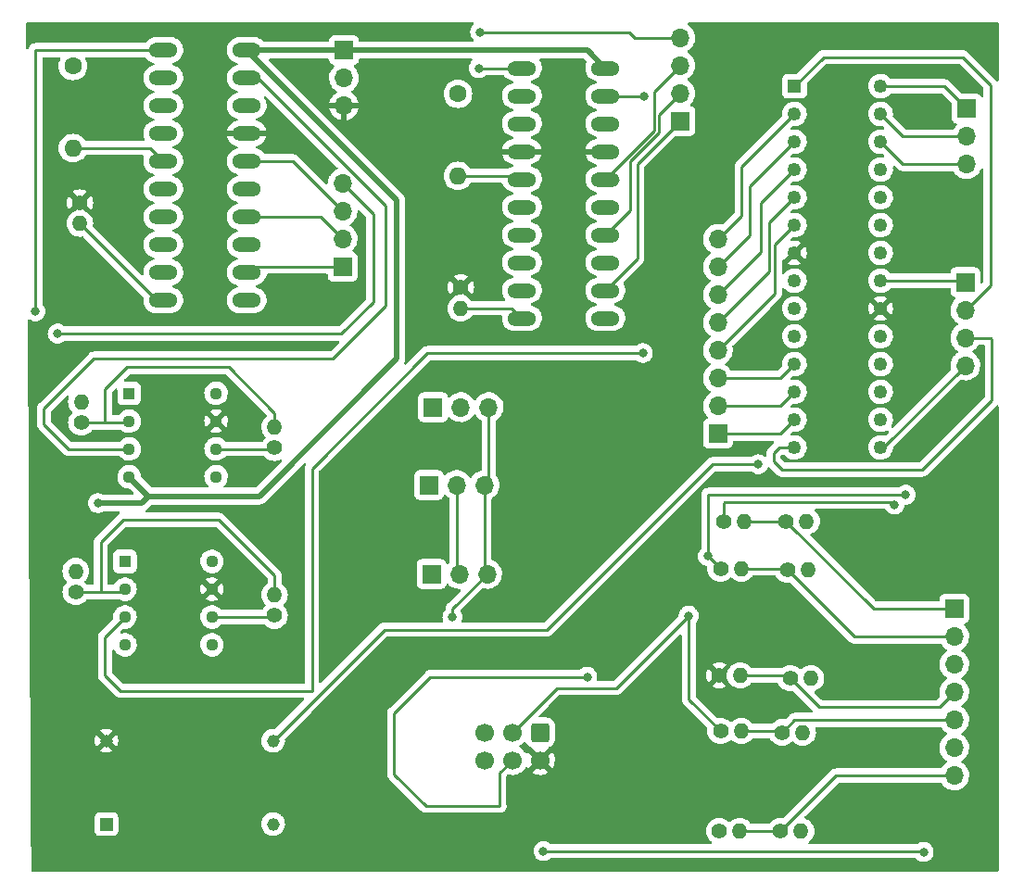
<source format=gbr>
%TF.GenerationSoftware,KiCad,Pcbnew,(6.0.1)*%
%TF.CreationDate,2022-03-29T22:43:00-05:00*%
%TF.ProjectId,microcontroller_board_ATMEGA_TH,6d696372-6f63-46f6-9e74-726f6c6c6572,rev?*%
%TF.SameCoordinates,Original*%
%TF.FileFunction,Copper,L1,Top*%
%TF.FilePolarity,Positive*%
%FSLAX46Y46*%
G04 Gerber Fmt 4.6, Leading zero omitted, Abs format (unit mm)*
G04 Created by KiCad (PCBNEW (6.0.1)) date 2022-03-29 22:43:00*
%MOMM*%
%LPD*%
G01*
G04 APERTURE LIST*
G04 Aperture macros list*
%AMRoundRect*
0 Rectangle with rounded corners*
0 $1 Rounding radius*
0 $2 $3 $4 $5 $6 $7 $8 $9 X,Y pos of 4 corners*
0 Add a 4 corners polygon primitive as box body*
4,1,4,$2,$3,$4,$5,$6,$7,$8,$9,$2,$3,0*
0 Add four circle primitives for the rounded corners*
1,1,$1+$1,$2,$3*
1,1,$1+$1,$4,$5*
1,1,$1+$1,$6,$7*
1,1,$1+$1,$8,$9*
0 Add four rect primitives between the rounded corners*
20,1,$1+$1,$2,$3,$4,$5,0*
20,1,$1+$1,$4,$5,$6,$7,0*
20,1,$1+$1,$6,$7,$8,$9,0*
20,1,$1+$1,$8,$9,$2,$3,0*%
G04 Aperture macros list end*
%TA.AperFunction,ComponentPad*%
%ADD10R,1.700000X1.700000*%
%TD*%
%TA.AperFunction,ComponentPad*%
%ADD11O,1.700000X1.700000*%
%TD*%
%TA.AperFunction,ComponentPad*%
%ADD12RoundRect,0.250000X-0.600000X0.600000X-0.600000X-0.600000X0.600000X-0.600000X0.600000X0.600000X0*%
%TD*%
%TA.AperFunction,ComponentPad*%
%ADD13C,1.700000*%
%TD*%
%TA.AperFunction,ComponentPad*%
%ADD14C,1.400000*%
%TD*%
%TA.AperFunction,ComponentPad*%
%ADD15O,1.400000X1.400000*%
%TD*%
%TA.AperFunction,ComponentPad*%
%ADD16O,2.641600X1.320800*%
%TD*%
%TA.AperFunction,ComponentPad*%
%ADD17R,1.130000X1.130000*%
%TD*%
%TA.AperFunction,ComponentPad*%
%ADD18C,1.130000*%
%TD*%
%TA.AperFunction,ComponentPad*%
%ADD19R,1.158000X1.158000*%
%TD*%
%TA.AperFunction,ComponentPad*%
%ADD20C,1.158000*%
%TD*%
%TA.AperFunction,ComponentPad*%
%ADD21C,1.600000*%
%TD*%
%TA.AperFunction,ComponentPad*%
%ADD22O,1.600000X1.600000*%
%TD*%
%TA.AperFunction,ComponentPad*%
%ADD23R,1.250000X1.250000*%
%TD*%
%TA.AperFunction,ComponentPad*%
%ADD24C,1.250000*%
%TD*%
%TA.AperFunction,ViaPad*%
%ADD25C,0.800000*%
%TD*%
%TA.AperFunction,Conductor*%
%ADD26C,0.508000*%
%TD*%
%TA.AperFunction,Conductor*%
%ADD27C,0.254000*%
%TD*%
%TA.AperFunction,Conductor*%
%ADD28C,0.250000*%
%TD*%
G04 APERTURE END LIST*
D10*
%TO.P,J7,1,Pin_1*%
%TO.N,Net-(IC2-Pad12)*%
X128524000Y-44958000D03*
D11*
%TO.P,J7,2,Pin_2*%
%TO.N,Net-(IC2-Pad14)*%
X128524000Y-42418000D03*
%TO.P,J7,3,Pin_3*%
%TO.N,Net-(IC2-Pad16)*%
X128524000Y-39878000D03*
%TO.P,J7,4,Pin_4*%
%TO.N,Net-(IC2-Pad1)*%
X128524000Y-37338000D03*
%TD*%
D12*
%TO.P,J11,1,MISO*%
%TO.N,Net-(R19-Pad1)*%
X115697000Y-100838000D03*
D13*
%TO.P,J11,2,VCC*%
%TO.N,+5V*%
X115697000Y-103378000D03*
%TO.P,J11,3,SCK*%
%TO.N,Net-(R15-Pad1)*%
X113157000Y-100838000D03*
%TO.P,J11,4,MOSI*%
%TO.N,Net-(R9-Pad1)*%
X113157000Y-103378000D03*
%TO.P,J11,5,~{RST}*%
%TO.N,Net-(J6-Pad2)*%
X110617000Y-100838000D03*
%TO.P,J11,6,GND*%
%TO.N,GND*%
X110617000Y-103378000D03*
%TD*%
D14*
%TO.P,R13,1*%
%TO.N,+5V*%
X132085004Y-95631000D03*
D15*
%TO.P,R13,2*%
%TO.N,Net-(J8-Pad4)*%
X133985004Y-95631000D03*
%TD*%
D14*
%TO.P,R4,1*%
%TO.N,Net-(R4-Pad1)*%
X73279000Y-88011000D03*
D15*
%TO.P,R4,2*%
%TO.N,GND*%
X73279000Y-86111000D03*
%TD*%
D11*
%TO.P,J5,3,Pin_3*%
%TO.N,+5V*%
X97790000Y-43561000D03*
%TO.P,J5,2,Pin_2*%
%TO.N,GND*%
X97790000Y-41021000D03*
D10*
%TO.P,J5,1,Pin_1*%
%TO.N,-5V*%
X97790000Y-38481000D03*
%TD*%
D16*
%TO.P,IC2,1,REF*%
%TO.N,Net-(IC2-Pad1)*%
X114046000Y-40132000D03*
%TO.P,IC2,2*%
%TO.N,GND*%
X114046000Y-42672000D03*
%TO.P,IC2,3,A0*%
X114046000Y-45212000D03*
%TO.P,IC2,4,A1*%
%TO.N,+5V*%
X114046000Y-47752000D03*
%TO.P,IC2,5,COSC*%
%TO.N,Net-(C2-Pad2)*%
X114046000Y-50292000D03*
%TO.P,IC2,6*%
%TO.N,GND*%
X114046000Y-52832000D03*
%TO.P,IC2,7,DADJ*%
X114046000Y-55372000D03*
%TO.P,IC2,8,FADJ*%
X114046000Y-57912000D03*
%TO.P,IC2,9*%
X114046000Y-60452000D03*
%TO.P,IC2,10,IIN*%
%TO.N,Net-(IC2-Pad10)*%
X114046000Y-62992000D03*
%TO.P,IC2,11*%
%TO.N,GND*%
X121666000Y-62992000D03*
%TO.P,IC2,12,PDO*%
%TO.N,Net-(IC2-Pad12)*%
X121666000Y-60452000D03*
%TO.P,IC2,13,PDI*%
%TO.N,GND*%
X121666000Y-57912000D03*
%TO.P,IC2,14,SYNC*%
%TO.N,Net-(IC2-Pad14)*%
X121666000Y-55372000D03*
%TO.P,IC2,15,DGND*%
%TO.N,GND*%
X121666000Y-52832000D03*
%TO.P,IC2,16,DV+*%
%TO.N,Net-(IC2-Pad16)*%
X121666000Y-50292000D03*
%TO.P,IC2,17,V+*%
%TO.N,+5V*%
X121666000Y-47752000D03*
%TO.P,IC2,18*%
%TO.N,GND*%
X121666000Y-45212000D03*
%TO.P,IC2,19,OUT*%
%TO.N,Net-(IC2-Pad19)*%
X121666000Y-42672000D03*
%TO.P,IC2,20,V-*%
%TO.N,-5V*%
X121666000Y-40132000D03*
%TD*%
D10*
%TO.P,J6,1,Pin_1*%
%TO.N,Net-(J6-Pad1)*%
X154559000Y-59690000D03*
D11*
%TO.P,J6,2,Pin_2*%
%TO.N,Net-(J6-Pad2)*%
X154559000Y-62230000D03*
%TO.P,J6,3,Pin_3*%
%TO.N,Net-(J6-Pad3)*%
X154559000Y-64770000D03*
%TO.P,J6,4,Pin_4*%
%TO.N,Net-(J6-Pad4)*%
X154559000Y-67310000D03*
%TD*%
D10*
%TO.P,J1,1,Pin_1*%
%TO.N,Net-(J1-Pad1)*%
X105933011Y-71120000D03*
D11*
%TO.P,J1,2,Pin_2*%
%TO.N,Net-(J1-Pad2)*%
X108473011Y-71120000D03*
%TO.P,J1,3,Pin_3*%
%TO.N,Net-(J1-Pad3)*%
X111013011Y-71120000D03*
%TD*%
D17*
%TO.P,U2,1,OFFSET_N1*%
%TO.N,unconnected-(U2-Pad1)*%
X77776496Y-85217000D03*
D18*
%TO.P,U2,2,IN-*%
%TO.N,Net-(R4-Pad1)*%
X77776496Y-87757000D03*
%TO.P,U2,3,IN+*%
%TO.N,Net-(IC2-Pad19)*%
X77776496Y-90297000D03*
%TO.P,U2,4,VCC-*%
%TO.N,-5V*%
X77776496Y-92837000D03*
%TO.P,U2,5,OFFSET_N2*%
%TO.N,unconnected-(U2-Pad5)*%
X85716496Y-92837000D03*
%TO.P,U2,6,OUT*%
%TO.N,Net-(J1-Pad3)*%
X85716496Y-90297000D03*
%TO.P,U2,7,VCC+*%
%TO.N,+5V*%
X85716496Y-87757000D03*
%TO.P,U2,8*%
%TO.N,N/C*%
X85716496Y-85217000D03*
%TD*%
D10*
%TO.P,J9,1,Pin_1*%
%TO.N,Net-(J9-Pad1)*%
X154686000Y-43830011D03*
D11*
%TO.P,J9,2,Pin_2*%
%TO.N,Net-(J9-Pad2)*%
X154686000Y-46370011D03*
%TO.P,J9,3,Pin_3*%
%TO.N,Net-(J9-Pad3)*%
X154686000Y-48910011D03*
%TD*%
D10*
%TO.P,J8,1,Pin_1*%
%TO.N,Net-(J8-Pad1)*%
X153543000Y-89535000D03*
D11*
%TO.P,J8,2,Pin_2*%
%TO.N,Net-(J8-Pad2)*%
X153543000Y-92075000D03*
%TO.P,J8,3,Pin_3*%
%TO.N,GND*%
X153543000Y-94615000D03*
%TO.P,J8,4,Pin_4*%
%TO.N,Net-(J8-Pad4)*%
X153543000Y-97155000D03*
%TO.P,J8,5,Pin_5*%
%TO.N,Net-(J8-Pad5)*%
X153543000Y-99695000D03*
%TO.P,J8,6,Pin_6*%
%TO.N,GND*%
X153543000Y-102235000D03*
%TO.P,J8,7,Pin_7*%
%TO.N,Net-(J8-Pad7)*%
X153543000Y-104775000D03*
%TD*%
D14*
%TO.P,R20,1*%
%TO.N,Net-(J8-Pad7)*%
X137651998Y-109855000D03*
D15*
%TO.P,R20,2*%
%TO.N,GND*%
X139551998Y-109855000D03*
%TD*%
D14*
%TO.P,R8,1*%
%TO.N,Net-(J8-Pad1)*%
X138159998Y-81534000D03*
D15*
%TO.P,R8,2*%
%TO.N,GND*%
X140059998Y-81534000D03*
%TD*%
D14*
%TO.P,R16,1*%
%TO.N,Net-(J8-Pad5)*%
X137800004Y-100838000D03*
D15*
%TO.P,R16,2*%
%TO.N,GND*%
X139700004Y-100838000D03*
%TD*%
D19*
%TO.P,Y1,1*%
%TO.N,N/C*%
X76073000Y-109220000D03*
D20*
%TO.P,Y1,7,CASE_GND*%
%TO.N,GND*%
X91313000Y-109220000D03*
%TO.P,Y1,8,OUTPUT*%
%TO.N,Net-(U3-Pad9)*%
X91313000Y-101600000D03*
%TO.P,Y1,14,+VDC*%
%TO.N,+5V*%
X76073000Y-101600000D03*
%TD*%
D21*
%TO.P,C2,1*%
%TO.N,GND*%
X108204000Y-42477995D03*
D22*
%TO.P,C2,2*%
%TO.N,Net-(C2-Pad2)*%
X108204000Y-49977995D03*
%TD*%
D14*
%TO.P,R10,1*%
%TO.N,Net-(J8-Pad2)*%
X138303000Y-85979000D03*
D15*
%TO.P,R10,2*%
%TO.N,GND*%
X140203000Y-85979000D03*
%TD*%
D10*
%TO.P,J4,1,Pin_1*%
%TO.N,Net-(IC1-Pad12)*%
X97663000Y-58282992D03*
D11*
%TO.P,J4,2,Pin_2*%
%TO.N,Net-(IC1-Pad14)*%
X97663000Y-55742992D03*
%TO.P,J4,3,Pin_3*%
%TO.N,Net-(IC1-Pad16)*%
X97663000Y-53202992D03*
%TO.P,J4,4,Pin_4*%
%TO.N,Net-(IC1-Pad1)*%
X97663000Y-50662992D03*
%TD*%
D14*
%TO.P,R3,1*%
%TO.N,Net-(J1-Pad2)*%
X91440000Y-74819000D03*
D15*
%TO.P,R3,2*%
%TO.N,Net-(R2-Pad1)*%
X91440000Y-72919000D03*
%TD*%
%TO.P,R7,2*%
%TO.N,Net-(J8-Pad1)*%
X134344998Y-81534000D03*
D14*
%TO.P,R7,1*%
%TO.N,Net-(R7-Pad1)*%
X132444998Y-81534000D03*
%TD*%
D17*
%TO.P,U1,1,OFFSET_N1*%
%TO.N,unconnected-(U1-Pad1)*%
X78157496Y-69850000D03*
D18*
%TO.P,U1,2,IN-*%
%TO.N,Net-(R2-Pad1)*%
X78157496Y-72390000D03*
%TO.P,U1,3,IN+*%
%TO.N,Net-(IC1-Pad19)*%
X78157496Y-74930000D03*
%TO.P,U1,4,VCC-*%
%TO.N,-5V*%
X78157496Y-77470000D03*
%TO.P,U1,5,OFFSET_N2*%
%TO.N,unconnected-(U1-Pad5)*%
X86097496Y-77470000D03*
%TO.P,U1,6,OUT*%
%TO.N,Net-(J1-Pad2)*%
X86097496Y-74930000D03*
%TO.P,U1,7,VCC+*%
%TO.N,+5V*%
X86097496Y-72390000D03*
%TO.P,U1,8*%
%TO.N,N/C*%
X86097496Y-69850000D03*
%TD*%
D14*
%TO.P,R2,1*%
%TO.N,Net-(R2-Pad1)*%
X73787000Y-72517000D03*
D15*
%TO.P,R2,2*%
%TO.N,GND*%
X73787000Y-70617000D03*
%TD*%
D11*
%TO.P,J2,3,Pin_3*%
%TO.N,Net-(J1-Pad3)*%
X110632011Y-78232000D03*
%TO.P,J2,2,Pin_2*%
%TO.N,Net-(J1-Pad2)*%
X108092011Y-78232000D03*
D10*
%TO.P,J2,1,Pin_1*%
%TO.N,Net-(J2-Pad1)*%
X105552011Y-78232000D03*
%TD*%
D14*
%TO.P,R5,1*%
%TO.N,Net-(J1-Pad3)*%
X91440000Y-90165000D03*
D15*
%TO.P,R5,2*%
%TO.N,Net-(R4-Pad1)*%
X91440000Y-88265000D03*
%TD*%
D10*
%TO.P,J3,1,Pin_1*%
%TO.N,Net-(J3-Pad1)*%
X105791000Y-86360000D03*
D11*
%TO.P,J3,2,Pin_2*%
%TO.N,Net-(J1-Pad2)*%
X108331000Y-86360000D03*
%TO.P,J3,3,Pin_3*%
%TO.N,Net-(J1-Pad3)*%
X110871000Y-86360000D03*
%TD*%
D14*
%TO.P,R15,1*%
%TO.N,Net-(R15-Pad1)*%
X132190998Y-100711000D03*
D15*
%TO.P,R15,2*%
%TO.N,Net-(J8-Pad5)*%
X134090998Y-100711000D03*
%TD*%
D23*
%TO.P,U3,1,PC6(PCINT14/~{RESET})*%
%TO.N,Net-(J6-Pad2)*%
X138938000Y-41783000D03*
D24*
%TO.P,U3,2,PD0(PCINT16/RXD)*%
%TO.N,Net-(J10-Pad8)*%
X138938000Y-44323000D03*
%TO.P,U3,3,PD1(PCINT17/TXD)*%
%TO.N,Net-(J10-Pad7)*%
X138938000Y-46863000D03*
%TO.P,U3,4,PD2(PCINT18/INT0)*%
%TO.N,Net-(J10-Pad6)*%
X138938000Y-49403000D03*
%TO.P,U3,5,PD3(PCINT19/OC2B/INT1)*%
%TO.N,Net-(J10-Pad5)*%
X138938000Y-51943000D03*
%TO.P,U3,6,PD4(PCINT20/XCK/T0)*%
%TO.N,Net-(J10-Pad4)*%
X138938000Y-54483000D03*
%TO.P,U3,7,VCC*%
%TO.N,+5V*%
X138938000Y-57023000D03*
%TO.P,U3,8,GND*%
%TO.N,GND*%
X138938000Y-59563000D03*
%TO.P,U3,9,PB6(PCINT6/XTAL1/TOSC1)*%
%TO.N,Net-(U3-Pad9)*%
X138938000Y-62103000D03*
%TO.P,U3,10,PB7(PCINT7/XTAL2/TOSC2)*%
%TO.N,unconnected-(U3-Pad10)*%
X138938000Y-64643000D03*
%TO.P,U3,11,PD5(PCINT21/OC0B/T1)*%
%TO.N,Net-(J10-Pad3)*%
X138938000Y-67183000D03*
%TO.P,U3,12,PD6(PCINT22/OC0A/AIN0)*%
%TO.N,Net-(J10-Pad2)*%
X138938000Y-69723000D03*
%TO.P,U3,13,PD7(PCINT23/AIN1)*%
%TO.N,Net-(J10-Pad1)*%
X138938000Y-72263000D03*
%TO.P,U3,14,PB0(PCINT0/CLKO/ICP1)*%
%TO.N,Net-(J6-Pad3)*%
X138938000Y-74803000D03*
%TO.P,U3,15,PB1(OC1A/PCINT1)*%
%TO.N,Net-(J6-Pad4)*%
X146812000Y-74803000D03*
%TO.P,U3,16,PB2(~{SS}/OC1B/PCINT2)*%
%TO.N,Net-(R7-Pad1)*%
X146812000Y-72263000D03*
%TO.P,U3,17,PB3(MOSI/OC2A/PCINT3)*%
%TO.N,Net-(R9-Pad1)*%
X146812000Y-69723000D03*
%TO.P,U3,18,PB4(MISO/PCINT4)*%
%TO.N,Net-(R19-Pad1)*%
X146812000Y-67183000D03*
%TO.P,U3,19,PB5(SCK/PCINT5)*%
%TO.N,Net-(R15-Pad1)*%
X146812000Y-64643000D03*
%TO.P,U3,20,AVCC*%
%TO.N,+5V*%
X146812000Y-62103000D03*
%TO.P,U3,21,AREF*%
%TO.N,Net-(J6-Pad1)*%
X146812000Y-59563000D03*
%TO.P,U3,22,GND*%
%TO.N,GND*%
X146812000Y-57023000D03*
%TO.P,U3,23,PC0(ADC0/PCINT8)*%
%TO.N,Net-(J1-Pad1)*%
X146812000Y-54483000D03*
%TO.P,U3,24,PC1(ADC1/PCINT9)*%
%TO.N,Net-(J2-Pad1)*%
X146812000Y-51943000D03*
%TO.P,U3,25,PC2(ADC2/PCINT10)*%
%TO.N,Net-(J3-Pad1)*%
X146812000Y-49403000D03*
%TO.P,U3,26,PC3(ADC3/PCINT11)*%
%TO.N,Net-(J9-Pad3)*%
X146812000Y-46863000D03*
%TO.P,U3,27,PC4(ADC4/SDA/PCINT12)*%
%TO.N,Net-(J9-Pad2)*%
X146812000Y-44323000D03*
%TO.P,U3,28,PC5(ADC5/SCL/PCINT13)*%
%TO.N,Net-(J9-Pad1)*%
X146812000Y-41783000D03*
%TD*%
D14*
%TO.P,R6,1*%
%TO.N,+5V*%
X108458000Y-60181998D03*
D15*
%TO.P,R6,2*%
%TO.N,Net-(IC2-Pad10)*%
X108458000Y-62081998D03*
%TD*%
D14*
%TO.P,R14,1*%
%TO.N,Net-(J8-Pad4)*%
X138557000Y-95885000D03*
D15*
%TO.P,R14,2*%
%TO.N,GND*%
X140457000Y-95885000D03*
%TD*%
D21*
%TO.P,C1,1*%
%TO.N,GND*%
X73025000Y-39937995D03*
D22*
%TO.P,C1,2*%
%TO.N,Net-(C1-Pad2)*%
X73025000Y-47437995D03*
%TD*%
D10*
%TO.P,J10,1,Pin_1*%
%TO.N,Net-(J10-Pad1)*%
X131953000Y-73533000D03*
D11*
%TO.P,J10,2,Pin_2*%
%TO.N,Net-(J10-Pad2)*%
X131953000Y-70993000D03*
%TO.P,J10,3,Pin_3*%
%TO.N,Net-(J10-Pad3)*%
X131953000Y-68453000D03*
%TO.P,J10,4,Pin_4*%
%TO.N,Net-(J10-Pad4)*%
X131953000Y-65913000D03*
%TO.P,J10,5,Pin_5*%
%TO.N,Net-(J10-Pad5)*%
X131953000Y-63373000D03*
%TO.P,J10,6,Pin_6*%
%TO.N,Net-(J10-Pad6)*%
X131953000Y-60833000D03*
%TO.P,J10,7,Pin_7*%
%TO.N,Net-(J10-Pad7)*%
X131953000Y-58293000D03*
%TO.P,J10,8,Pin_8*%
%TO.N,Net-(J10-Pad8)*%
X131953000Y-55753000D03*
%TD*%
D14*
%TO.P,R9,1*%
%TO.N,Net-(R9-Pad1)*%
X132190998Y-85852000D03*
D15*
%TO.P,R9,2*%
%TO.N,Net-(J8-Pad2)*%
X134090998Y-85852000D03*
%TD*%
D16*
%TO.P,IC1,1,REF*%
%TO.N,Net-(IC1-Pad1)*%
X81280000Y-38481000D03*
%TO.P,IC1,2*%
%TO.N,GND*%
X81280000Y-41021000D03*
%TO.P,IC1,3,A0*%
X81280000Y-43561000D03*
%TO.P,IC1,4,A1*%
X81280000Y-46101000D03*
%TO.P,IC1,5,COSC*%
%TO.N,Net-(C1-Pad2)*%
X81280000Y-48641000D03*
%TO.P,IC1,6*%
%TO.N,GND*%
X81280000Y-51181000D03*
%TO.P,IC1,7,DADJ*%
X81280000Y-53721000D03*
%TO.P,IC1,8,FADJ*%
X81280000Y-56261000D03*
%TO.P,IC1,9*%
X81280000Y-58801000D03*
%TO.P,IC1,10,IIN*%
%TO.N,Net-(IC1-Pad10)*%
X81280000Y-61341000D03*
%TO.P,IC1,11*%
%TO.N,GND*%
X88900000Y-61341000D03*
%TO.P,IC1,12,PDO*%
%TO.N,Net-(IC1-Pad12)*%
X88900000Y-58801000D03*
%TO.P,IC1,13,PDI*%
%TO.N,GND*%
X88900000Y-56261000D03*
%TO.P,IC1,14,SYNC*%
%TO.N,Net-(IC1-Pad14)*%
X88900000Y-53721000D03*
%TO.P,IC1,15,DGND*%
%TO.N,GND*%
X88900000Y-51181000D03*
%TO.P,IC1,16,DV+*%
%TO.N,Net-(IC1-Pad16)*%
X88900000Y-48641000D03*
%TO.P,IC1,17,V+*%
%TO.N,+5V*%
X88900000Y-46101000D03*
%TO.P,IC1,18*%
%TO.N,GND*%
X88900000Y-43561000D03*
%TO.P,IC1,19,OUT*%
%TO.N,Net-(IC1-Pad19)*%
X88900000Y-41021000D03*
%TO.P,IC1,20,V-*%
%TO.N,-5V*%
X88900000Y-38481000D03*
%TD*%
D14*
%TO.P,R19,1*%
%TO.N,Net-(R19-Pad1)*%
X132063998Y-109855000D03*
D15*
%TO.P,R19,2*%
%TO.N,Net-(J8-Pad7)*%
X133963998Y-109855000D03*
%TD*%
D14*
%TO.P,R1,1*%
%TO.N,+5V*%
X73660000Y-52434998D03*
D15*
%TO.P,R1,2*%
%TO.N,Net-(IC1-Pad10)*%
X73660000Y-54334998D03*
%TD*%
D25*
%TO.N,Net-(IC1-Pad1)*%
X69596000Y-62357000D03*
X71628000Y-64389000D03*
%TO.N,-5V*%
X75311000Y-79883000D03*
%TO.N,Net-(IC2-Pad1)*%
X110109000Y-40132000D03*
X110236000Y-36830000D03*
%TO.N,Net-(IC2-Pad19)*%
X125222000Y-42672000D03*
X125095000Y-66167000D03*
%TO.N,Net-(J1-Pad3)*%
X107696000Y-90297000D03*
%TO.N,Net-(J6-Pad2)*%
X150749000Y-111760000D03*
X116014500Y-111696500D03*
%TO.N,Net-(R7-Pad1)*%
X148082000Y-80010000D03*
%TO.N,Net-(R9-Pad1)*%
X131048000Y-84725000D03*
X149098000Y-79121000D03*
X120015000Y-95758000D03*
%TO.N,Net-(R15-Pad1)*%
X129286000Y-90170000D03*
%TO.N,Net-(U3-Pad9)*%
X135636000Y-76327000D03*
%TD*%
D26*
%TO.N,-5V*%
X102616000Y-66675000D02*
X102616000Y-52197000D01*
X102616000Y-52197000D02*
X88900000Y-38481000D01*
X90043000Y-79248000D02*
X102616000Y-66675000D01*
X79935502Y-79248000D02*
X90043000Y-79248000D01*
X88900000Y-38481000D02*
X97790000Y-38481000D01*
D27*
%TO.N,Net-(C1-Pad2)*%
X80077000Y-47438000D02*
X81280000Y-48641000D01*
X73025000Y-47438000D02*
X80077000Y-47438000D01*
%TO.N,Net-(C2-Pad2)*%
X108204000Y-49978000D02*
X113732000Y-49978000D01*
X113732000Y-49978000D02*
X114046000Y-50292000D01*
%TO.N,Net-(IC1-Pad1)*%
X97536000Y-64389000D02*
X71628000Y-64389000D01*
X69596000Y-38481000D02*
X81280000Y-38481000D01*
X97663000Y-50663000D02*
X100457000Y-53457000D01*
X100457000Y-53457000D02*
X100457000Y-61468000D01*
X100457000Y-61468000D02*
X97536000Y-64389000D01*
X69596000Y-62357000D02*
X69596000Y-38481000D01*
%TO.N,Net-(IC1-Pad10)*%
X73660000Y-54335000D02*
X80666000Y-61341000D01*
X80666000Y-61341000D02*
X81280000Y-61341000D01*
%TO.N,Net-(IC1-Pad12)*%
X97663000Y-58283000D02*
X89418000Y-58283000D01*
X89418000Y-58283000D02*
X88900000Y-58801000D01*
%TO.N,Net-(IC1-Pad14)*%
X88900000Y-53721000D02*
X95641000Y-53721000D01*
X95641000Y-53721000D02*
X97663000Y-55743000D01*
%TO.N,Net-(IC1-Pad16)*%
X88900000Y-48641000D02*
X93101000Y-48641000D01*
X93101000Y-48641000D02*
X97663000Y-53203000D01*
D28*
%TO.N,+5V*%
X88900000Y-46101000D02*
X89027000Y-46228000D01*
D27*
%TO.N,Net-(IC1-Pad19)*%
X74930000Y-66675000D02*
X96774000Y-66675000D01*
X78157500Y-74930000D02*
X72644000Y-74930000D01*
X72644000Y-74930000D02*
X70358000Y-72644000D01*
X70358000Y-72644000D02*
X70358000Y-71247000D01*
X101600000Y-52705000D02*
X89916000Y-41021000D01*
X70358000Y-71247000D02*
X74930000Y-66675000D01*
X101600000Y-61849000D02*
X101600000Y-52705000D01*
X89916000Y-41021000D02*
X88900000Y-41021000D01*
X96774000Y-66675000D02*
X101600000Y-61849000D01*
D26*
%TO.N,-5V*%
X79935502Y-79248000D02*
X78157502Y-77470000D01*
X97790000Y-38481000D02*
X120015000Y-38481000D01*
X79300502Y-79883000D02*
X79935502Y-79248000D01*
X120015000Y-38481000D02*
X121666000Y-40132000D01*
X75311000Y-79883000D02*
X79300502Y-79883000D01*
D27*
%TO.N,Net-(IC2-Pad1)*%
X124343000Y-37338000D02*
X128524000Y-37338000D01*
X110109000Y-40132000D02*
X114046000Y-40132000D01*
X123835000Y-36830000D02*
X110236000Y-36830000D01*
X123835000Y-36830000D02*
X124343000Y-37338000D01*
%TO.N,Net-(IC2-Pad10)*%
X108458000Y-62082000D02*
X113136000Y-62082000D01*
X113136000Y-62082000D02*
X114046000Y-62992000D01*
%TO.N,Net-(IC2-Pad12)*%
X124587000Y-48895000D02*
X128524000Y-44958000D01*
X124587000Y-57531000D02*
X124587000Y-48895000D01*
X121666000Y-60452000D02*
X124587000Y-57531000D01*
%TO.N,Net-(IC2-Pad14)*%
X123952000Y-53086000D02*
X123952000Y-48647374D01*
X121666000Y-55372000D02*
X123952000Y-53086000D01*
X126564520Y-44377480D02*
X128524000Y-42418000D01*
X126564520Y-46034854D02*
X126564520Y-44377480D01*
X123952000Y-48647374D02*
X126564520Y-46034854D01*
%TO.N,Net-(IC2-Pad16)*%
X121666000Y-50292000D02*
X126111000Y-45847000D01*
X121666000Y-50292000D02*
X122799000Y-50292000D01*
X126111000Y-42291000D02*
X128524000Y-39878000D01*
X126111000Y-45847000D02*
X126111000Y-42291000D01*
%TO.N,Net-(IC2-Pad19)*%
X75946000Y-92127500D02*
X77776500Y-90297000D01*
X94869000Y-76708000D02*
X94869000Y-97028000D01*
X121666000Y-42672000D02*
X125222000Y-42672000D01*
X105410000Y-66167000D02*
X94869000Y-76708000D01*
X125095000Y-66167000D02*
X105410000Y-66167000D01*
X75946000Y-95631000D02*
X75946000Y-92127500D01*
X94869000Y-97028000D02*
X77343000Y-97028000D01*
X77343000Y-97028000D02*
X75946000Y-95631000D01*
%TO.N,Net-(J1-Pad2)*%
X108092000Y-78232000D02*
X108092000Y-86121000D01*
X91329000Y-74930000D02*
X91440000Y-74819000D01*
X108092000Y-86121000D02*
X108331000Y-86360000D01*
X86097500Y-74930000D02*
X91329000Y-74930000D01*
%TO.N,Net-(J1-Pad3)*%
X85716500Y-90297000D02*
X91308000Y-90297000D01*
X107696000Y-90297000D02*
X107696000Y-89535000D01*
X107696000Y-89535000D02*
X110871000Y-86360000D01*
X110632000Y-78232000D02*
X110632000Y-86121000D01*
X111013000Y-77851000D02*
X110632000Y-78232000D01*
X110632000Y-86121000D02*
X110871000Y-86360000D01*
X91308000Y-90297000D02*
X91440000Y-90165000D01*
X111013000Y-71120000D02*
X111013000Y-77851000D01*
%TO.N,Net-(J6-Pad1)*%
X154432000Y-59563000D02*
X154559000Y-59690000D01*
X146812000Y-59563000D02*
X154432000Y-59563000D01*
%TO.N,Net-(J6-Pad2)*%
X141605000Y-39116000D02*
X138938000Y-41783000D01*
D28*
X150685500Y-111696500D02*
X150749000Y-111760000D01*
X116014500Y-111696500D02*
X150685500Y-111696500D01*
D27*
X154559000Y-62230000D02*
X156845000Y-59944000D01*
X156845000Y-59944000D02*
X156845000Y-41656000D01*
X154305000Y-39116000D02*
X141605000Y-39116000D01*
X156845000Y-41656000D02*
X154305000Y-39116000D01*
%TO.N,Net-(J6-Pad3)*%
X150622000Y-76835000D02*
X137795000Y-76835000D01*
X137541000Y-74803000D02*
X138938000Y-74803000D01*
X154559000Y-64770000D02*
X156845000Y-64770000D01*
X137795000Y-76835000D02*
X137033000Y-76073000D01*
X156972000Y-66548000D02*
X156972000Y-70485000D01*
X137033000Y-76073000D02*
X137033000Y-75311000D01*
X156972000Y-70485000D02*
X150622000Y-76835000D01*
X156972000Y-64897000D02*
X156972000Y-66560839D01*
X137033000Y-75311000D02*
X137541000Y-74803000D01*
X156845000Y-64770000D02*
X156972000Y-64897000D01*
%TO.N,Net-(J6-Pad4)*%
X147066000Y-74803000D02*
X146812000Y-74803000D01*
X154559000Y-67310000D02*
X147066000Y-74803000D01*
%TO.N,Net-(J8-Pad1)*%
X146161000Y-89535000D02*
X153543000Y-89535000D01*
X138160000Y-81534000D02*
X146161000Y-89535000D01*
X134345000Y-81534000D02*
X138160000Y-81534000D01*
%TO.N,Net-(J8-Pad2)*%
X144399000Y-92075000D02*
X153543000Y-92075000D01*
X134091000Y-85852000D02*
X138176000Y-85852000D01*
X138303000Y-85979000D02*
X144399000Y-92075000D01*
X138176000Y-85852000D02*
X138303000Y-85979000D01*
%TO.N,Net-(J8-Pad4)*%
X138303000Y-95631000D02*
X138557000Y-95885000D01*
X138557000Y-95885000D02*
X141190489Y-98518489D01*
X133985000Y-95631000D02*
X138303000Y-95631000D01*
X152179511Y-98518489D02*
X153543000Y-97155000D01*
X141190489Y-98518489D02*
X152179511Y-98518489D01*
%TO.N,Net-(J8-Pad5)*%
X134091000Y-100711000D02*
X137673000Y-100711000D01*
X137673000Y-100711000D02*
X137800000Y-100838000D01*
X138943000Y-99695000D02*
X153543000Y-99695000D01*
X137800000Y-100838000D02*
X138943000Y-99695000D01*
%TO.N,Net-(J8-Pad7)*%
X133964000Y-109855000D02*
X137652000Y-109855000D01*
X137652000Y-109855000D02*
X142732000Y-104775000D01*
X142732000Y-104775000D02*
X153543000Y-104775000D01*
%TO.N,Net-(J9-Pad1)*%
X146812000Y-41783000D02*
X152639000Y-41783000D01*
X152639000Y-41783000D02*
X154686000Y-43830000D01*
%TO.N,Net-(J9-Pad2)*%
X146812000Y-44323000D02*
X148859000Y-46370000D01*
X148859000Y-46370000D02*
X154686000Y-46370000D01*
%TO.N,Net-(J9-Pad3)*%
X148859000Y-48910000D02*
X154686000Y-48910000D01*
X146812000Y-46863000D02*
X148859000Y-48910000D01*
%TO.N,Net-(J10-Pad1)*%
X131953000Y-73533000D02*
X137668000Y-73533000D01*
X137668000Y-73533000D02*
X138938000Y-72263000D01*
%TO.N,Net-(J10-Pad2)*%
X137668000Y-70993000D02*
X138938000Y-69723000D01*
X131953000Y-70993000D02*
X137668000Y-70993000D01*
%TO.N,Net-(J10-Pad3)*%
X131953000Y-68453000D02*
X137668000Y-68453000D01*
X137668000Y-68453000D02*
X138938000Y-67183000D01*
%TO.N,Net-(J10-Pad4)*%
X131953000Y-65913000D02*
X137160000Y-60706000D01*
X137160000Y-56261000D02*
X138938000Y-54483000D01*
X137160000Y-60706000D02*
X137160000Y-56261000D01*
%TO.N,Net-(J10-Pad5)*%
X136652000Y-58674000D02*
X136652000Y-54229000D01*
X131953000Y-63373000D02*
X136652000Y-58674000D01*
X136652000Y-54229000D02*
X138938000Y-51943000D01*
%TO.N,Net-(J10-Pad6)*%
X131953000Y-60833000D02*
X135871960Y-56914040D01*
X135871960Y-52469040D02*
X138938000Y-49403000D01*
X135871960Y-56914040D02*
X135871960Y-52469040D01*
%TO.N,Net-(J10-Pad7)*%
X131953000Y-58293000D02*
X134874000Y-55372000D01*
X134874000Y-55372000D02*
X134874000Y-50927000D01*
X134874000Y-50927000D02*
X138938000Y-46863000D01*
%TO.N,Net-(J10-Pad8)*%
X134112000Y-49149000D02*
X138938000Y-44323000D01*
X134112000Y-53594000D02*
X134112000Y-49149000D01*
X131953000Y-55753000D02*
X134112000Y-53594000D01*
%TO.N,Net-(R2-Pad1)*%
X91440000Y-72919000D02*
X91440000Y-71628000D01*
X91440000Y-71628000D02*
X87249000Y-67437000D01*
X77978000Y-67437000D02*
X75946000Y-69469000D01*
X78030500Y-72517000D02*
X78157500Y-72390000D01*
X75946000Y-69469000D02*
X75946000Y-72517000D01*
X73787000Y-72517000D02*
X78030500Y-72517000D01*
X87249000Y-67437000D02*
X77978000Y-67437000D01*
%TO.N,Net-(R4-Pad1)*%
X91440000Y-88265000D02*
X91440000Y-86487000D01*
X75565000Y-88011000D02*
X77522500Y-88011000D01*
X91440000Y-86487000D02*
X86360000Y-81407000D01*
X86360000Y-81407000D02*
X77597000Y-81407000D01*
X77522500Y-88011000D02*
X77776500Y-87757000D01*
X73279000Y-88011000D02*
X75565000Y-88011000D01*
X77597000Y-81407000D02*
X75565000Y-83439000D01*
X75565000Y-83439000D02*
X75565000Y-88011000D01*
%TO.N,Net-(R7-Pad1)*%
X147828000Y-79756000D02*
X148082000Y-80010000D01*
X132445000Y-81534000D02*
X132445000Y-79899000D01*
X132445000Y-79899000D02*
X132588000Y-79756000D01*
X132588000Y-79756000D02*
X147828000Y-79756000D01*
%TO.N,Net-(R9-Pad1)*%
X131064000Y-84725000D02*
X132191000Y-85852000D01*
D28*
X131048000Y-84725000D02*
X131064000Y-84725000D01*
D27*
X131064000Y-84725000D02*
X131064000Y-79121000D01*
D28*
X105664000Y-95758000D02*
X120015000Y-95758000D01*
X112014000Y-107569000D02*
X105283000Y-107569000D01*
X102362000Y-99060000D02*
X105664000Y-95758000D01*
X105283000Y-107569000D02*
X102362000Y-104648000D01*
X113157000Y-103378000D02*
X111982489Y-104552511D01*
X111982489Y-104552511D02*
X111982489Y-107537489D01*
X102362000Y-104648000D02*
X102362000Y-99060000D01*
D27*
X131064000Y-79121000D02*
X149098000Y-79121000D01*
D28*
X111982489Y-107537489D02*
X112014000Y-107569000D01*
D27*
%TO.N,Net-(R15-Pad1)*%
X129286000Y-97806000D02*
X129286000Y-90170000D01*
X117221000Y-96774000D02*
X113157000Y-100838000D01*
X122682000Y-96774000D02*
X117221000Y-96774000D01*
X132191000Y-100711000D02*
X129286000Y-97806000D01*
X129286000Y-90170000D02*
X122682000Y-96774000D01*
%TO.N,Net-(U3-Pad9)*%
X116332000Y-91440000D02*
X101473000Y-91440000D01*
X101473000Y-91440000D02*
X91313000Y-101600000D01*
X131445000Y-76327000D02*
X135636000Y-76327000D01*
X116332000Y-91440000D02*
X131445000Y-76327000D01*
%TD*%
%TA.AperFunction,Conductor*%
%TO.N,+5V*%
G36*
X109599074Y-35961002D02*
G01*
X109645567Y-36014658D01*
X109655671Y-36084932D01*
X109624590Y-36151308D01*
X109496960Y-36293056D01*
X109464124Y-36349929D01*
X109414133Y-36436517D01*
X109401473Y-36458444D01*
X109342458Y-36640072D01*
X109341768Y-36646633D01*
X109341768Y-36646635D01*
X109323186Y-36823435D01*
X109322496Y-36830000D01*
X109342458Y-37019928D01*
X109401473Y-37201556D01*
X109496960Y-37366944D01*
X109501378Y-37371851D01*
X109501379Y-37371852D01*
X109624138Y-37508190D01*
X109654856Y-37572197D01*
X109646091Y-37642651D01*
X109600628Y-37697182D01*
X109530502Y-37718500D01*
X99274500Y-37718500D01*
X99206379Y-37698498D01*
X99159886Y-37644842D01*
X99148500Y-37592500D01*
X99148500Y-37582866D01*
X99141745Y-37520684D01*
X99090615Y-37384295D01*
X99003261Y-37267739D01*
X98886705Y-37180385D01*
X98750316Y-37129255D01*
X98688134Y-37122500D01*
X96891866Y-37122500D01*
X96829684Y-37129255D01*
X96693295Y-37180385D01*
X96576739Y-37267739D01*
X96489385Y-37384295D01*
X96438255Y-37520684D01*
X96431500Y-37582866D01*
X96431500Y-37592500D01*
X96411498Y-37660621D01*
X96357842Y-37707114D01*
X96305500Y-37718500D01*
X90503626Y-37718500D01*
X90435505Y-37698498D01*
X90408894Y-37675577D01*
X90372277Y-37633823D01*
X90372272Y-37633818D01*
X90368465Y-37629477D01*
X90199756Y-37496478D01*
X90194645Y-37493789D01*
X90194642Y-37493787D01*
X90098072Y-37442979D01*
X90009635Y-37396450D01*
X89804469Y-37332745D01*
X89785926Y-37330550D01*
X89633731Y-37312536D01*
X89633724Y-37312536D01*
X89630044Y-37312100D01*
X88185098Y-37312100D01*
X88025672Y-37326749D01*
X88020110Y-37328318D01*
X88020108Y-37328318D01*
X87997671Y-37334646D01*
X87818909Y-37385062D01*
X87813732Y-37387615D01*
X87813727Y-37387617D01*
X87655798Y-37465500D01*
X87626235Y-37480079D01*
X87454102Y-37608616D01*
X87450188Y-37612850D01*
X87450186Y-37612852D01*
X87312818Y-37761457D01*
X87308276Y-37766370D01*
X87193640Y-37948057D01*
X87114034Y-38147592D01*
X87112908Y-38153252D01*
X87112907Y-38153256D01*
X87080687Y-38315240D01*
X87072123Y-38358293D01*
X87072047Y-38364068D01*
X87072047Y-38364072D01*
X87071501Y-38405776D01*
X87069311Y-38573104D01*
X87070290Y-38578801D01*
X87070290Y-38578802D01*
X87074934Y-38605827D01*
X87105692Y-38784830D01*
X87180048Y-38986380D01*
X87289888Y-39171006D01*
X87293694Y-39175346D01*
X87293697Y-39175350D01*
X87385892Y-39280477D01*
X87431535Y-39332523D01*
X87600244Y-39465522D01*
X87605355Y-39468211D01*
X87605358Y-39468213D01*
X87654489Y-39494062D01*
X87790365Y-39565550D01*
X87903806Y-39600774D01*
X87987045Y-39626620D01*
X87995531Y-39629255D01*
X87996437Y-39629362D01*
X88057521Y-39662339D01*
X88091843Y-39724488D01*
X88087117Y-39795327D01*
X88044842Y-39852365D01*
X88003054Y-39873128D01*
X87818909Y-39925062D01*
X87813732Y-39927615D01*
X87813727Y-39927617D01*
X87663635Y-40001635D01*
X87626235Y-40020079D01*
X87454102Y-40148616D01*
X87450188Y-40152850D01*
X87450186Y-40152852D01*
X87328759Y-40284212D01*
X87308276Y-40306370D01*
X87193640Y-40488057D01*
X87114034Y-40687592D01*
X87112908Y-40693252D01*
X87112907Y-40693256D01*
X87073250Y-40892626D01*
X87072123Y-40898293D01*
X87072047Y-40904068D01*
X87072047Y-40904072D01*
X87071573Y-40940296D01*
X87069311Y-41113104D01*
X87070290Y-41118801D01*
X87070290Y-41118802D01*
X87102829Y-41308167D01*
X87105692Y-41324830D01*
X87180048Y-41526380D01*
X87289888Y-41711006D01*
X87293694Y-41715346D01*
X87293697Y-41715350D01*
X87423637Y-41863517D01*
X87431535Y-41872523D01*
X87600244Y-42005522D01*
X87605355Y-42008211D01*
X87605358Y-42008213D01*
X87650665Y-42032050D01*
X87790365Y-42105550D01*
X87902093Y-42140242D01*
X87987045Y-42166620D01*
X87995531Y-42169255D01*
X87996437Y-42169362D01*
X88057521Y-42202339D01*
X88091843Y-42264488D01*
X88087117Y-42335327D01*
X88044842Y-42392365D01*
X88003054Y-42413128D01*
X87818909Y-42465062D01*
X87813732Y-42467615D01*
X87813727Y-42467617D01*
X87677532Y-42534782D01*
X87626235Y-42560079D01*
X87454102Y-42688616D01*
X87450188Y-42692850D01*
X87450186Y-42692852D01*
X87328219Y-42824796D01*
X87308276Y-42846370D01*
X87193640Y-43028057D01*
X87114034Y-43227592D01*
X87112908Y-43233252D01*
X87112907Y-43233256D01*
X87073250Y-43432626D01*
X87072123Y-43438293D01*
X87072047Y-43444068D01*
X87072047Y-43444072D01*
X87071573Y-43480296D01*
X87069311Y-43653104D01*
X87070290Y-43658801D01*
X87070290Y-43658802D01*
X87101580Y-43840900D01*
X87105692Y-43864830D01*
X87180048Y-44066380D01*
X87289888Y-44251006D01*
X87293694Y-44255346D01*
X87293697Y-44255350D01*
X87389699Y-44364818D01*
X87431535Y-44412523D01*
X87600244Y-44545522D01*
X87605355Y-44548211D01*
X87605358Y-44548213D01*
X87671717Y-44583126D01*
X87790365Y-44645550D01*
X87995531Y-44709255D01*
X87997256Y-44709459D01*
X88058577Y-44742568D01*
X88092896Y-44804718D01*
X88088165Y-44875557D01*
X88045888Y-44932593D01*
X88004104Y-44953352D01*
X87824653Y-45003962D01*
X87813906Y-45008087D01*
X87631678Y-45097952D01*
X87621870Y-45103962D01*
X87459062Y-45225536D01*
X87450522Y-45233225D01*
X87312593Y-45382436D01*
X87305592Y-45391561D01*
X87197169Y-45563401D01*
X87191948Y-45573649D01*
X87116657Y-45762367D01*
X87113388Y-45773403D01*
X87102283Y-45829230D01*
X87103435Y-45842106D01*
X87118591Y-45847000D01*
X90684248Y-45847000D01*
X90697210Y-45843194D01*
X90699146Y-45828278D01*
X90694802Y-45802997D01*
X90691822Y-45791877D01*
X90621497Y-45601252D01*
X90616547Y-45590874D01*
X90512661Y-45416257D01*
X90505895Y-45406945D01*
X90371926Y-45254182D01*
X90363583Y-45246265D01*
X90204022Y-45120477D01*
X90194365Y-45114206D01*
X90014560Y-45019606D01*
X90003926Y-45015201D01*
X89809877Y-44954947D01*
X89803910Y-44953679D01*
X89741437Y-44919949D01*
X89707118Y-44857799D01*
X89711847Y-44786960D01*
X89754124Y-44729923D01*
X89795906Y-44709165D01*
X89981091Y-44656938D01*
X89986268Y-44654385D01*
X89986273Y-44654383D01*
X90168586Y-44564475D01*
X90173765Y-44561921D01*
X90288892Y-44475952D01*
X90341274Y-44436837D01*
X90341275Y-44436836D01*
X90345898Y-44433384D01*
X90365182Y-44412523D01*
X90487805Y-44279870D01*
X90487807Y-44279867D01*
X90491724Y-44275630D01*
X90606360Y-44093943D01*
X90685966Y-43894408D01*
X90691850Y-43864830D01*
X90726750Y-43689374D01*
X90726750Y-43689371D01*
X90727877Y-43683707D01*
X90728019Y-43672921D01*
X90730031Y-43519182D01*
X90730689Y-43468896D01*
X90726424Y-43444072D01*
X90695287Y-43262867D01*
X90695287Y-43262866D01*
X90694308Y-43257170D01*
X90619952Y-43055620D01*
X90510112Y-42870994D01*
X90506306Y-42866654D01*
X90506303Y-42866650D01*
X90501914Y-42861646D01*
X90472037Y-42797242D01*
X90481723Y-42726909D01*
X90527896Y-42672977D01*
X90595896Y-42652570D01*
X90664135Y-42672167D01*
X90685741Y-42689473D01*
X97191527Y-49195259D01*
X97225553Y-49257571D01*
X97220488Y-49328386D01*
X97177941Y-49385222D01*
X97144404Y-49402652D01*
X97144440Y-49402738D01*
X97143380Y-49403183D01*
X97141586Y-49404116D01*
X97139940Y-49404655D01*
X97134756Y-49406349D01*
X97123455Y-49412232D01*
X96951495Y-49501749D01*
X96936607Y-49509499D01*
X96932474Y-49512602D01*
X96932471Y-49512604D01*
X96765459Y-49638000D01*
X96757965Y-49643627D01*
X96754393Y-49647365D01*
X96613070Y-49795251D01*
X96603629Y-49805130D01*
X96600715Y-49809402D01*
X96600714Y-49809403D01*
X96549862Y-49883949D01*
X96477743Y-49989672D01*
X96457451Y-50033388D01*
X96391684Y-50175072D01*
X96383688Y-50192297D01*
X96323989Y-50407562D01*
X96300251Y-50629687D01*
X96300548Y-50634845D01*
X96300422Y-50640016D01*
X96298034Y-50639958D01*
X96284284Y-50699404D01*
X96233428Y-50748943D01*
X96163862Y-50763124D01*
X96097673Y-50737444D01*
X96085402Y-50726669D01*
X93606250Y-48247517D01*
X93598674Y-48239191D01*
X93594553Y-48232697D01*
X93544734Y-48185914D01*
X93541893Y-48183160D01*
X93522094Y-48163361D01*
X93518969Y-48160937D01*
X93518960Y-48160929D01*
X93518874Y-48160863D01*
X93509849Y-48153155D01*
X93503463Y-48147158D01*
X93477506Y-48122783D01*
X93459669Y-48112977D01*
X93443153Y-48102127D01*
X93427067Y-48089650D01*
X93386334Y-48072024D01*
X93375686Y-48066807D01*
X93364058Y-48060415D01*
X93336803Y-48045431D01*
X93329128Y-48043460D01*
X93329122Y-48043458D01*
X93317089Y-48040369D01*
X93298387Y-48033966D01*
X93279708Y-48025883D01*
X93245872Y-48020524D01*
X93235873Y-48018940D01*
X93224260Y-48016535D01*
X93181282Y-48005500D01*
X93160935Y-48005500D01*
X93141224Y-48003949D01*
X93128950Y-48002005D01*
X93121121Y-48000765D01*
X93113229Y-48001511D01*
X93076944Y-48004941D01*
X93065086Y-48005500D01*
X90613260Y-48005500D01*
X90545139Y-47985498D01*
X90512042Y-47954238D01*
X90510112Y-47950994D01*
X90506303Y-47946650D01*
X90372272Y-47793818D01*
X90368465Y-47789477D01*
X90199756Y-47656478D01*
X90194645Y-47653789D01*
X90194642Y-47653787D01*
X90056534Y-47581125D01*
X90009635Y-47556450D01*
X89804469Y-47492745D01*
X89802744Y-47492541D01*
X89741423Y-47459432D01*
X89707104Y-47397282D01*
X89711835Y-47326443D01*
X89754112Y-47269407D01*
X89795896Y-47248648D01*
X89975347Y-47198038D01*
X89986094Y-47193913D01*
X90168322Y-47104048D01*
X90178130Y-47098038D01*
X90340938Y-46976464D01*
X90349478Y-46968775D01*
X90487407Y-46819564D01*
X90494408Y-46810439D01*
X90602831Y-46638599D01*
X90608052Y-46628351D01*
X90683343Y-46439633D01*
X90686612Y-46428597D01*
X90697717Y-46372770D01*
X90696565Y-46359894D01*
X90681409Y-46355000D01*
X87115752Y-46355000D01*
X87102790Y-46358806D01*
X87100854Y-46373722D01*
X87105198Y-46399003D01*
X87108178Y-46410123D01*
X87178503Y-46600748D01*
X87183453Y-46611126D01*
X87287339Y-46785743D01*
X87294105Y-46795055D01*
X87428074Y-46947818D01*
X87436417Y-46955735D01*
X87595978Y-47081523D01*
X87605635Y-47087794D01*
X87785440Y-47182394D01*
X87796074Y-47186799D01*
X87990123Y-47247053D01*
X87996090Y-47248321D01*
X88058563Y-47282051D01*
X88092882Y-47344201D01*
X88088153Y-47415040D01*
X88045876Y-47472077D01*
X88004094Y-47492835D01*
X87818909Y-47545062D01*
X87813732Y-47547615D01*
X87813727Y-47547617D01*
X87658840Y-47624000D01*
X87626235Y-47640079D01*
X87621607Y-47643535D01*
X87473503Y-47754129D01*
X87454102Y-47768616D01*
X87450188Y-47772850D01*
X87450186Y-47772852D01*
X87317048Y-47916881D01*
X87308276Y-47926370D01*
X87193640Y-48108057D01*
X87114034Y-48307592D01*
X87112908Y-48313252D01*
X87112907Y-48313256D01*
X87073250Y-48512626D01*
X87072123Y-48518293D01*
X87072047Y-48524068D01*
X87072047Y-48524072D01*
X87071415Y-48572361D01*
X87069311Y-48733104D01*
X87070289Y-48738794D01*
X87070290Y-48738802D01*
X87088523Y-48844913D01*
X87105692Y-48944830D01*
X87180048Y-49146380D01*
X87289888Y-49331006D01*
X87293694Y-49335346D01*
X87293697Y-49335350D01*
X87399936Y-49456491D01*
X87431535Y-49492523D01*
X87436070Y-49496098D01*
X87436071Y-49496099D01*
X87452624Y-49509148D01*
X87600244Y-49625522D01*
X87605355Y-49628211D01*
X87605358Y-49628213D01*
X87677280Y-49666053D01*
X87790365Y-49725550D01*
X87915552Y-49764421D01*
X87987045Y-49786620D01*
X87995531Y-49789255D01*
X87996437Y-49789362D01*
X88057521Y-49822339D01*
X88091843Y-49884488D01*
X88087117Y-49955327D01*
X88044842Y-50012365D01*
X88003054Y-50033128D01*
X87818909Y-50085062D01*
X87813732Y-50087615D01*
X87813727Y-50087617D01*
X87677562Y-50154767D01*
X87626235Y-50180079D01*
X87454102Y-50308616D01*
X87450188Y-50312850D01*
X87450186Y-50312852D01*
X87328219Y-50444796D01*
X87308276Y-50466370D01*
X87193640Y-50648057D01*
X87114034Y-50847592D01*
X87112908Y-50853252D01*
X87112907Y-50853256D01*
X87073250Y-51052626D01*
X87072123Y-51058293D01*
X87072047Y-51064068D01*
X87072047Y-51064072D01*
X87071415Y-51112361D01*
X87069311Y-51273104D01*
X87070290Y-51278801D01*
X87070290Y-51278802D01*
X87101580Y-51460900D01*
X87105692Y-51484830D01*
X87180048Y-51686380D01*
X87289888Y-51871006D01*
X87293694Y-51875346D01*
X87293697Y-51875350D01*
X87416409Y-52015275D01*
X87431535Y-52032523D01*
X87600244Y-52165522D01*
X87605355Y-52168211D01*
X87605358Y-52168213D01*
X87677280Y-52206053D01*
X87790365Y-52265550D01*
X87915552Y-52304421D01*
X87987045Y-52326620D01*
X87995531Y-52329255D01*
X87996437Y-52329362D01*
X88057521Y-52362339D01*
X88091843Y-52424488D01*
X88087117Y-52495327D01*
X88044842Y-52552365D01*
X88003054Y-52573128D01*
X87818909Y-52625062D01*
X87813732Y-52627615D01*
X87813727Y-52627617D01*
X87659598Y-52703626D01*
X87626235Y-52720079D01*
X87454102Y-52848616D01*
X87450188Y-52852850D01*
X87450186Y-52852852D01*
X87328219Y-52984796D01*
X87308276Y-53006370D01*
X87193640Y-53188057D01*
X87114034Y-53387592D01*
X87112908Y-53393252D01*
X87112907Y-53393256D01*
X87073250Y-53592626D01*
X87072123Y-53598293D01*
X87072047Y-53604068D01*
X87072047Y-53604072D01*
X87071064Y-53679182D01*
X87069311Y-53813104D01*
X87070290Y-53818801D01*
X87070290Y-53818802D01*
X87101580Y-54000900D01*
X87105692Y-54024830D01*
X87180048Y-54226380D01*
X87289888Y-54411006D01*
X87293694Y-54415346D01*
X87293697Y-54415350D01*
X87408495Y-54546251D01*
X87431535Y-54572523D01*
X87600244Y-54705522D01*
X87605355Y-54708211D01*
X87605358Y-54708213D01*
X87674515Y-54744598D01*
X87790365Y-54805550D01*
X87915552Y-54844421D01*
X87987045Y-54866620D01*
X87995531Y-54869255D01*
X87996437Y-54869362D01*
X88057521Y-54902339D01*
X88091843Y-54964488D01*
X88087117Y-55035327D01*
X88044842Y-55092365D01*
X88003054Y-55113128D01*
X87818909Y-55165062D01*
X87813732Y-55167615D01*
X87813727Y-55167617D01*
X87677562Y-55234767D01*
X87626235Y-55260079D01*
X87454102Y-55388616D01*
X87450188Y-55392850D01*
X87450186Y-55392852D01*
X87323075Y-55530361D01*
X87308276Y-55546370D01*
X87193640Y-55728057D01*
X87114034Y-55927592D01*
X87112908Y-55933252D01*
X87112907Y-55933256D01*
X87073250Y-56132626D01*
X87072123Y-56138293D01*
X87072047Y-56144068D01*
X87072047Y-56144072D01*
X87071270Y-56203474D01*
X87069311Y-56353104D01*
X87070290Y-56358801D01*
X87070290Y-56358802D01*
X87104713Y-56559133D01*
X87105692Y-56564830D01*
X87180048Y-56766380D01*
X87289888Y-56951006D01*
X87293694Y-56955346D01*
X87293697Y-56955350D01*
X87385892Y-57060477D01*
X87431535Y-57112523D01*
X87600244Y-57245522D01*
X87605355Y-57248211D01*
X87605358Y-57248213D01*
X87672806Y-57283699D01*
X87790365Y-57345550D01*
X87906019Y-57381461D01*
X87987045Y-57406620D01*
X87995531Y-57409255D01*
X87996437Y-57409362D01*
X88057521Y-57442339D01*
X88091843Y-57504488D01*
X88087117Y-57575327D01*
X88044842Y-57632365D01*
X88003054Y-57653128D01*
X87818909Y-57705062D01*
X87813732Y-57707615D01*
X87813727Y-57707617D01*
X87659598Y-57783626D01*
X87626235Y-57800079D01*
X87454102Y-57928616D01*
X87450188Y-57932850D01*
X87450186Y-57932852D01*
X87323075Y-58070361D01*
X87308276Y-58086370D01*
X87193640Y-58268057D01*
X87114034Y-58467592D01*
X87112908Y-58473252D01*
X87112907Y-58473256D01*
X87073250Y-58672626D01*
X87072123Y-58678293D01*
X87072047Y-58684068D01*
X87072047Y-58684072D01*
X87071547Y-58722285D01*
X87069311Y-58893104D01*
X87070290Y-58898801D01*
X87070290Y-58898802D01*
X87104713Y-59099133D01*
X87105692Y-59104830D01*
X87180048Y-59306380D01*
X87289888Y-59491006D01*
X87293694Y-59495346D01*
X87293697Y-59495350D01*
X87385892Y-59600477D01*
X87431535Y-59652523D01*
X87600244Y-59785522D01*
X87605355Y-59788211D01*
X87605358Y-59788213D01*
X87682395Y-59828744D01*
X87790365Y-59885550D01*
X87915552Y-59924421D01*
X87987045Y-59946620D01*
X87995531Y-59949255D01*
X87996437Y-59949362D01*
X88057521Y-59982339D01*
X88091843Y-60044488D01*
X88087117Y-60115327D01*
X88044842Y-60172365D01*
X88003054Y-60193128D01*
X87818909Y-60245062D01*
X87813732Y-60247615D01*
X87813727Y-60247617D01*
X87680010Y-60313560D01*
X87626235Y-60340079D01*
X87589108Y-60367803D01*
X87467383Y-60458699D01*
X87454102Y-60468616D01*
X87450188Y-60472850D01*
X87450186Y-60472852D01*
X87323075Y-60610361D01*
X87308276Y-60626370D01*
X87193640Y-60808057D01*
X87114034Y-61007592D01*
X87112908Y-61013252D01*
X87112907Y-61013256D01*
X87073646Y-61210635D01*
X87072123Y-61218293D01*
X87072047Y-61224068D01*
X87072047Y-61224072D01*
X87071024Y-61302222D01*
X87069311Y-61433104D01*
X87070290Y-61438801D01*
X87070290Y-61438802D01*
X87104713Y-61639133D01*
X87105692Y-61644830D01*
X87180048Y-61846380D01*
X87289888Y-62031006D01*
X87293694Y-62035346D01*
X87293697Y-62035350D01*
X87385892Y-62140477D01*
X87431535Y-62192523D01*
X87436070Y-62196098D01*
X87436071Y-62196099D01*
X87452624Y-62209148D01*
X87600244Y-62325522D01*
X87605355Y-62328211D01*
X87605358Y-62328213D01*
X87672551Y-62363565D01*
X87790365Y-62425550D01*
X87995531Y-62489255D01*
X88001268Y-62489934D01*
X88166269Y-62509464D01*
X88166276Y-62509464D01*
X88169956Y-62509900D01*
X89614902Y-62509900D01*
X89774328Y-62495251D01*
X89779890Y-62493682D01*
X89779892Y-62493682D01*
X89846055Y-62475022D01*
X89981091Y-62436938D01*
X89986268Y-62434385D01*
X89986273Y-62434383D01*
X90168586Y-62344475D01*
X90173765Y-62341921D01*
X90345898Y-62213384D01*
X90366070Y-62191562D01*
X90487805Y-62059870D01*
X90487807Y-62059867D01*
X90491724Y-62055630D01*
X90606360Y-61873943D01*
X90685966Y-61674408D01*
X90691850Y-61644830D01*
X90726750Y-61469374D01*
X90726750Y-61469371D01*
X90727877Y-61463707D01*
X90728019Y-61452921D01*
X90730613Y-61254678D01*
X90730689Y-61248896D01*
X90728718Y-61237422D01*
X90695287Y-61042867D01*
X90695287Y-61042866D01*
X90694308Y-61037170D01*
X90619952Y-60835620D01*
X90510112Y-60650994D01*
X90506306Y-60646654D01*
X90506303Y-60646650D01*
X90372272Y-60493818D01*
X90368465Y-60489477D01*
X90199756Y-60356478D01*
X90194645Y-60353789D01*
X90194642Y-60353787D01*
X90080969Y-60293981D01*
X90009635Y-60256450D01*
X89836652Y-60202738D01*
X89809983Y-60194457D01*
X89809982Y-60194457D01*
X89804469Y-60192745D01*
X89803563Y-60192638D01*
X89742479Y-60159661D01*
X89708157Y-60097512D01*
X89712883Y-60026673D01*
X89755158Y-59969635D01*
X89796946Y-59948872D01*
X89799198Y-59948237D01*
X89981091Y-59896938D01*
X89986268Y-59894385D01*
X89986273Y-59894383D01*
X90168586Y-59804475D01*
X90173765Y-59801921D01*
X90314677Y-59696698D01*
X90341274Y-59676837D01*
X90341275Y-59676836D01*
X90345898Y-59673384D01*
X90365182Y-59652523D01*
X90487805Y-59519870D01*
X90487807Y-59519867D01*
X90491724Y-59515630D01*
X90606360Y-59333943D01*
X90665972Y-59184523D01*
X90683826Y-59139772D01*
X90685966Y-59134408D01*
X90687091Y-59128751D01*
X90687093Y-59128745D01*
X90708739Y-59019919D01*
X90741646Y-58957009D01*
X90803341Y-58921877D01*
X90832318Y-58918500D01*
X96178500Y-58918500D01*
X96246621Y-58938502D01*
X96293114Y-58992158D01*
X96304500Y-59044500D01*
X96304500Y-59181126D01*
X96311255Y-59243308D01*
X96362385Y-59379697D01*
X96449739Y-59496253D01*
X96566295Y-59583607D01*
X96702684Y-59634737D01*
X96764866Y-59641492D01*
X98561134Y-59641492D01*
X98623316Y-59634737D01*
X98759705Y-59583607D01*
X98876261Y-59496253D01*
X98963615Y-59379697D01*
X99014745Y-59243308D01*
X99021500Y-59181126D01*
X99021500Y-57384858D01*
X99014745Y-57322676D01*
X98963615Y-57186287D01*
X98876261Y-57069731D01*
X98759705Y-56982377D01*
X98687611Y-56955350D01*
X98641203Y-56937952D01*
X98584439Y-56895310D01*
X98559739Y-56828748D01*
X98574947Y-56759400D01*
X98596493Y-56730719D01*
X98614251Y-56713023D01*
X98701096Y-56626481D01*
X98745397Y-56564830D01*
X98828435Y-56449269D01*
X98831453Y-56445069D01*
X98837963Y-56431898D01*
X98928136Y-56249445D01*
X98928137Y-56249443D01*
X98930430Y-56244803D01*
X98995370Y-56031061D01*
X99024529Y-55809582D01*
X99025715Y-55761036D01*
X99026074Y-55746357D01*
X99026074Y-55746353D01*
X99026156Y-55742992D01*
X99007852Y-55520353D01*
X98953431Y-55303694D01*
X98864354Y-55098832D01*
X98743014Y-54911269D01*
X98592670Y-54746043D01*
X98588619Y-54742844D01*
X98588615Y-54742840D01*
X98421414Y-54610792D01*
X98421410Y-54610790D01*
X98417359Y-54607590D01*
X98376053Y-54584788D01*
X98326084Y-54534356D01*
X98311312Y-54464913D01*
X98336428Y-54398508D01*
X98363780Y-54371901D01*
X98478402Y-54290142D01*
X98542860Y-54244165D01*
X98561634Y-54225457D01*
X98697435Y-54090129D01*
X98701096Y-54086481D01*
X98745397Y-54024830D01*
X98828435Y-53909269D01*
X98831453Y-53905069D01*
X98842072Y-53883584D01*
X98928136Y-53709445D01*
X98928137Y-53709443D01*
X98930430Y-53704803D01*
X98973802Y-53562051D01*
X98993865Y-53496015D01*
X98993865Y-53496013D01*
X98995370Y-53491061D01*
X99024529Y-53269582D01*
X99025608Y-53225416D01*
X99047267Y-53157804D01*
X99102042Y-53112635D01*
X99172542Y-53104251D01*
X99240665Y-53139398D01*
X99784595Y-53683328D01*
X99818621Y-53745640D01*
X99821500Y-53772423D01*
X99821500Y-61152578D01*
X99801498Y-61220699D01*
X99784595Y-61241673D01*
X97309672Y-63716595D01*
X97247360Y-63750621D01*
X97220577Y-63753500D01*
X72334399Y-63753500D01*
X72266278Y-63733498D01*
X72249092Y-63718891D01*
X72248580Y-63719460D01*
X72243668Y-63715037D01*
X72239253Y-63710134D01*
X72200538Y-63682006D01*
X72090094Y-63601763D01*
X72090093Y-63601762D01*
X72084752Y-63597882D01*
X72078724Y-63595198D01*
X72078722Y-63595197D01*
X71916319Y-63522891D01*
X71916318Y-63522891D01*
X71910288Y-63520206D01*
X71802901Y-63497380D01*
X71729944Y-63481872D01*
X71729939Y-63481872D01*
X71723487Y-63480500D01*
X71532513Y-63480500D01*
X71526061Y-63481872D01*
X71526056Y-63481872D01*
X71453099Y-63497380D01*
X71345712Y-63520206D01*
X71339682Y-63522891D01*
X71339681Y-63522891D01*
X71177278Y-63595197D01*
X71177276Y-63595198D01*
X71171248Y-63597882D01*
X71165907Y-63601762D01*
X71165906Y-63601763D01*
X71128807Y-63628717D01*
X71016747Y-63710134D01*
X71012326Y-63715044D01*
X71012325Y-63715045D01*
X70983076Y-63747530D01*
X70888960Y-63852056D01*
X70830686Y-63952990D01*
X70808152Y-63992020D01*
X70793473Y-64017444D01*
X70734458Y-64199072D01*
X70733768Y-64205633D01*
X70733768Y-64205635D01*
X70722572Y-64312158D01*
X70714496Y-64389000D01*
X70734458Y-64578928D01*
X70793473Y-64760556D01*
X70888960Y-64925944D01*
X70893378Y-64930851D01*
X70893379Y-64930852D01*
X70923916Y-64964767D01*
X71016747Y-65067866D01*
X71061723Y-65100543D01*
X71155164Y-65168432D01*
X71171248Y-65180118D01*
X71177276Y-65182802D01*
X71177278Y-65182803D01*
X71290050Y-65233012D01*
X71345712Y-65257794D01*
X71439112Y-65277647D01*
X71526056Y-65296128D01*
X71526061Y-65296128D01*
X71532513Y-65297500D01*
X71723487Y-65297500D01*
X71729939Y-65296128D01*
X71729944Y-65296128D01*
X71816888Y-65277647D01*
X71910288Y-65257794D01*
X71965950Y-65233012D01*
X72078722Y-65182803D01*
X72078724Y-65182802D01*
X72084752Y-65180118D01*
X72100837Y-65168432D01*
X72217671Y-65083546D01*
X72239253Y-65067866D01*
X72243668Y-65062963D01*
X72248580Y-65058540D01*
X72250221Y-65060362D01*
X72301210Y-65028950D01*
X72334399Y-65024500D01*
X97221577Y-65024500D01*
X97289698Y-65044502D01*
X97336191Y-65098158D01*
X97346295Y-65168432D01*
X97316801Y-65233012D01*
X97310672Y-65239595D01*
X96547672Y-66002595D01*
X96485360Y-66036621D01*
X96458577Y-66039500D01*
X75009020Y-66039500D01*
X74997791Y-66038971D01*
X74990281Y-66037292D01*
X74982355Y-66037541D01*
X74982354Y-66037541D01*
X74922002Y-66039438D01*
X74918044Y-66039500D01*
X74890017Y-66039500D01*
X74885971Y-66040011D01*
X74874143Y-66040942D01*
X74829795Y-66042336D01*
X74822178Y-66044549D01*
X74810253Y-66048013D01*
X74790894Y-66052022D01*
X74789633Y-66052181D01*
X74770701Y-66054573D01*
X74763337Y-66057489D01*
X74763332Y-66057490D01*
X74741421Y-66066166D01*
X74729428Y-66070914D01*
X74718224Y-66074751D01*
X74675607Y-66087132D01*
X74668184Y-66091522D01*
X74658094Y-66097489D01*
X74640343Y-66106185D01*
X74628785Y-66110761D01*
X74628780Y-66110764D01*
X74621412Y-66113681D01*
X74614997Y-66118342D01*
X74585507Y-66139767D01*
X74575585Y-66146284D01*
X74544228Y-66164828D01*
X74544225Y-66164830D01*
X74537401Y-66168866D01*
X74523014Y-66183253D01*
X74507980Y-66196094D01*
X74491513Y-66208058D01*
X74486460Y-66214166D01*
X74463228Y-66242249D01*
X74455238Y-66251029D01*
X69964517Y-70741750D01*
X69956191Y-70749326D01*
X69949697Y-70753447D01*
X69944274Y-70759222D01*
X69902915Y-70803265D01*
X69900160Y-70806107D01*
X69880361Y-70825906D01*
X69877937Y-70829031D01*
X69877929Y-70829040D01*
X69877863Y-70829126D01*
X69870155Y-70838151D01*
X69839783Y-70870494D01*
X69835965Y-70877438D01*
X69835964Y-70877440D01*
X69829978Y-70888329D01*
X69819127Y-70904847D01*
X69806650Y-70920933D01*
X69789024Y-70961666D01*
X69783807Y-70972314D01*
X69762431Y-71011197D01*
X69760460Y-71018872D01*
X69760458Y-71018878D01*
X69757369Y-71030911D01*
X69750966Y-71049613D01*
X69742883Y-71068292D01*
X69741644Y-71076117D01*
X69735940Y-71112127D01*
X69733535Y-71123740D01*
X69722500Y-71166718D01*
X69722500Y-71187065D01*
X69720949Y-71206776D01*
X69717765Y-71226879D01*
X69718511Y-71234771D01*
X69721941Y-71271056D01*
X69722500Y-71282914D01*
X69722500Y-72564980D01*
X69721970Y-72576214D01*
X69720292Y-72583719D01*
X69721899Y-72634866D01*
X69722438Y-72652012D01*
X69722500Y-72655969D01*
X69722500Y-72683983D01*
X69722996Y-72687908D01*
X69722996Y-72687909D01*
X69723008Y-72688004D01*
X69723941Y-72699849D01*
X69725335Y-72744205D01*
X69731013Y-72763748D01*
X69735023Y-72783112D01*
X69737573Y-72803299D01*
X69740489Y-72810663D01*
X69740490Y-72810668D01*
X69753907Y-72844556D01*
X69757752Y-72855785D01*
X69770131Y-72898393D01*
X69774169Y-72905220D01*
X69774170Y-72905223D01*
X69780488Y-72915906D01*
X69789188Y-72933664D01*
X69793761Y-72945215D01*
X69793765Y-72945221D01*
X69796681Y-72952588D01*
X69801339Y-72958999D01*
X69801340Y-72959001D01*
X69822764Y-72988488D01*
X69829281Y-72998410D01*
X69847826Y-73029768D01*
X69847829Y-73029772D01*
X69851866Y-73036598D01*
X69866250Y-73050982D01*
X69879091Y-73066016D01*
X69891058Y-73082487D01*
X69897166Y-73087540D01*
X69925255Y-73110777D01*
X69934035Y-73118767D01*
X72138745Y-75323477D01*
X72146322Y-75331803D01*
X72150447Y-75338303D01*
X72156225Y-75343729D01*
X72156226Y-75343730D01*
X72200281Y-75385100D01*
X72203123Y-75387855D01*
X72222906Y-75407638D01*
X72226114Y-75410126D01*
X72235143Y-75417837D01*
X72267494Y-75448217D01*
X72278648Y-75454349D01*
X72285329Y-75458022D01*
X72301853Y-75468876D01*
X72317933Y-75481349D01*
X72325210Y-75484498D01*
X72358650Y-75498969D01*
X72369311Y-75504192D01*
X72401247Y-75521749D01*
X72401252Y-75521751D01*
X72408197Y-75525569D01*
X72415871Y-75527539D01*
X72415878Y-75527542D01*
X72427913Y-75530632D01*
X72446618Y-75537036D01*
X72447894Y-75537588D01*
X72465292Y-75545117D01*
X72492342Y-75549401D01*
X72509127Y-75552060D01*
X72520740Y-75554465D01*
X72563718Y-75565500D01*
X72584065Y-75565500D01*
X72603777Y-75567051D01*
X72623879Y-75570235D01*
X72631771Y-75569489D01*
X72668056Y-75566059D01*
X72679914Y-75565500D01*
X77226757Y-75565500D01*
X77294878Y-75585502D01*
X77329652Y-75618777D01*
X77337703Y-75630169D01*
X77396093Y-75687050D01*
X77453700Y-75743168D01*
X77479026Y-75767840D01*
X77483822Y-75771045D01*
X77483825Y-75771047D01*
X77579917Y-75835253D01*
X77643072Y-75877452D01*
X77648375Y-75879730D01*
X77648378Y-75879732D01*
X77819038Y-75953053D01*
X77824345Y-75955333D01*
X77917681Y-75976453D01*
X78011140Y-75997601D01*
X78011143Y-75997601D01*
X78016776Y-75998876D01*
X78022547Y-75999103D01*
X78022549Y-75999103D01*
X78081550Y-76001421D01*
X78213919Y-76006622D01*
X78329285Y-75989894D01*
X78403451Y-75979141D01*
X78403455Y-75979140D01*
X78409173Y-75978311D01*
X78414645Y-75976453D01*
X78414647Y-75976453D01*
X78590534Y-75916747D01*
X78590536Y-75916746D01*
X78595998Y-75914892D01*
X78725679Y-75842268D01*
X78763101Y-75821311D01*
X78763102Y-75821310D01*
X78768138Y-75818490D01*
X78919827Y-75692331D01*
X79045986Y-75540642D01*
X79050156Y-75533197D01*
X79082520Y-75475405D01*
X79142388Y-75368502D01*
X79153742Y-75335056D01*
X79203949Y-75187151D01*
X79203949Y-75187149D01*
X79205807Y-75181677D01*
X79234118Y-74986423D01*
X79235595Y-74930000D01*
X79217542Y-74733532D01*
X79208180Y-74700334D01*
X79165556Y-74549203D01*
X79165555Y-74549201D01*
X79163988Y-74543644D01*
X79153782Y-74522947D01*
X79079282Y-74371876D01*
X79076727Y-74366695D01*
X79058903Y-74342825D01*
X78962133Y-74213235D01*
X78962132Y-74213234D01*
X78958680Y-74208611D01*
X78953242Y-74203584D01*
X78818042Y-74078607D01*
X78818040Y-74078605D01*
X78813801Y-74074687D01*
X78646943Y-73969407D01*
X78463693Y-73896297D01*
X78458025Y-73895170D01*
X78458023Y-73895169D01*
X78275856Y-73858934D01*
X78275852Y-73858934D01*
X78270188Y-73857807D01*
X78264413Y-73857731D01*
X78264409Y-73857731D01*
X78165763Y-73856440D01*
X78072909Y-73855224D01*
X78067212Y-73856203D01*
X78067211Y-73856203D01*
X77884160Y-73887657D01*
X77878463Y-73888636D01*
X77693362Y-73956924D01*
X77688401Y-73959876D01*
X77688400Y-73959876D01*
X77528773Y-74054844D01*
X77528770Y-74054846D01*
X77523805Y-74057800D01*
X77519465Y-74061606D01*
X77519461Y-74061609D01*
X77508062Y-74071606D01*
X77375471Y-74187886D01*
X77331323Y-74243888D01*
X77329259Y-74246506D01*
X77271378Y-74287619D01*
X77230309Y-74294500D01*
X72959423Y-74294500D01*
X72891302Y-74274498D01*
X72870328Y-74257595D01*
X71030405Y-72417672D01*
X70996379Y-72355360D01*
X70993500Y-72328577D01*
X70993500Y-71562422D01*
X71013502Y-71494301D01*
X71030405Y-71473327D01*
X72443621Y-70060111D01*
X72505933Y-70026085D01*
X72576748Y-70031150D01*
X72633584Y-70073697D01*
X72658395Y-70140217D01*
X72651117Y-70192302D01*
X72649369Y-70197103D01*
X72647044Y-70202090D01*
X72645621Y-70207400D01*
X72645620Y-70207404D01*
X72602650Y-70367772D01*
X72592314Y-70406345D01*
X72573884Y-70617000D01*
X72592314Y-70827655D01*
X72593738Y-70832968D01*
X72593738Y-70832970D01*
X72632263Y-70976745D01*
X72647044Y-71031910D01*
X72649366Y-71036891D01*
X72649367Y-71036892D01*
X72720720Y-71189908D01*
X72736411Y-71223558D01*
X72857699Y-71396776D01*
X72938828Y-71477905D01*
X72972854Y-71540217D01*
X72967789Y-71611032D01*
X72938828Y-71656095D01*
X72857699Y-71737224D01*
X72736411Y-71910442D01*
X72734090Y-71915420D01*
X72734088Y-71915423D01*
X72666151Y-72061115D01*
X72647044Y-72102090D01*
X72645622Y-72107398D01*
X72645621Y-72107400D01*
X72596423Y-72291011D01*
X72592314Y-72306345D01*
X72573884Y-72517000D01*
X72592314Y-72727655D01*
X72593738Y-72732968D01*
X72593738Y-72732970D01*
X72623638Y-72844556D01*
X72647044Y-72931910D01*
X72649366Y-72936891D01*
X72649367Y-72936892D01*
X72732216Y-73114561D01*
X72736411Y-73123558D01*
X72857699Y-73296776D01*
X73007224Y-73446301D01*
X73180442Y-73567589D01*
X73185420Y-73569910D01*
X73185423Y-73569912D01*
X73323607Y-73634348D01*
X73372090Y-73656956D01*
X73377398Y-73658378D01*
X73377400Y-73658379D01*
X73571030Y-73710262D01*
X73571032Y-73710262D01*
X73576345Y-73711686D01*
X73787000Y-73730116D01*
X73997655Y-73711686D01*
X74002968Y-73710262D01*
X74002970Y-73710262D01*
X74196600Y-73658379D01*
X74196602Y-73658378D01*
X74201910Y-73656956D01*
X74250393Y-73634348D01*
X74388577Y-73569912D01*
X74388580Y-73569910D01*
X74393558Y-73567589D01*
X74566776Y-73446301D01*
X74716301Y-73296776D01*
X74719460Y-73292265D01*
X74779703Y-73206229D01*
X74835160Y-73161901D01*
X74882916Y-73152500D01*
X75874017Y-73152500D01*
X75897626Y-73154732D01*
X75897991Y-73154802D01*
X75897996Y-73154802D01*
X75905779Y-73156287D01*
X75962014Y-73152749D01*
X75969925Y-73152500D01*
X77350460Y-73152500D01*
X77418581Y-73172502D01*
X77438378Y-73188243D01*
X77479026Y-73227840D01*
X77643072Y-73337452D01*
X77648375Y-73339730D01*
X77648378Y-73339732D01*
X77817928Y-73412576D01*
X77824345Y-73415333D01*
X77915534Y-73435967D01*
X78011140Y-73457601D01*
X78011143Y-73457601D01*
X78016776Y-73458876D01*
X78022547Y-73459103D01*
X78022549Y-73459103D01*
X78081550Y-73461421D01*
X78213919Y-73466622D01*
X78344323Y-73447714D01*
X78403451Y-73439141D01*
X78403455Y-73439140D01*
X78409173Y-73438311D01*
X78414645Y-73436453D01*
X78414647Y-73436453D01*
X78590534Y-73376747D01*
X78590536Y-73376746D01*
X78595998Y-73374892D01*
X78718829Y-73306104D01*
X78718909Y-73306059D01*
X85545798Y-73306059D01*
X85555680Y-73318548D01*
X85578505Y-73333799D01*
X85588619Y-73339291D01*
X85759193Y-73412576D01*
X85770136Y-73416131D01*
X85951204Y-73457103D01*
X85962614Y-73458605D01*
X86148125Y-73465893D01*
X86159607Y-73465291D01*
X86343342Y-73438652D01*
X86354525Y-73435967D01*
X86530322Y-73376292D01*
X86540835Y-73371611D01*
X86639809Y-73316182D01*
X86649674Y-73306104D01*
X86646718Y-73298432D01*
X86110308Y-72762022D01*
X86096364Y-72754408D01*
X86094531Y-72754539D01*
X86087916Y-72758790D01*
X85551994Y-73294712D01*
X85545798Y-73306059D01*
X78718909Y-73306059D01*
X78763101Y-73281311D01*
X78763102Y-73281310D01*
X78768138Y-73278490D01*
X78919827Y-73152331D01*
X79045986Y-73000642D01*
X79052793Y-72988488D01*
X79082574Y-72935308D01*
X79142388Y-72828502D01*
X79144293Y-72822892D01*
X79203949Y-72647151D01*
X79203949Y-72647149D01*
X79205807Y-72641677D01*
X79206653Y-72635846D01*
X79223091Y-72522475D01*
X79234118Y-72446423D01*
X79235595Y-72390000D01*
X79233533Y-72367558D01*
X85020646Y-72367558D01*
X85032788Y-72552805D01*
X85034589Y-72564175D01*
X85080285Y-72744107D01*
X85084127Y-72754956D01*
X85161854Y-72923557D01*
X85167601Y-72933511D01*
X85168398Y-72934640D01*
X85178986Y-72943027D01*
X85192287Y-72935999D01*
X85725474Y-72402812D01*
X85731852Y-72391132D01*
X86461904Y-72391132D01*
X86462035Y-72392965D01*
X86466286Y-72399580D01*
X87002014Y-72935308D01*
X87014394Y-72942068D01*
X87020974Y-72937142D01*
X87079107Y-72833339D01*
X87083788Y-72822826D01*
X87143463Y-72647029D01*
X87146148Y-72635846D01*
X87173083Y-72450071D01*
X87173713Y-72442689D01*
X87174996Y-72393704D01*
X87174753Y-72386305D01*
X87157578Y-72199378D01*
X87155481Y-72188064D01*
X87105087Y-72009383D01*
X87100965Y-71998644D01*
X87025450Y-71845515D01*
X87015903Y-71835138D01*
X87009470Y-71837236D01*
X86469518Y-72377188D01*
X86461904Y-72391132D01*
X85731852Y-72391132D01*
X85733088Y-72388868D01*
X85732957Y-72387035D01*
X85728706Y-72380420D01*
X85191955Y-71843669D01*
X85179575Y-71836909D01*
X85173609Y-71841375D01*
X85104618Y-71972505D01*
X85100213Y-71983139D01*
X85045160Y-72160438D01*
X85042768Y-72171692D01*
X85020947Y-72356057D01*
X85020646Y-72367558D01*
X79233533Y-72367558D01*
X79221112Y-72232385D01*
X79218071Y-72199286D01*
X79218070Y-72199283D01*
X79217542Y-72193532D01*
X79212175Y-72174500D01*
X79165556Y-72009203D01*
X79165555Y-72009201D01*
X79163988Y-72003644D01*
X79157112Y-71989699D01*
X79079282Y-71831876D01*
X79076727Y-71826695D01*
X79069815Y-71817438D01*
X78962133Y-71673235D01*
X78962132Y-71673234D01*
X78958680Y-71668611D01*
X78953242Y-71663584D01*
X78818042Y-71538607D01*
X78818040Y-71538605D01*
X78813801Y-71534687D01*
X78717953Y-71474211D01*
X85545819Y-71474211D01*
X85549306Y-71482600D01*
X86084684Y-72017978D01*
X86098628Y-72025592D01*
X86100461Y-72025461D01*
X86107076Y-72021210D01*
X86642401Y-71485885D01*
X86649161Y-71473505D01*
X86643131Y-71465450D01*
X86591598Y-71432935D01*
X86581351Y-71427714D01*
X86408919Y-71358921D01*
X86397882Y-71355652D01*
X86215802Y-71319433D01*
X86204357Y-71318230D01*
X86018731Y-71315801D01*
X86007251Y-71316704D01*
X85824290Y-71348142D01*
X85813170Y-71351122D01*
X85638994Y-71415379D01*
X85628620Y-71420327D01*
X85555417Y-71463878D01*
X85545819Y-71474211D01*
X78717953Y-71474211D01*
X78646943Y-71429407D01*
X78463693Y-71356297D01*
X78458025Y-71355170D01*
X78458023Y-71355169D01*
X78275856Y-71318934D01*
X78275852Y-71318934D01*
X78270188Y-71317807D01*
X78264413Y-71317731D01*
X78264409Y-71317731D01*
X78165763Y-71316440D01*
X78072909Y-71315224D01*
X78067212Y-71316203D01*
X78067211Y-71316203D01*
X77884754Y-71347555D01*
X77878463Y-71348636D01*
X77693362Y-71416924D01*
X77688401Y-71419876D01*
X77688400Y-71419876D01*
X77528773Y-71514844D01*
X77528770Y-71514846D01*
X77523805Y-71517800D01*
X77519465Y-71521606D01*
X77519461Y-71521609D01*
X77395059Y-71630708D01*
X77375471Y-71647886D01*
X77253326Y-71802825D01*
X77250466Y-71808261D01*
X77247358Y-71814169D01*
X77197938Y-71865141D01*
X77135850Y-71881500D01*
X76707500Y-71881500D01*
X76639379Y-71861498D01*
X76592886Y-71807842D01*
X76581500Y-71755500D01*
X76581500Y-69784422D01*
X76601502Y-69716301D01*
X76618405Y-69695327D01*
X76868901Y-69444831D01*
X76931213Y-69410805D01*
X77002028Y-69415870D01*
X77058864Y-69458417D01*
X77083675Y-69524937D01*
X77083996Y-69533926D01*
X77083996Y-70463134D01*
X77090751Y-70525316D01*
X77141881Y-70661705D01*
X77229235Y-70778261D01*
X77345791Y-70865615D01*
X77482180Y-70916745D01*
X77544362Y-70923500D01*
X78770630Y-70923500D01*
X78832812Y-70916745D01*
X78969201Y-70865615D01*
X79085757Y-70778261D01*
X79173111Y-70661705D01*
X79224241Y-70525316D01*
X79230996Y-70463134D01*
X79230996Y-69821779D01*
X85019766Y-69821779D01*
X85032670Y-70018652D01*
X85081235Y-70209877D01*
X85163835Y-70389049D01*
X85277703Y-70550169D01*
X85336728Y-70607669D01*
X85411699Y-70680702D01*
X85419026Y-70687840D01*
X85423822Y-70691045D01*
X85423825Y-70691047D01*
X85485996Y-70732588D01*
X85583072Y-70797452D01*
X85588375Y-70799730D01*
X85588378Y-70799732D01*
X85729189Y-70860229D01*
X85764345Y-70875333D01*
X85857681Y-70896453D01*
X85951140Y-70917601D01*
X85951143Y-70917601D01*
X85956776Y-70918876D01*
X85962547Y-70919103D01*
X85962549Y-70919103D01*
X86021550Y-70921421D01*
X86153919Y-70926622D01*
X86295496Y-70906094D01*
X86343451Y-70899141D01*
X86343455Y-70899140D01*
X86349173Y-70898311D01*
X86354645Y-70896453D01*
X86354647Y-70896453D01*
X86530534Y-70836747D01*
X86530536Y-70836746D01*
X86535998Y-70834892D01*
X86664479Y-70762940D01*
X86703101Y-70741311D01*
X86703102Y-70741310D01*
X86708138Y-70738490D01*
X86859827Y-70612331D01*
X86985986Y-70460642D01*
X87082388Y-70288502D01*
X87091338Y-70262138D01*
X87143949Y-70107151D01*
X87143949Y-70107149D01*
X87145807Y-70101677D01*
X87174118Y-69906423D01*
X87175595Y-69850000D01*
X87161717Y-69698967D01*
X87158071Y-69659286D01*
X87158070Y-69659283D01*
X87157542Y-69653532D01*
X87148624Y-69621909D01*
X87105556Y-69469203D01*
X87105555Y-69469201D01*
X87103988Y-69463644D01*
X87101411Y-69458417D01*
X87019282Y-69291876D01*
X87016727Y-69286695D01*
X87005472Y-69271622D01*
X86902133Y-69133235D01*
X86902132Y-69133234D01*
X86898680Y-69128611D01*
X86878903Y-69110329D01*
X86758042Y-68998607D01*
X86758040Y-68998605D01*
X86753801Y-68994687D01*
X86586943Y-68889407D01*
X86403693Y-68816297D01*
X86398025Y-68815170D01*
X86398023Y-68815169D01*
X86215856Y-68778934D01*
X86215852Y-68778934D01*
X86210188Y-68777807D01*
X86204413Y-68777731D01*
X86204409Y-68777731D01*
X86105763Y-68776440D01*
X86012909Y-68775224D01*
X86007212Y-68776203D01*
X86007211Y-68776203D01*
X85824160Y-68807657D01*
X85818463Y-68808636D01*
X85633362Y-68876924D01*
X85628401Y-68879876D01*
X85628400Y-68879876D01*
X85468773Y-68974844D01*
X85468770Y-68974846D01*
X85463805Y-68977800D01*
X85459465Y-68981606D01*
X85459461Y-68981609D01*
X85335059Y-69090708D01*
X85315471Y-69107886D01*
X85193326Y-69262825D01*
X85190637Y-69267936D01*
X85190635Y-69267939D01*
X85156777Y-69332292D01*
X85101462Y-69437429D01*
X85042956Y-69625851D01*
X85019766Y-69821779D01*
X79230996Y-69821779D01*
X79230996Y-69236866D01*
X79224241Y-69174684D01*
X79173111Y-69038295D01*
X79085757Y-68921739D01*
X78969201Y-68834385D01*
X78832812Y-68783255D01*
X78770630Y-68776500D01*
X77841423Y-68776500D01*
X77773302Y-68756498D01*
X77726809Y-68702842D01*
X77716705Y-68632568D01*
X77746199Y-68567988D01*
X77752328Y-68561405D01*
X78204328Y-68109405D01*
X78266640Y-68075379D01*
X78293423Y-68072500D01*
X86933578Y-68072500D01*
X87001699Y-68092502D01*
X87022673Y-68109405D01*
X90696816Y-71783549D01*
X90730842Y-71845861D01*
X90725777Y-71916677D01*
X90679993Y-71975856D01*
X90664738Y-71986538D01*
X90660224Y-71989699D01*
X90510699Y-72139224D01*
X90389411Y-72312442D01*
X90387090Y-72317420D01*
X90387088Y-72317423D01*
X90312149Y-72478131D01*
X90300044Y-72504090D01*
X90298622Y-72509398D01*
X90298621Y-72509400D01*
X90246738Y-72703030D01*
X90245314Y-72708345D01*
X90226884Y-72919000D01*
X90245314Y-73129655D01*
X90246738Y-73134968D01*
X90246738Y-73134970D01*
X90291746Y-73302940D01*
X90300044Y-73333910D01*
X90302366Y-73338891D01*
X90302367Y-73338892D01*
X90361929Y-73466622D01*
X90389411Y-73525558D01*
X90510699Y-73698776D01*
X90591828Y-73779905D01*
X90625854Y-73842217D01*
X90620789Y-73913032D01*
X90591828Y-73958095D01*
X90510699Y-74039224D01*
X90389411Y-74212442D01*
X90387089Y-74217423D01*
X90385073Y-74221746D01*
X90338157Y-74275033D01*
X90270876Y-74294500D01*
X87025981Y-74294500D01*
X86957860Y-74274498D01*
X86925023Y-74243888D01*
X86902137Y-74213239D01*
X86902130Y-74213232D01*
X86898680Y-74208611D01*
X86893242Y-74203584D01*
X86758042Y-74078607D01*
X86758040Y-74078605D01*
X86753801Y-74074687D01*
X86586943Y-73969407D01*
X86403693Y-73896297D01*
X86398025Y-73895170D01*
X86398023Y-73895169D01*
X86215856Y-73858934D01*
X86215852Y-73858934D01*
X86210188Y-73857807D01*
X86204413Y-73857731D01*
X86204409Y-73857731D01*
X86105763Y-73856440D01*
X86012909Y-73855224D01*
X86007212Y-73856203D01*
X86007211Y-73856203D01*
X85824160Y-73887657D01*
X85818463Y-73888636D01*
X85633362Y-73956924D01*
X85628401Y-73959876D01*
X85628400Y-73959876D01*
X85468773Y-74054844D01*
X85468770Y-74054846D01*
X85463805Y-74057800D01*
X85459465Y-74061606D01*
X85459461Y-74061609D01*
X85448062Y-74071606D01*
X85315471Y-74187886D01*
X85193326Y-74342825D01*
X85190637Y-74347936D01*
X85190635Y-74347939D01*
X85161093Y-74404090D01*
X85101462Y-74517429D01*
X85042956Y-74705851D01*
X85019766Y-74901779D01*
X85032670Y-75098652D01*
X85081235Y-75289877D01*
X85163835Y-75469049D01*
X85277703Y-75630169D01*
X85336093Y-75687050D01*
X85393700Y-75743168D01*
X85419026Y-75767840D01*
X85423822Y-75771045D01*
X85423825Y-75771047D01*
X85519917Y-75835253D01*
X85583072Y-75877452D01*
X85588375Y-75879730D01*
X85588378Y-75879732D01*
X85759038Y-75953053D01*
X85764345Y-75955333D01*
X85857681Y-75976453D01*
X85951140Y-75997601D01*
X85951143Y-75997601D01*
X85956776Y-75998876D01*
X85962547Y-75999103D01*
X85962549Y-75999103D01*
X86021550Y-76001421D01*
X86153919Y-76006622D01*
X86269285Y-75989894D01*
X86343451Y-75979141D01*
X86343455Y-75979140D01*
X86349173Y-75978311D01*
X86354645Y-75976453D01*
X86354647Y-75976453D01*
X86530534Y-75916747D01*
X86530536Y-75916746D01*
X86535998Y-75914892D01*
X86665679Y-75842268D01*
X86703101Y-75821311D01*
X86703102Y-75821310D01*
X86708138Y-75818490D01*
X86859827Y-75692331D01*
X86927528Y-75610930D01*
X86986466Y-75571347D01*
X87024402Y-75565500D01*
X90425233Y-75565500D01*
X90493354Y-75585502D01*
X90514328Y-75602405D01*
X90660224Y-75748301D01*
X90833442Y-75869589D01*
X90838420Y-75871910D01*
X90838423Y-75871912D01*
X91020108Y-75956633D01*
X91025090Y-75958956D01*
X91030398Y-75960378D01*
X91030400Y-75960379D01*
X91224030Y-76012262D01*
X91224032Y-76012262D01*
X91229345Y-76013686D01*
X91440000Y-76032116D01*
X91650655Y-76013686D01*
X91655968Y-76012262D01*
X91655970Y-76012262D01*
X91849600Y-75960379D01*
X91849602Y-75960378D01*
X91854910Y-75958956D01*
X91859946Y-75956608D01*
X91954520Y-75912507D01*
X92024712Y-75901846D01*
X92089524Y-75930826D01*
X92128381Y-75990246D01*
X92128944Y-76061240D01*
X92096865Y-76115797D01*
X89764067Y-78448595D01*
X89701755Y-78482621D01*
X89674972Y-78485500D01*
X86903971Y-78485500D01*
X86835850Y-78465498D01*
X86789357Y-78411842D01*
X86779253Y-78341568D01*
X86808747Y-78276988D01*
X86823402Y-78262626D01*
X86855390Y-78236022D01*
X86855395Y-78236017D01*
X86859827Y-78232331D01*
X86985986Y-78080642D01*
X87082388Y-77908502D01*
X87145807Y-77721677D01*
X87174118Y-77526423D01*
X87175595Y-77470000D01*
X87162073Y-77322845D01*
X87158071Y-77279286D01*
X87158070Y-77279283D01*
X87157542Y-77273532D01*
X87148180Y-77240334D01*
X87105556Y-77089203D01*
X87105555Y-77089201D01*
X87103988Y-77083644D01*
X87093782Y-77062947D01*
X87019282Y-76911876D01*
X87016727Y-76906695D01*
X86998903Y-76882825D01*
X86902133Y-76753235D01*
X86902132Y-76753234D01*
X86898680Y-76748611D01*
X86893599Y-76743914D01*
X86758042Y-76618607D01*
X86758040Y-76618605D01*
X86753801Y-76614687D01*
X86586943Y-76509407D01*
X86403693Y-76436297D01*
X86398025Y-76435170D01*
X86398023Y-76435169D01*
X86215856Y-76398934D01*
X86215852Y-76398934D01*
X86210188Y-76397807D01*
X86204413Y-76397731D01*
X86204409Y-76397731D01*
X86105763Y-76396440D01*
X86012909Y-76395224D01*
X86007212Y-76396203D01*
X86007211Y-76396203D01*
X85824160Y-76427657D01*
X85818463Y-76428636D01*
X85633362Y-76496924D01*
X85628401Y-76499876D01*
X85628400Y-76499876D01*
X85468773Y-76594844D01*
X85468770Y-76594846D01*
X85463805Y-76597800D01*
X85459465Y-76601606D01*
X85459461Y-76601609D01*
X85319812Y-76724079D01*
X85315471Y-76727886D01*
X85193326Y-76882825D01*
X85190637Y-76887936D01*
X85190635Y-76887939D01*
X85155194Y-76955301D01*
X85101462Y-77057429D01*
X85042956Y-77245851D01*
X85019766Y-77441779D01*
X85032670Y-77638652D01*
X85081235Y-77829877D01*
X85163835Y-78009049D01*
X85277703Y-78170169D01*
X85281837Y-78174196D01*
X85379408Y-78269246D01*
X85414245Y-78331108D01*
X85410108Y-78401984D01*
X85368309Y-78459371D01*
X85302119Y-78485051D01*
X85291486Y-78485500D01*
X80303530Y-78485500D01*
X80235409Y-78465498D01*
X80214435Y-78448595D01*
X79267778Y-77501938D01*
X79233752Y-77439626D01*
X79231402Y-77424372D01*
X79228825Y-77396319D01*
X79222073Y-77322845D01*
X79218071Y-77279286D01*
X79218070Y-77279283D01*
X79217542Y-77273532D01*
X79208180Y-77240334D01*
X79165556Y-77089203D01*
X79165555Y-77089201D01*
X79163988Y-77083644D01*
X79153782Y-77062947D01*
X79079282Y-76911876D01*
X79076727Y-76906695D01*
X79058903Y-76882825D01*
X78962133Y-76753235D01*
X78962132Y-76753234D01*
X78958680Y-76748611D01*
X78953599Y-76743914D01*
X78818042Y-76618607D01*
X78818040Y-76618605D01*
X78813801Y-76614687D01*
X78646943Y-76509407D01*
X78463693Y-76436297D01*
X78458025Y-76435170D01*
X78458023Y-76435169D01*
X78275856Y-76398934D01*
X78275852Y-76398934D01*
X78270188Y-76397807D01*
X78264413Y-76397731D01*
X78264409Y-76397731D01*
X78165763Y-76396440D01*
X78072909Y-76395224D01*
X78067212Y-76396203D01*
X78067211Y-76396203D01*
X77884160Y-76427657D01*
X77878463Y-76428636D01*
X77693362Y-76496924D01*
X77688401Y-76499876D01*
X77688400Y-76499876D01*
X77528773Y-76594844D01*
X77528770Y-76594846D01*
X77523805Y-76597800D01*
X77519465Y-76601606D01*
X77519461Y-76601609D01*
X77379812Y-76724079D01*
X77375471Y-76727886D01*
X77253326Y-76882825D01*
X77250637Y-76887936D01*
X77250635Y-76887939D01*
X77215194Y-76955301D01*
X77161462Y-77057429D01*
X77102956Y-77245851D01*
X77079766Y-77441779D01*
X77092670Y-77638652D01*
X77141235Y-77829877D01*
X77223835Y-78009049D01*
X77337703Y-78170169D01*
X77341837Y-78174196D01*
X77472937Y-78301908D01*
X77479026Y-78307840D01*
X77483822Y-78311045D01*
X77483825Y-78311047D01*
X77554829Y-78358490D01*
X77643072Y-78417452D01*
X77648375Y-78419730D01*
X77648378Y-78419732D01*
X77807875Y-78488257D01*
X77824345Y-78495333D01*
X78016776Y-78538876D01*
X78022547Y-78539103D01*
X78022549Y-78539103D01*
X78104131Y-78542308D01*
X78171414Y-78564969D01*
X78188280Y-78579116D01*
X78514569Y-78905405D01*
X78548595Y-78967717D01*
X78543530Y-79038532D01*
X78500983Y-79095368D01*
X78434463Y-79120179D01*
X78425474Y-79120500D01*
X75848081Y-79120500D01*
X75779960Y-79100498D01*
X75774020Y-79096436D01*
X75773094Y-79095763D01*
X75773093Y-79095762D01*
X75767752Y-79091882D01*
X75761724Y-79089198D01*
X75761722Y-79089197D01*
X75599319Y-79016891D01*
X75599318Y-79016891D01*
X75593288Y-79014206D01*
X75499887Y-78994353D01*
X75412944Y-78975872D01*
X75412939Y-78975872D01*
X75406487Y-78974500D01*
X75215513Y-78974500D01*
X75209061Y-78975872D01*
X75209056Y-78975872D01*
X75122113Y-78994353D01*
X75028712Y-79014206D01*
X75022682Y-79016891D01*
X75022681Y-79016891D01*
X74860278Y-79089197D01*
X74860276Y-79089198D01*
X74854248Y-79091882D01*
X74848907Y-79095762D01*
X74848906Y-79095763D01*
X74821756Y-79115489D01*
X74699747Y-79204134D01*
X74695326Y-79209044D01*
X74695325Y-79209045D01*
X74581113Y-79335891D01*
X74571960Y-79346056D01*
X74476473Y-79511444D01*
X74417458Y-79693072D01*
X74416768Y-79699633D01*
X74416768Y-79699635D01*
X74404252Y-79818718D01*
X74397496Y-79883000D01*
X74398186Y-79889565D01*
X74412894Y-80029500D01*
X74417458Y-80072928D01*
X74476473Y-80254556D01*
X74571960Y-80419944D01*
X74699747Y-80561866D01*
X74761311Y-80606595D01*
X74847672Y-80669340D01*
X74854248Y-80674118D01*
X74860276Y-80676802D01*
X74860278Y-80676803D01*
X74896094Y-80692749D01*
X75028712Y-80751794D01*
X75114124Y-80769949D01*
X75209056Y-80790128D01*
X75209061Y-80790128D01*
X75215513Y-80791500D01*
X75406487Y-80791500D01*
X75412939Y-80790128D01*
X75412944Y-80790128D01*
X75507876Y-80769949D01*
X75593288Y-80751794D01*
X75725906Y-80692749D01*
X75761722Y-80676803D01*
X75761724Y-80676802D01*
X75767752Y-80674118D01*
X75774020Y-80669564D01*
X75774646Y-80669340D01*
X75778811Y-80666936D01*
X75779251Y-80667698D01*
X75840887Y-80645706D01*
X75848081Y-80645500D01*
X77175624Y-80645500D01*
X77243745Y-80665502D01*
X77290238Y-80719158D01*
X77300342Y-80789432D01*
X77270848Y-80854012D01*
X77239766Y-80879952D01*
X77204402Y-80900866D01*
X77190018Y-80915250D01*
X77174984Y-80928091D01*
X77158513Y-80940058D01*
X77153460Y-80946166D01*
X77130223Y-80974255D01*
X77122233Y-80983035D01*
X75171517Y-82933750D01*
X75163191Y-82941326D01*
X75156697Y-82945447D01*
X75151274Y-82951222D01*
X75109915Y-82995265D01*
X75107160Y-82998107D01*
X75087361Y-83017906D01*
X75084937Y-83021031D01*
X75084929Y-83021040D01*
X75084863Y-83021126D01*
X75077155Y-83030151D01*
X75046783Y-83062494D01*
X75042965Y-83069438D01*
X75042964Y-83069440D01*
X75036978Y-83080329D01*
X75026127Y-83096847D01*
X75013650Y-83112933D01*
X74996024Y-83153666D01*
X74990807Y-83164314D01*
X74969431Y-83203197D01*
X74967460Y-83210872D01*
X74967458Y-83210878D01*
X74964369Y-83222911D01*
X74957966Y-83241613D01*
X74949883Y-83260292D01*
X74948644Y-83268117D01*
X74942940Y-83304127D01*
X74940535Y-83315740D01*
X74929500Y-83358718D01*
X74929500Y-83379065D01*
X74927949Y-83398776D01*
X74924765Y-83418879D01*
X74925511Y-83426771D01*
X74928941Y-83463056D01*
X74929500Y-83474914D01*
X74929500Y-87249500D01*
X74909498Y-87317621D01*
X74855842Y-87364114D01*
X74803500Y-87375500D01*
X74374916Y-87375500D01*
X74306795Y-87355498D01*
X74271703Y-87321771D01*
X74211460Y-87235735D01*
X74211458Y-87235732D01*
X74208301Y-87231224D01*
X74127172Y-87150095D01*
X74093146Y-87087783D01*
X74098211Y-87016968D01*
X74127172Y-86971905D01*
X74208301Y-86890776D01*
X74329589Y-86717558D01*
X74337697Y-86700172D01*
X74416633Y-86530892D01*
X74416634Y-86530891D01*
X74418956Y-86525910D01*
X74423889Y-86507502D01*
X74472262Y-86326970D01*
X74472262Y-86326968D01*
X74473686Y-86321655D01*
X74492116Y-86111000D01*
X74473686Y-85900345D01*
X74465932Y-85871406D01*
X74420379Y-85701400D01*
X74420378Y-85701398D01*
X74418956Y-85696090D01*
X74412000Y-85681172D01*
X74331912Y-85509423D01*
X74331910Y-85509420D01*
X74329589Y-85504442D01*
X74208301Y-85331224D01*
X74058776Y-85181699D01*
X73885558Y-85060411D01*
X73880580Y-85058090D01*
X73880577Y-85058088D01*
X73698892Y-84973367D01*
X73698891Y-84973366D01*
X73693910Y-84971044D01*
X73688602Y-84969622D01*
X73688600Y-84969621D01*
X73494970Y-84917738D01*
X73494968Y-84917738D01*
X73489655Y-84916314D01*
X73279000Y-84897884D01*
X73068345Y-84916314D01*
X73063032Y-84917738D01*
X73063030Y-84917738D01*
X72869400Y-84969621D01*
X72869398Y-84969622D01*
X72864090Y-84971044D01*
X72859109Y-84973366D01*
X72859108Y-84973367D01*
X72677423Y-85058088D01*
X72677420Y-85058090D01*
X72672442Y-85060411D01*
X72499224Y-85181699D01*
X72349699Y-85331224D01*
X72228411Y-85504442D01*
X72226090Y-85509420D01*
X72226088Y-85509423D01*
X72146000Y-85681172D01*
X72139044Y-85696090D01*
X72137622Y-85701398D01*
X72137621Y-85701400D01*
X72092068Y-85871406D01*
X72084314Y-85900345D01*
X72065884Y-86111000D01*
X72084314Y-86321655D01*
X72085738Y-86326968D01*
X72085738Y-86326970D01*
X72134112Y-86507502D01*
X72139044Y-86525910D01*
X72141366Y-86530891D01*
X72141367Y-86530892D01*
X72220304Y-86700172D01*
X72228411Y-86717558D01*
X72349699Y-86890776D01*
X72430828Y-86971905D01*
X72464854Y-87034217D01*
X72459789Y-87105032D01*
X72430828Y-87150095D01*
X72349699Y-87231224D01*
X72228411Y-87404442D01*
X72226090Y-87409420D01*
X72226088Y-87409423D01*
X72141367Y-87591108D01*
X72139044Y-87596090D01*
X72137622Y-87601398D01*
X72137621Y-87601400D01*
X72095928Y-87757000D01*
X72084314Y-87800345D01*
X72065884Y-88011000D01*
X72084314Y-88221655D01*
X72085738Y-88226968D01*
X72085738Y-88226970D01*
X72109690Y-88316358D01*
X72139044Y-88425910D01*
X72141366Y-88430891D01*
X72141367Y-88430892D01*
X72208419Y-88574684D01*
X72228411Y-88617558D01*
X72349699Y-88790776D01*
X72499224Y-88940301D01*
X72672442Y-89061589D01*
X72677420Y-89063910D01*
X72677423Y-89063912D01*
X72859108Y-89148633D01*
X72864090Y-89150956D01*
X72869398Y-89152378D01*
X72869400Y-89152379D01*
X73063030Y-89204262D01*
X73063032Y-89204262D01*
X73068345Y-89205686D01*
X73279000Y-89224116D01*
X73489655Y-89205686D01*
X73494968Y-89204262D01*
X73494970Y-89204262D01*
X73688600Y-89152379D01*
X73688602Y-89152378D01*
X73693910Y-89150956D01*
X73698892Y-89148633D01*
X73880577Y-89063912D01*
X73880580Y-89063910D01*
X73885558Y-89061589D01*
X74058776Y-88940301D01*
X74208301Y-88790776D01*
X74211460Y-88786265D01*
X74271703Y-88700229D01*
X74327160Y-88655901D01*
X74374916Y-88646500D01*
X75493017Y-88646500D01*
X75516626Y-88648732D01*
X75516991Y-88648802D01*
X75516996Y-88648802D01*
X75524779Y-88650287D01*
X75581014Y-88646749D01*
X75588925Y-88646500D01*
X77137119Y-88646500D01*
X77207121Y-88667735D01*
X77217395Y-88674600D01*
X77262072Y-88704452D01*
X77267375Y-88706730D01*
X77267378Y-88706732D01*
X77436928Y-88779576D01*
X77443345Y-88782333D01*
X77497871Y-88794671D01*
X77630140Y-88824601D01*
X77630143Y-88824601D01*
X77635776Y-88825876D01*
X77641547Y-88826103D01*
X77641549Y-88826103D01*
X77700550Y-88828421D01*
X77832919Y-88833622D01*
X77948285Y-88816894D01*
X78022451Y-88806141D01*
X78022455Y-88806140D01*
X78028173Y-88805311D01*
X78033645Y-88803453D01*
X78033647Y-88803453D01*
X78209534Y-88743747D01*
X78209536Y-88743746D01*
X78214998Y-88741892D01*
X78337829Y-88673104D01*
X78337909Y-88673059D01*
X85164798Y-88673059D01*
X85174680Y-88685548D01*
X85197505Y-88700799D01*
X85207619Y-88706291D01*
X85378193Y-88779576D01*
X85389136Y-88783131D01*
X85570204Y-88824103D01*
X85581614Y-88825605D01*
X85767125Y-88832893D01*
X85778607Y-88832291D01*
X85962342Y-88805652D01*
X85973525Y-88802967D01*
X86149322Y-88743292D01*
X86159835Y-88738611D01*
X86258809Y-88683182D01*
X86268674Y-88673104D01*
X86265718Y-88665432D01*
X85729308Y-88129022D01*
X85715364Y-88121408D01*
X85713531Y-88121539D01*
X85706916Y-88125790D01*
X85170994Y-88661712D01*
X85164798Y-88673059D01*
X78337909Y-88673059D01*
X78382101Y-88648311D01*
X78382102Y-88648310D01*
X78387138Y-88645490D01*
X78538827Y-88519331D01*
X78664986Y-88367642D01*
X78761388Y-88195502D01*
X78765546Y-88183255D01*
X78822949Y-88014151D01*
X78822949Y-88014149D01*
X78824807Y-88008677D01*
X78825653Y-88002846D01*
X78845311Y-87867264D01*
X78853118Y-87813423D01*
X78854595Y-87757000D01*
X78852533Y-87734558D01*
X84639646Y-87734558D01*
X84651788Y-87919805D01*
X84653589Y-87931175D01*
X84699285Y-88111107D01*
X84703127Y-88121956D01*
X84780854Y-88290557D01*
X84786601Y-88300511D01*
X84787398Y-88301640D01*
X84797986Y-88310027D01*
X84811287Y-88302999D01*
X85344474Y-87769812D01*
X85350852Y-87758132D01*
X86080904Y-87758132D01*
X86081035Y-87759965D01*
X86085286Y-87766580D01*
X86621014Y-88302308D01*
X86633394Y-88309068D01*
X86639974Y-88304142D01*
X86698107Y-88200339D01*
X86702788Y-88189826D01*
X86762463Y-88014029D01*
X86765148Y-88002846D01*
X86792083Y-87817071D01*
X86792713Y-87809689D01*
X86793996Y-87760704D01*
X86793753Y-87753305D01*
X86776578Y-87566378D01*
X86774481Y-87555064D01*
X86724087Y-87376383D01*
X86719965Y-87365644D01*
X86644450Y-87212515D01*
X86634903Y-87202138D01*
X86628470Y-87204236D01*
X86088518Y-87744188D01*
X86080904Y-87758132D01*
X85350852Y-87758132D01*
X85352088Y-87755868D01*
X85351957Y-87754035D01*
X85347706Y-87747420D01*
X84810955Y-87210669D01*
X84798575Y-87203909D01*
X84792609Y-87208375D01*
X84723618Y-87339505D01*
X84719213Y-87350139D01*
X84664160Y-87527438D01*
X84661768Y-87538692D01*
X84639947Y-87723057D01*
X84639646Y-87734558D01*
X78852533Y-87734558D01*
X78840297Y-87601400D01*
X78837071Y-87566286D01*
X78837070Y-87566283D01*
X78836542Y-87560532D01*
X78830383Y-87538692D01*
X78784556Y-87376203D01*
X78784555Y-87376201D01*
X78782988Y-87370644D01*
X78772877Y-87350139D01*
X78698282Y-87198876D01*
X78695727Y-87193695D01*
X78677903Y-87169825D01*
X78581133Y-87040235D01*
X78581132Y-87040234D01*
X78577680Y-87035611D01*
X78573444Y-87031695D01*
X78437042Y-86905607D01*
X78437040Y-86905605D01*
X78432801Y-86901687D01*
X78336953Y-86841211D01*
X85164819Y-86841211D01*
X85168306Y-86849600D01*
X85703684Y-87384978D01*
X85717628Y-87392592D01*
X85719461Y-87392461D01*
X85726076Y-87388210D01*
X86261401Y-86852885D01*
X86268161Y-86840505D01*
X86262131Y-86832450D01*
X86210598Y-86799935D01*
X86200351Y-86794714D01*
X86027919Y-86725921D01*
X86016882Y-86722652D01*
X85834802Y-86686433D01*
X85823357Y-86685230D01*
X85637731Y-86682801D01*
X85626251Y-86683704D01*
X85443290Y-86715142D01*
X85432170Y-86718122D01*
X85257994Y-86782379D01*
X85247620Y-86787327D01*
X85174417Y-86830878D01*
X85164819Y-86841211D01*
X78336953Y-86841211D01*
X78265943Y-86796407D01*
X78082693Y-86723297D01*
X78077025Y-86722170D01*
X78077023Y-86722169D01*
X77894856Y-86685934D01*
X77894852Y-86685934D01*
X77889188Y-86684807D01*
X77883413Y-86684731D01*
X77883409Y-86684731D01*
X77784763Y-86683440D01*
X77691909Y-86682224D01*
X77686212Y-86683203D01*
X77686211Y-86683203D01*
X77503160Y-86714657D01*
X77497463Y-86715636D01*
X77312362Y-86783924D01*
X77307401Y-86786876D01*
X77307400Y-86786876D01*
X77147773Y-86881844D01*
X77147770Y-86881846D01*
X77142805Y-86884800D01*
X77138465Y-86888606D01*
X77138461Y-86888609D01*
X77018995Y-86993379D01*
X76994471Y-87014886D01*
X76872326Y-87169825D01*
X76869637Y-87174936D01*
X76869635Y-87174939D01*
X76799540Y-87308168D01*
X76750121Y-87359140D01*
X76688032Y-87375500D01*
X76326500Y-87375500D01*
X76258379Y-87355498D01*
X76211886Y-87301842D01*
X76200500Y-87249500D01*
X76200500Y-85830134D01*
X76702996Y-85830134D01*
X76709751Y-85892316D01*
X76760881Y-86028705D01*
X76848235Y-86145261D01*
X76964791Y-86232615D01*
X77101180Y-86283745D01*
X77163362Y-86290500D01*
X78389630Y-86290500D01*
X78451812Y-86283745D01*
X78588201Y-86232615D01*
X78704757Y-86145261D01*
X78792111Y-86028705D01*
X78843241Y-85892316D01*
X78849996Y-85830134D01*
X78849996Y-85188779D01*
X84638766Y-85188779D01*
X84651670Y-85385652D01*
X84700235Y-85576877D01*
X84782835Y-85756049D01*
X84896703Y-85917169D01*
X85038026Y-86054840D01*
X85042822Y-86058045D01*
X85042825Y-86058047D01*
X85108305Y-86101799D01*
X85202072Y-86164452D01*
X85207375Y-86166730D01*
X85207378Y-86166732D01*
X85300069Y-86206555D01*
X85383345Y-86242333D01*
X85468492Y-86261600D01*
X85570140Y-86284601D01*
X85570143Y-86284601D01*
X85575776Y-86285876D01*
X85581547Y-86286103D01*
X85581549Y-86286103D01*
X85640550Y-86288421D01*
X85772919Y-86293622D01*
X85899868Y-86275215D01*
X85962451Y-86266141D01*
X85962455Y-86266140D01*
X85968173Y-86265311D01*
X85973645Y-86263453D01*
X85973647Y-86263453D01*
X86149534Y-86203747D01*
X86149536Y-86203746D01*
X86154998Y-86201892D01*
X86327138Y-86105490D01*
X86478827Y-85979331D01*
X86604986Y-85827642D01*
X86701388Y-85655502D01*
X86721870Y-85595166D01*
X86762949Y-85474151D01*
X86762949Y-85474149D01*
X86764807Y-85468677D01*
X86793118Y-85273423D01*
X86794595Y-85217000D01*
X86780496Y-85063566D01*
X86777071Y-85026286D01*
X86777070Y-85026283D01*
X86776542Y-85020532D01*
X86771279Y-85001869D01*
X86724556Y-84836203D01*
X86724555Y-84836201D01*
X86722988Y-84830644D01*
X86712782Y-84809947D01*
X86638282Y-84658876D01*
X86635727Y-84653695D01*
X86617903Y-84629825D01*
X86521133Y-84500235D01*
X86521132Y-84500234D01*
X86517680Y-84495611D01*
X86495260Y-84474886D01*
X86377042Y-84365607D01*
X86377040Y-84365605D01*
X86372801Y-84361687D01*
X86205943Y-84256407D01*
X86022693Y-84183297D01*
X86017025Y-84182170D01*
X86017023Y-84182169D01*
X85834856Y-84145934D01*
X85834852Y-84145934D01*
X85829188Y-84144807D01*
X85823413Y-84144731D01*
X85823409Y-84144731D01*
X85724763Y-84143440D01*
X85631909Y-84142224D01*
X85626212Y-84143203D01*
X85626211Y-84143203D01*
X85443160Y-84174657D01*
X85437463Y-84175636D01*
X85252362Y-84243924D01*
X85247401Y-84246876D01*
X85247400Y-84246876D01*
X85087773Y-84341844D01*
X85087770Y-84341846D01*
X85082805Y-84344800D01*
X85078465Y-84348606D01*
X85078461Y-84348609D01*
X84938812Y-84471079D01*
X84934471Y-84474886D01*
X84812326Y-84629825D01*
X84809637Y-84634936D01*
X84809635Y-84634939D01*
X84783506Y-84684602D01*
X84720462Y-84804429D01*
X84661956Y-84992851D01*
X84638766Y-85188779D01*
X78849996Y-85188779D01*
X78849996Y-84603866D01*
X78843241Y-84541684D01*
X78792111Y-84405295D01*
X78704757Y-84288739D01*
X78588201Y-84201385D01*
X78451812Y-84150255D01*
X78389630Y-84143500D01*
X77163362Y-84143500D01*
X77101180Y-84150255D01*
X76964791Y-84201385D01*
X76848235Y-84288739D01*
X76760881Y-84405295D01*
X76709751Y-84541684D01*
X76702996Y-84603866D01*
X76702996Y-85830134D01*
X76200500Y-85830134D01*
X76200500Y-83754422D01*
X76220502Y-83686301D01*
X76237405Y-83665327D01*
X77823328Y-82079405D01*
X77885640Y-82045379D01*
X77912423Y-82042500D01*
X86044578Y-82042500D01*
X86112699Y-82062502D01*
X86133673Y-82079405D01*
X90767595Y-86713328D01*
X90801621Y-86775640D01*
X90804500Y-86802423D01*
X90804500Y-87169084D01*
X90784498Y-87237205D01*
X90750771Y-87272297D01*
X90664735Y-87332540D01*
X90664732Y-87332542D01*
X90660224Y-87335699D01*
X90510699Y-87485224D01*
X90389411Y-87658442D01*
X90387090Y-87663420D01*
X90387088Y-87663423D01*
X90323240Y-87800345D01*
X90300044Y-87850090D01*
X90298622Y-87855398D01*
X90298621Y-87855400D01*
X90256084Y-88014151D01*
X90245314Y-88054345D01*
X90226884Y-88265000D01*
X90245314Y-88475655D01*
X90246738Y-88480968D01*
X90246738Y-88480970D01*
X90296165Y-88665432D01*
X90300044Y-88679910D01*
X90302366Y-88684891D01*
X90302367Y-88684892D01*
X90371335Y-88832793D01*
X90389411Y-88871558D01*
X90510699Y-89044776D01*
X90591828Y-89125905D01*
X90625854Y-89188217D01*
X90620789Y-89259032D01*
X90591828Y-89304095D01*
X90510699Y-89385224D01*
X90389411Y-89558442D01*
X90387090Y-89563420D01*
X90387088Y-89563423D01*
X90375278Y-89588750D01*
X90328360Y-89642035D01*
X90261083Y-89661500D01*
X86644981Y-89661500D01*
X86576860Y-89641498D01*
X86544023Y-89610888D01*
X86521137Y-89580239D01*
X86521130Y-89580232D01*
X86517680Y-89575611D01*
X86512599Y-89570914D01*
X86377042Y-89445607D01*
X86377040Y-89445605D01*
X86372801Y-89441687D01*
X86205943Y-89336407D01*
X86022693Y-89263297D01*
X86017025Y-89262170D01*
X86017023Y-89262169D01*
X85834856Y-89225934D01*
X85834852Y-89225934D01*
X85829188Y-89224807D01*
X85823413Y-89224731D01*
X85823409Y-89224731D01*
X85724763Y-89223440D01*
X85631909Y-89222224D01*
X85626212Y-89223203D01*
X85626211Y-89223203D01*
X85443160Y-89254657D01*
X85437463Y-89255636D01*
X85252362Y-89323924D01*
X85247401Y-89326876D01*
X85247400Y-89326876D01*
X85087773Y-89421844D01*
X85087770Y-89421846D01*
X85082805Y-89424800D01*
X85078465Y-89428606D01*
X85078461Y-89428609D01*
X85007166Y-89491134D01*
X84934471Y-89554886D01*
X84812326Y-89709825D01*
X84809637Y-89714936D01*
X84809635Y-89714939D01*
X84791141Y-89750090D01*
X84720462Y-89884429D01*
X84661956Y-90072851D01*
X84638766Y-90268779D01*
X84651670Y-90465652D01*
X84700235Y-90656877D01*
X84782835Y-90836049D01*
X84896703Y-90997169D01*
X85038026Y-91134840D01*
X85042822Y-91138045D01*
X85042825Y-91138047D01*
X85108305Y-91181799D01*
X85202072Y-91244452D01*
X85207375Y-91246730D01*
X85207378Y-91246732D01*
X85337492Y-91302633D01*
X85383345Y-91322333D01*
X85476681Y-91343453D01*
X85570140Y-91364601D01*
X85570143Y-91364601D01*
X85575776Y-91365876D01*
X85581547Y-91366103D01*
X85581549Y-91366103D01*
X85640550Y-91368421D01*
X85772919Y-91373622D01*
X85888285Y-91356894D01*
X85962451Y-91346141D01*
X85962455Y-91346140D01*
X85968173Y-91345311D01*
X85973645Y-91343453D01*
X85973647Y-91343453D01*
X86149534Y-91283747D01*
X86149536Y-91283746D01*
X86154998Y-91281892D01*
X86327138Y-91185490D01*
X86478827Y-91059331D01*
X86546528Y-90977930D01*
X86605466Y-90938347D01*
X86643402Y-90932500D01*
X90446233Y-90932500D01*
X90514354Y-90952502D01*
X90535328Y-90969405D01*
X90660224Y-91094301D01*
X90833442Y-91215589D01*
X90838420Y-91217910D01*
X90838423Y-91217912D01*
X90975629Y-91281892D01*
X91025090Y-91304956D01*
X91030398Y-91306378D01*
X91030400Y-91306379D01*
X91224030Y-91358262D01*
X91224032Y-91358262D01*
X91229345Y-91359686D01*
X91440000Y-91378116D01*
X91650655Y-91359686D01*
X91655968Y-91358262D01*
X91655970Y-91358262D01*
X91849600Y-91306379D01*
X91849602Y-91306378D01*
X91854910Y-91304956D01*
X91904371Y-91281892D01*
X92041577Y-91217912D01*
X92041580Y-91217910D01*
X92046558Y-91215589D01*
X92219776Y-91094301D01*
X92369301Y-90944776D01*
X92490589Y-90771558D01*
X92498944Y-90753642D01*
X92577633Y-90584892D01*
X92577634Y-90584891D01*
X92579956Y-90579910D01*
X92588700Y-90547279D01*
X92633262Y-90380970D01*
X92633262Y-90380968D01*
X92634686Y-90375655D01*
X92653116Y-90165000D01*
X92634686Y-89954345D01*
X92633262Y-89949030D01*
X92581379Y-89755400D01*
X92581378Y-89755398D01*
X92579956Y-89750090D01*
X92561180Y-89709825D01*
X92492912Y-89563423D01*
X92492910Y-89563420D01*
X92490589Y-89558442D01*
X92369301Y-89385224D01*
X92288172Y-89304095D01*
X92254146Y-89241783D01*
X92259211Y-89170968D01*
X92288172Y-89125905D01*
X92369301Y-89044776D01*
X92490589Y-88871558D01*
X92508666Y-88832793D01*
X92577633Y-88684892D01*
X92577634Y-88684891D01*
X92579956Y-88679910D01*
X92583836Y-88665432D01*
X92633262Y-88480970D01*
X92633262Y-88480968D01*
X92634686Y-88475655D01*
X92653116Y-88265000D01*
X92634686Y-88054345D01*
X92623916Y-88014151D01*
X92581379Y-87855400D01*
X92581378Y-87855398D01*
X92579956Y-87850090D01*
X92556760Y-87800345D01*
X92492912Y-87663423D01*
X92492910Y-87663420D01*
X92490589Y-87658442D01*
X92369301Y-87485224D01*
X92219776Y-87335699D01*
X92215268Y-87332542D01*
X92215265Y-87332540D01*
X92129229Y-87272297D01*
X92084901Y-87216840D01*
X92075500Y-87169084D01*
X92075500Y-86566032D01*
X92076030Y-86554793D01*
X92077709Y-86547281D01*
X92075562Y-86478969D01*
X92075500Y-86475012D01*
X92075500Y-86447017D01*
X92074992Y-86442994D01*
X92074059Y-86431152D01*
X92073811Y-86423240D01*
X92072665Y-86386795D01*
X92066987Y-86367251D01*
X92062977Y-86347888D01*
X92061420Y-86335560D01*
X92061420Y-86335558D01*
X92060427Y-86327701D01*
X92057511Y-86320337D01*
X92057510Y-86320332D01*
X92044093Y-86286444D01*
X92040248Y-86275215D01*
X92031065Y-86243608D01*
X92027869Y-86232607D01*
X92023830Y-86225777D01*
X92017512Y-86215094D01*
X92008812Y-86197336D01*
X92004239Y-86185785D01*
X92004235Y-86185779D01*
X92001319Y-86178412D01*
X91991177Y-86164452D01*
X91975236Y-86142512D01*
X91968719Y-86132590D01*
X91950174Y-86101232D01*
X91950171Y-86101228D01*
X91946134Y-86094402D01*
X91931750Y-86080018D01*
X91918909Y-86064984D01*
X91911602Y-86054927D01*
X91906942Y-86048513D01*
X91872744Y-86020222D01*
X91863965Y-86012233D01*
X86865250Y-81013517D01*
X86857674Y-81005191D01*
X86853553Y-80998697D01*
X86803734Y-80951914D01*
X86800893Y-80949160D01*
X86781094Y-80929361D01*
X86777969Y-80926937D01*
X86777960Y-80926929D01*
X86777874Y-80926863D01*
X86768849Y-80919155D01*
X86749373Y-80900866D01*
X86736506Y-80888783D01*
X86718669Y-80878977D01*
X86702153Y-80868127D01*
X86686067Y-80855650D01*
X86645334Y-80838024D01*
X86634686Y-80832807D01*
X86609809Y-80819131D01*
X86595803Y-80811431D01*
X86588128Y-80809460D01*
X86588122Y-80809458D01*
X86576089Y-80806369D01*
X86557387Y-80799966D01*
X86538708Y-80791883D01*
X86504872Y-80786524D01*
X86494873Y-80784940D01*
X86483260Y-80782535D01*
X86440282Y-80771500D01*
X86419935Y-80771500D01*
X86400224Y-80769949D01*
X86387950Y-80768005D01*
X86380121Y-80766765D01*
X86372229Y-80767511D01*
X86335944Y-80770941D01*
X86324086Y-80771500D01*
X79758028Y-80771500D01*
X79689907Y-80751498D01*
X79643414Y-80697842D01*
X79633310Y-80627568D01*
X79662804Y-80562988D01*
X79688943Y-80540128D01*
X79705634Y-80529185D01*
X79709302Y-80526870D01*
X79772083Y-80488773D01*
X79776288Y-80485059D01*
X79776291Y-80485057D01*
X79780507Y-80481333D01*
X79780533Y-80481362D01*
X79783464Y-80478762D01*
X79786818Y-80475958D01*
X79792937Y-80471946D01*
X79846491Y-80415413D01*
X79848868Y-80412972D01*
X80214435Y-80047405D01*
X80276747Y-80013379D01*
X80303530Y-80010500D01*
X89975624Y-80010500D01*
X89994574Y-80011933D01*
X90008973Y-80014124D01*
X90008979Y-80014124D01*
X90016208Y-80015224D01*
X90023500Y-80014631D01*
X90023503Y-80014631D01*
X90069183Y-80010915D01*
X90079398Y-80010500D01*
X90087525Y-80010500D01*
X90091161Y-80010076D01*
X90091163Y-80010076D01*
X90094615Y-80009673D01*
X90115924Y-80007189D01*
X90120244Y-80006762D01*
X90193426Y-80000809D01*
X90200388Y-79998553D01*
X90206376Y-79997357D01*
X90212333Y-79995949D01*
X90219607Y-79995101D01*
X90226489Y-79992603D01*
X90226493Y-79992602D01*
X90288607Y-79970055D01*
X90292711Y-79968645D01*
X90362575Y-79946013D01*
X90368838Y-79942213D01*
X90374380Y-79939675D01*
X90379856Y-79936933D01*
X90386741Y-79934434D01*
X90448132Y-79894185D01*
X90451800Y-79891870D01*
X90514581Y-79853773D01*
X90518786Y-79850059D01*
X90518789Y-79850057D01*
X90523005Y-79846333D01*
X90523031Y-79846362D01*
X90525962Y-79843762D01*
X90529316Y-79840958D01*
X90535435Y-79836946D01*
X90588989Y-79780413D01*
X90591366Y-79777972D01*
X94102527Y-76266811D01*
X94164839Y-76232785D01*
X94235654Y-76237850D01*
X94292490Y-76280397D01*
X94317301Y-76346917D01*
X94307260Y-76405942D01*
X94300024Y-76422666D01*
X94294807Y-76433314D01*
X94273431Y-76472197D01*
X94271460Y-76479872D01*
X94271458Y-76479878D01*
X94268369Y-76491911D01*
X94261966Y-76510613D01*
X94253883Y-76529292D01*
X94252644Y-76537117D01*
X94246940Y-76573127D01*
X94244535Y-76584740D01*
X94233500Y-76627718D01*
X94233500Y-76648065D01*
X94231949Y-76667776D01*
X94228765Y-76687879D01*
X94229511Y-76695771D01*
X94232941Y-76732056D01*
X94233500Y-76743914D01*
X94233500Y-96266500D01*
X94213498Y-96334621D01*
X94159842Y-96381114D01*
X94107500Y-96392500D01*
X77658423Y-96392500D01*
X77590302Y-96372498D01*
X77569328Y-96355595D01*
X76618405Y-95404672D01*
X76584379Y-95342360D01*
X76581500Y-95315577D01*
X76581500Y-93383445D01*
X76601502Y-93315324D01*
X76655158Y-93268831D01*
X76725432Y-93258727D01*
X76790012Y-93288221D01*
X76821926Y-93330694D01*
X76842835Y-93376049D01*
X76956703Y-93537169D01*
X77098026Y-93674840D01*
X77102822Y-93678045D01*
X77102825Y-93678047D01*
X77168305Y-93721799D01*
X77262072Y-93784452D01*
X77267375Y-93786730D01*
X77267378Y-93786732D01*
X77438038Y-93860053D01*
X77443345Y-93862333D01*
X77536681Y-93883453D01*
X77630140Y-93904601D01*
X77630143Y-93904601D01*
X77635776Y-93905876D01*
X77641547Y-93906103D01*
X77641549Y-93906103D01*
X77700550Y-93908421D01*
X77832919Y-93913622D01*
X77948285Y-93896894D01*
X78022451Y-93886141D01*
X78022455Y-93886140D01*
X78028173Y-93885311D01*
X78033645Y-93883453D01*
X78033647Y-93883453D01*
X78209534Y-93823747D01*
X78209536Y-93823746D01*
X78214998Y-93821892D01*
X78387138Y-93725490D01*
X78538827Y-93599331D01*
X78653455Y-93461507D01*
X78661295Y-93452080D01*
X78664986Y-93447642D01*
X78679532Y-93421669D01*
X78700938Y-93383445D01*
X78761388Y-93275502D01*
X78767083Y-93258727D01*
X78822949Y-93094151D01*
X78822949Y-93094149D01*
X78824807Y-93088677D01*
X78831136Y-93045031D01*
X78852585Y-92897096D01*
X78853118Y-92893423D01*
X78854595Y-92837000D01*
X78852002Y-92808779D01*
X84638766Y-92808779D01*
X84651670Y-93005652D01*
X84700235Y-93196877D01*
X84782835Y-93376049D01*
X84896703Y-93537169D01*
X85038026Y-93674840D01*
X85042822Y-93678045D01*
X85042825Y-93678047D01*
X85108305Y-93721799D01*
X85202072Y-93784452D01*
X85207375Y-93786730D01*
X85207378Y-93786732D01*
X85378038Y-93860053D01*
X85383345Y-93862333D01*
X85476681Y-93883453D01*
X85570140Y-93904601D01*
X85570143Y-93904601D01*
X85575776Y-93905876D01*
X85581547Y-93906103D01*
X85581549Y-93906103D01*
X85640550Y-93908421D01*
X85772919Y-93913622D01*
X85888285Y-93896894D01*
X85962451Y-93886141D01*
X85962455Y-93886140D01*
X85968173Y-93885311D01*
X85973645Y-93883453D01*
X85973647Y-93883453D01*
X86149534Y-93823747D01*
X86149536Y-93823746D01*
X86154998Y-93821892D01*
X86327138Y-93725490D01*
X86478827Y-93599331D01*
X86593455Y-93461507D01*
X86601295Y-93452080D01*
X86604986Y-93447642D01*
X86619532Y-93421669D01*
X86640938Y-93383445D01*
X86701388Y-93275502D01*
X86707083Y-93258727D01*
X86762949Y-93094151D01*
X86762949Y-93094149D01*
X86764807Y-93088677D01*
X86771136Y-93045031D01*
X86792585Y-92897096D01*
X86793118Y-92893423D01*
X86794595Y-92837000D01*
X86776542Y-92640532D01*
X86772543Y-92626350D01*
X86724556Y-92456203D01*
X86724555Y-92456201D01*
X86722988Y-92450644D01*
X86712782Y-92429947D01*
X86638282Y-92278876D01*
X86635727Y-92273695D01*
X86617903Y-92249825D01*
X86521133Y-92120235D01*
X86521132Y-92120234D01*
X86517680Y-92115611D01*
X86508775Y-92107379D01*
X86377042Y-91985607D01*
X86377040Y-91985605D01*
X86372801Y-91981687D01*
X86205943Y-91876407D01*
X86022693Y-91803297D01*
X86017025Y-91802170D01*
X86017023Y-91802169D01*
X85834856Y-91765934D01*
X85834852Y-91765934D01*
X85829188Y-91764807D01*
X85823413Y-91764731D01*
X85823409Y-91764731D01*
X85724763Y-91763440D01*
X85631909Y-91762224D01*
X85626212Y-91763203D01*
X85626211Y-91763203D01*
X85488478Y-91786870D01*
X85437463Y-91795636D01*
X85252362Y-91863924D01*
X85247401Y-91866876D01*
X85247400Y-91866876D01*
X85087773Y-91961844D01*
X85087770Y-91961846D01*
X85082805Y-91964800D01*
X85078465Y-91968606D01*
X85078461Y-91968609D01*
X84938812Y-92091079D01*
X84934471Y-92094886D01*
X84812326Y-92249825D01*
X84809637Y-92254936D01*
X84809635Y-92254939D01*
X84799767Y-92273695D01*
X84720462Y-92424429D01*
X84661956Y-92612851D01*
X84638766Y-92808779D01*
X78852002Y-92808779D01*
X78836542Y-92640532D01*
X78832543Y-92626350D01*
X78784556Y-92456203D01*
X78784555Y-92456201D01*
X78782988Y-92450644D01*
X78772782Y-92429947D01*
X78698282Y-92278876D01*
X78695727Y-92273695D01*
X78677903Y-92249825D01*
X78581133Y-92120235D01*
X78581132Y-92120234D01*
X78577680Y-92115611D01*
X78568775Y-92107379D01*
X78437042Y-91985607D01*
X78437040Y-91985605D01*
X78432801Y-91981687D01*
X78265943Y-91876407D01*
X78082693Y-91803297D01*
X78077025Y-91802170D01*
X78077023Y-91802169D01*
X77894856Y-91765934D01*
X77894852Y-91765934D01*
X77889188Y-91764807D01*
X77883413Y-91764731D01*
X77883409Y-91764731D01*
X77784763Y-91763440D01*
X77691909Y-91762224D01*
X77686212Y-91763203D01*
X77686211Y-91763203D01*
X77670318Y-91765934D01*
X77500892Y-91795047D01*
X77430369Y-91786870D01*
X77375461Y-91741863D01*
X77353602Y-91674315D01*
X77371732Y-91605673D01*
X77390460Y-91581772D01*
X77568496Y-91403736D01*
X77630808Y-91369710D01*
X77662538Y-91366928D01*
X77756298Y-91370611D01*
X77832919Y-91373622D01*
X77948285Y-91356894D01*
X78022451Y-91346141D01*
X78022455Y-91346140D01*
X78028173Y-91345311D01*
X78033645Y-91343453D01*
X78033647Y-91343453D01*
X78209534Y-91283747D01*
X78209536Y-91283746D01*
X78214998Y-91281892D01*
X78387138Y-91185490D01*
X78538827Y-91059331D01*
X78664986Y-90907642D01*
X78761388Y-90735502D01*
X78824807Y-90548677D01*
X78831340Y-90503624D01*
X78845453Y-90406288D01*
X78853118Y-90353423D01*
X78854595Y-90297000D01*
X78836542Y-90100532D01*
X78832543Y-90086350D01*
X78784556Y-89916203D01*
X78784555Y-89916201D01*
X78782988Y-89910644D01*
X78772782Y-89889947D01*
X78698282Y-89738876D01*
X78695727Y-89733695D01*
X78677903Y-89709825D01*
X78581133Y-89580235D01*
X78581132Y-89580234D01*
X78577680Y-89575611D01*
X78572599Y-89570914D01*
X78437042Y-89445607D01*
X78437040Y-89445605D01*
X78432801Y-89441687D01*
X78265943Y-89336407D01*
X78082693Y-89263297D01*
X78077025Y-89262170D01*
X78077023Y-89262169D01*
X77894856Y-89225934D01*
X77894852Y-89225934D01*
X77889188Y-89224807D01*
X77883413Y-89224731D01*
X77883409Y-89224731D01*
X77784763Y-89223440D01*
X77691909Y-89222224D01*
X77686212Y-89223203D01*
X77686211Y-89223203D01*
X77503160Y-89254657D01*
X77497463Y-89255636D01*
X77312362Y-89323924D01*
X77307401Y-89326876D01*
X77307400Y-89326876D01*
X77147773Y-89421844D01*
X77147770Y-89421846D01*
X77142805Y-89424800D01*
X77138465Y-89428606D01*
X77138461Y-89428609D01*
X77067166Y-89491134D01*
X76994471Y-89554886D01*
X76872326Y-89709825D01*
X76869637Y-89714936D01*
X76869635Y-89714939D01*
X76851141Y-89750090D01*
X76780462Y-89884429D01*
X76721956Y-90072851D01*
X76698766Y-90268779D01*
X76699144Y-90274545D01*
X76707779Y-90406288D01*
X76692275Y-90475571D01*
X76671144Y-90503624D01*
X76111750Y-91063017D01*
X75552517Y-91622250D01*
X75544191Y-91629826D01*
X75537697Y-91633947D01*
X75532274Y-91639722D01*
X75490915Y-91683765D01*
X75488160Y-91686607D01*
X75468361Y-91706406D01*
X75465937Y-91709531D01*
X75465929Y-91709540D01*
X75465863Y-91709626D01*
X75458155Y-91718651D01*
X75427783Y-91750994D01*
X75423965Y-91757938D01*
X75423964Y-91757940D01*
X75417978Y-91768829D01*
X75407127Y-91785347D01*
X75394650Y-91801433D01*
X75377024Y-91842166D01*
X75371807Y-91852814D01*
X75350431Y-91891697D01*
X75348460Y-91899372D01*
X75348458Y-91899378D01*
X75345369Y-91911411D01*
X75338966Y-91930113D01*
X75330883Y-91948792D01*
X75329644Y-91956617D01*
X75323940Y-91992627D01*
X75321535Y-92004239D01*
X75310500Y-92047218D01*
X75310500Y-92067565D01*
X75308949Y-92087276D01*
X75305765Y-92107379D01*
X75306511Y-92115271D01*
X75309941Y-92151556D01*
X75310500Y-92163414D01*
X75310500Y-95551980D01*
X75309970Y-95563214D01*
X75308292Y-95570719D01*
X75308541Y-95578638D01*
X75310438Y-95639012D01*
X75310500Y-95642969D01*
X75310500Y-95670983D01*
X75310996Y-95674908D01*
X75310996Y-95674909D01*
X75311008Y-95675004D01*
X75311941Y-95686849D01*
X75313335Y-95731205D01*
X75315547Y-95738817D01*
X75319013Y-95750748D01*
X75323023Y-95770112D01*
X75325573Y-95790299D01*
X75328489Y-95797663D01*
X75328490Y-95797668D01*
X75341907Y-95831556D01*
X75345752Y-95842785D01*
X75346941Y-95846878D01*
X75358131Y-95885393D01*
X75362169Y-95892220D01*
X75362170Y-95892223D01*
X75368488Y-95902906D01*
X75377188Y-95920664D01*
X75381761Y-95932215D01*
X75381765Y-95932221D01*
X75384681Y-95939588D01*
X75409365Y-95973562D01*
X75410764Y-95975488D01*
X75417281Y-95985410D01*
X75435826Y-96016768D01*
X75435829Y-96016772D01*
X75439866Y-96023598D01*
X75454250Y-96037982D01*
X75467091Y-96053016D01*
X75479058Y-96069487D01*
X75485166Y-96074540D01*
X75513255Y-96097777D01*
X75522035Y-96105767D01*
X76837745Y-97421477D01*
X76845322Y-97429803D01*
X76849447Y-97436303D01*
X76855225Y-97441729D01*
X76855226Y-97441730D01*
X76899281Y-97483100D01*
X76902123Y-97485855D01*
X76921906Y-97505638D01*
X76925114Y-97508126D01*
X76934143Y-97515837D01*
X76966494Y-97546217D01*
X76973443Y-97550037D01*
X76984329Y-97556022D01*
X77000853Y-97566876D01*
X77016933Y-97579349D01*
X77024210Y-97582498D01*
X77057650Y-97596969D01*
X77068311Y-97602192D01*
X77100247Y-97619749D01*
X77100252Y-97619751D01*
X77107197Y-97623569D01*
X77114871Y-97625539D01*
X77114878Y-97625542D01*
X77126913Y-97628632D01*
X77145618Y-97635036D01*
X77157013Y-97639967D01*
X77164292Y-97643117D01*
X77191342Y-97647401D01*
X77208127Y-97650060D01*
X77219740Y-97652465D01*
X77262718Y-97663500D01*
X77283065Y-97663500D01*
X77302777Y-97665051D01*
X77322879Y-97668235D01*
X77330771Y-97667489D01*
X77367056Y-97664059D01*
X77378914Y-97663500D01*
X94046577Y-97663500D01*
X94114698Y-97683502D01*
X94161191Y-97737158D01*
X94171295Y-97807432D01*
X94141801Y-97872012D01*
X94135672Y-97878595D01*
X91535489Y-100478778D01*
X91473177Y-100512804D01*
X91433224Y-100514993D01*
X91432832Y-100514952D01*
X91427162Y-100513824D01*
X91421385Y-100513748D01*
X91421381Y-100513748D01*
X91325323Y-100512491D01*
X91227310Y-100511208D01*
X91221613Y-100512187D01*
X91221612Y-100512187D01*
X91036025Y-100544076D01*
X91036024Y-100544076D01*
X91030328Y-100545055D01*
X90842813Y-100614233D01*
X90837852Y-100617185D01*
X90837851Y-100617185D01*
X90680164Y-100711000D01*
X90671045Y-100716425D01*
X90520776Y-100848207D01*
X90517209Y-100852732D01*
X90517204Y-100852737D01*
X90429355Y-100964174D01*
X90397038Y-101005168D01*
X90394350Y-101010277D01*
X90382518Y-101032767D01*
X90303977Y-101182049D01*
X90302264Y-101187566D01*
X90249994Y-101355901D01*
X90244707Y-101372927D01*
X90221215Y-101571411D01*
X90234287Y-101770851D01*
X90235708Y-101776447D01*
X90235709Y-101776452D01*
X90268375Y-101905072D01*
X90283486Y-101964570D01*
X90285903Y-101969812D01*
X90285903Y-101969813D01*
X90350437Y-102109797D01*
X90367163Y-102146079D01*
X90374206Y-102156045D01*
X90479184Y-102304587D01*
X90479187Y-102304590D01*
X90482516Y-102309301D01*
X90625682Y-102448767D01*
X90630478Y-102451972D01*
X90630481Y-102451974D01*
X90741500Y-102526154D01*
X90791867Y-102559808D01*
X90797170Y-102562086D01*
X90797173Y-102562088D01*
X90868690Y-102592814D01*
X90975504Y-102638705D01*
X91170445Y-102682815D01*
X91176219Y-102683042D01*
X91176220Y-102683042D01*
X91214274Y-102684537D01*
X91370159Y-102690662D01*
X91567959Y-102661983D01*
X91574868Y-102659638D01*
X91678680Y-102624398D01*
X91757221Y-102597737D01*
X91890551Y-102523069D01*
X91926569Y-102502898D01*
X91926570Y-102502897D01*
X91931606Y-102500077D01*
X92085273Y-102372273D01*
X92208169Y-102224507D01*
X92209386Y-102223044D01*
X92213077Y-102218606D01*
X92310737Y-102044221D01*
X92357616Y-101906120D01*
X92373127Y-101860427D01*
X92373127Y-101860426D01*
X92374983Y-101854959D01*
X92403662Y-101657159D01*
X92405159Y-101600000D01*
X92394288Y-101481690D01*
X92407974Y-101412026D01*
X92430665Y-101381068D01*
X94771790Y-99039943D01*
X101723780Y-99039943D01*
X101724526Y-99047835D01*
X101727941Y-99083961D01*
X101728500Y-99095819D01*
X101728500Y-104569233D01*
X101727973Y-104580416D01*
X101726298Y-104587909D01*
X101726547Y-104595835D01*
X101726547Y-104595836D01*
X101728438Y-104655986D01*
X101728500Y-104659945D01*
X101728500Y-104687856D01*
X101728997Y-104691790D01*
X101728997Y-104691791D01*
X101729005Y-104691856D01*
X101729938Y-104703693D01*
X101731327Y-104747889D01*
X101736978Y-104767339D01*
X101740987Y-104786700D01*
X101743526Y-104806797D01*
X101746445Y-104814168D01*
X101746445Y-104814170D01*
X101759804Y-104847912D01*
X101763649Y-104859142D01*
X101773771Y-104893983D01*
X101775982Y-104901593D01*
X101780015Y-104908412D01*
X101780017Y-104908417D01*
X101786293Y-104919028D01*
X101794988Y-104936776D01*
X101802448Y-104955617D01*
X101807110Y-104962033D01*
X101807110Y-104962034D01*
X101828436Y-104991387D01*
X101834952Y-105001307D01*
X101857458Y-105039362D01*
X101871779Y-105053683D01*
X101884619Y-105068716D01*
X101896528Y-105085107D01*
X101902634Y-105090158D01*
X101930605Y-105113298D01*
X101939384Y-105121288D01*
X104779348Y-107961253D01*
X104786888Y-107969539D01*
X104791000Y-107976018D01*
X104796777Y-107981443D01*
X104840651Y-108022643D01*
X104843493Y-108025398D01*
X104863230Y-108045135D01*
X104866427Y-108047615D01*
X104875447Y-108055318D01*
X104907679Y-108085586D01*
X104914625Y-108089405D01*
X104914628Y-108089407D01*
X104925434Y-108095348D01*
X104941953Y-108106199D01*
X104957959Y-108118614D01*
X104965228Y-108121759D01*
X104965232Y-108121762D01*
X104998537Y-108136174D01*
X105009187Y-108141391D01*
X105047940Y-108162695D01*
X105055615Y-108164666D01*
X105055616Y-108164666D01*
X105067562Y-108167733D01*
X105086267Y-108174137D01*
X105104855Y-108182181D01*
X105112678Y-108183420D01*
X105112688Y-108183423D01*
X105148524Y-108189099D01*
X105160144Y-108191505D01*
X105195289Y-108200528D01*
X105202970Y-108202500D01*
X105223224Y-108202500D01*
X105242934Y-108204051D01*
X105262943Y-108207220D01*
X105270835Y-108206474D01*
X105306961Y-108203059D01*
X105318819Y-108202500D01*
X111954224Y-108202500D01*
X111973934Y-108204051D01*
X111993943Y-108207220D01*
X112001835Y-108206474D01*
X112037961Y-108203059D01*
X112049819Y-108202500D01*
X112053856Y-108202500D01*
X112081545Y-108199002D01*
X112085479Y-108198567D01*
X112145402Y-108192903D01*
X112145404Y-108192903D01*
X112153292Y-108192157D01*
X112160512Y-108189558D01*
X112161091Y-108189457D01*
X112164627Y-108188608D01*
X112165187Y-108188436D01*
X112172797Y-108187474D01*
X112236128Y-108162399D01*
X112239822Y-108161004D01*
X112303889Y-108137939D01*
X112310239Y-108133624D01*
X112310779Y-108133380D01*
X112313982Y-108131685D01*
X112314489Y-108131374D01*
X112321617Y-108128552D01*
X112328023Y-108123898D01*
X112328028Y-108123895D01*
X112376727Y-108088513D01*
X112379965Y-108086237D01*
X112380923Y-108085586D01*
X112436271Y-108047972D01*
X112441346Y-108042215D01*
X112441811Y-108041843D01*
X112444492Y-108039402D01*
X112444898Y-108038983D01*
X112451107Y-108034472D01*
X112494514Y-107982003D01*
X112497082Y-107978996D01*
X112499708Y-107976018D01*
X112542120Y-107927910D01*
X112545602Y-107921075D01*
X112545948Y-107920614D01*
X112547951Y-107917565D01*
X112548241Y-107917056D01*
X112553133Y-107911144D01*
X112582135Y-107849512D01*
X112583850Y-107846010D01*
X112614785Y-107785296D01*
X112616460Y-107777805D01*
X112616688Y-107777253D01*
X112617858Y-107773836D01*
X112618015Y-107773264D01*
X112621283Y-107766318D01*
X112634043Y-107699429D01*
X112634845Y-107695554D01*
X112649702Y-107629091D01*
X112649461Y-107621422D01*
X112649544Y-107620840D01*
X112649829Y-107617211D01*
X112649838Y-107616626D01*
X112651275Y-107609094D01*
X112646998Y-107541116D01*
X112646813Y-107537194D01*
X112644922Y-107477032D01*
X112644673Y-107469110D01*
X112642532Y-107461741D01*
X112642467Y-107461151D01*
X112641846Y-107457592D01*
X112641707Y-107457014D01*
X112641225Y-107449350D01*
X112622156Y-107390659D01*
X112615989Y-107351726D01*
X112615989Y-104867105D01*
X112635991Y-104798984D01*
X112652894Y-104778010D01*
X112701549Y-104729355D01*
X112763861Y-104695329D01*
X112815762Y-104694979D01*
X112995597Y-104731567D01*
X113000772Y-104731757D01*
X113000774Y-104731757D01*
X113213673Y-104739564D01*
X113213677Y-104739564D01*
X113218837Y-104739753D01*
X113223957Y-104739097D01*
X113223959Y-104739097D01*
X113435288Y-104712025D01*
X113435289Y-104712025D01*
X113440416Y-104711368D01*
X113445366Y-104709883D01*
X113649429Y-104648661D01*
X113649434Y-104648659D01*
X113654384Y-104647174D01*
X113854994Y-104548896D01*
X113919544Y-104502853D01*
X114936977Y-104502853D01*
X114942258Y-104509907D01*
X115103756Y-104604279D01*
X115113042Y-104608729D01*
X115312001Y-104684703D01*
X115321899Y-104687579D01*
X115530595Y-104730038D01*
X115540823Y-104731257D01*
X115753650Y-104739062D01*
X115763936Y-104738595D01*
X115975185Y-104711534D01*
X115985262Y-104709392D01*
X116189255Y-104648191D01*
X116198842Y-104644433D01*
X116390098Y-104550738D01*
X116398944Y-104545465D01*
X116446247Y-104511723D01*
X116454648Y-104501023D01*
X116447660Y-104487870D01*
X115709812Y-103750022D01*
X115695868Y-103742408D01*
X115694035Y-103742539D01*
X115687420Y-103746790D01*
X114943737Y-104490473D01*
X114936977Y-104502853D01*
X113919544Y-104502853D01*
X114036860Y-104419173D01*
X114096052Y-104360188D01*
X114173259Y-104283250D01*
X114195096Y-104261489D01*
X114254594Y-104178689D01*
X114325453Y-104080077D01*
X114326640Y-104080930D01*
X114373960Y-104037362D01*
X114443897Y-104025145D01*
X114509338Y-104052678D01*
X114537166Y-104084512D01*
X114563459Y-104127419D01*
X114573916Y-104136880D01*
X114582694Y-104133096D01*
X115324978Y-103390812D01*
X115331356Y-103379132D01*
X116061408Y-103379132D01*
X116061539Y-103380965D01*
X116065790Y-103387580D01*
X116807474Y-104129264D01*
X116819484Y-104135823D01*
X116831223Y-104126855D01*
X116862004Y-104084019D01*
X116867315Y-104075180D01*
X116961670Y-103884267D01*
X116965469Y-103874672D01*
X117027376Y-103670915D01*
X117029555Y-103660834D01*
X117057590Y-103447887D01*
X117058109Y-103441212D01*
X117059572Y-103381364D01*
X117059378Y-103374646D01*
X117041781Y-103160604D01*
X117040096Y-103150424D01*
X116988214Y-102943875D01*
X116984894Y-102934124D01*
X116899972Y-102738814D01*
X116895105Y-102729739D01*
X116830063Y-102629197D01*
X116819377Y-102619995D01*
X116809812Y-102624398D01*
X116069022Y-103365188D01*
X116061408Y-103379132D01*
X115331356Y-103379132D01*
X115332592Y-103376868D01*
X115332461Y-103375035D01*
X115328210Y-103368420D01*
X114586849Y-102627059D01*
X114575313Y-102620759D01*
X114563031Y-102630382D01*
X114530499Y-102678072D01*
X114475587Y-102723075D01*
X114405063Y-102731246D01*
X114341316Y-102699992D01*
X114320618Y-102675508D01*
X114239822Y-102550617D01*
X114239820Y-102550614D01*
X114237014Y-102546277D01*
X114086670Y-102381051D01*
X114082619Y-102377852D01*
X114082615Y-102377848D01*
X113915414Y-102245800D01*
X113915410Y-102245798D01*
X113911359Y-102242598D01*
X113870053Y-102219796D01*
X113820084Y-102169364D01*
X113805312Y-102099921D01*
X113830428Y-102033516D01*
X113857780Y-102006909D01*
X113917137Y-101964570D01*
X114036860Y-101879173D01*
X114195096Y-101721489D01*
X114195671Y-101722066D01*
X114251391Y-101685562D01*
X114322385Y-101684939D01*
X114382446Y-101722796D01*
X114402051Y-101752691D01*
X114403133Y-101755000D01*
X114405450Y-101761946D01*
X114498522Y-101912348D01*
X114623697Y-102037305D01*
X114629927Y-102041145D01*
X114629928Y-102041146D01*
X114767090Y-102125694D01*
X114774262Y-102130115D01*
X114806579Y-102140834D01*
X114849219Y-102154977D01*
X114907579Y-102195407D01*
X114918299Y-102221211D01*
X114919650Y-102220472D01*
X114944968Y-102266758D01*
X115684188Y-103005978D01*
X115698132Y-103013592D01*
X115699965Y-103013461D01*
X115706580Y-103009210D01*
X116450389Y-102265401D01*
X116473183Y-102223659D01*
X116475357Y-102213666D01*
X116525561Y-102163466D01*
X116546066Y-102154532D01*
X116557267Y-102150795D01*
X116620946Y-102129550D01*
X116771348Y-102036478D01*
X116896305Y-101911303D01*
X116931036Y-101854959D01*
X116985275Y-101766968D01*
X116985276Y-101766966D01*
X116989115Y-101760738D01*
X117022252Y-101660833D01*
X117042632Y-101599389D01*
X117042632Y-101599387D01*
X117044797Y-101592861D01*
X117047583Y-101565676D01*
X117055172Y-101491598D01*
X117055500Y-101488400D01*
X117055500Y-100187600D01*
X117055163Y-100184350D01*
X117045238Y-100088692D01*
X117045237Y-100088688D01*
X117044526Y-100081834D01*
X117041453Y-100072621D01*
X116990868Y-99921002D01*
X116988550Y-99914054D01*
X116895478Y-99763652D01*
X116770303Y-99638695D01*
X116696030Y-99592912D01*
X116625968Y-99549725D01*
X116625966Y-99549724D01*
X116619738Y-99545885D01*
X116515084Y-99511173D01*
X116458389Y-99492368D01*
X116458387Y-99492368D01*
X116451861Y-99490203D01*
X116445025Y-99489503D01*
X116445022Y-99489502D01*
X116394472Y-99484323D01*
X116347400Y-99479500D01*
X115718422Y-99479500D01*
X115650301Y-99459498D01*
X115603808Y-99405842D01*
X115593704Y-99335568D01*
X115623198Y-99270988D01*
X115629327Y-99264405D01*
X116466936Y-98426797D01*
X117447328Y-97446405D01*
X117509640Y-97412379D01*
X117536423Y-97409500D01*
X122602980Y-97409500D01*
X122614214Y-97410030D01*
X122621719Y-97411708D01*
X122690012Y-97409562D01*
X122693969Y-97409500D01*
X122721983Y-97409500D01*
X122725908Y-97409004D01*
X122725909Y-97409004D01*
X122726004Y-97408992D01*
X122737849Y-97408059D01*
X122767670Y-97407122D01*
X122774282Y-97406914D01*
X122774283Y-97406914D01*
X122782205Y-97406665D01*
X122801749Y-97400987D01*
X122821112Y-97396977D01*
X122833440Y-97395420D01*
X122833442Y-97395420D01*
X122841299Y-97394427D01*
X122848663Y-97391511D01*
X122848668Y-97391510D01*
X122882556Y-97378093D01*
X122893785Y-97374248D01*
X122910465Y-97369402D01*
X122936393Y-97361869D01*
X122943220Y-97357831D01*
X122943223Y-97357830D01*
X122953906Y-97351512D01*
X122971664Y-97342812D01*
X122983215Y-97338239D01*
X122983221Y-97338235D01*
X122990588Y-97335319D01*
X123026491Y-97309234D01*
X123036410Y-97302719D01*
X123067768Y-97284174D01*
X123067772Y-97284171D01*
X123074598Y-97280134D01*
X123088982Y-97265750D01*
X123104016Y-97252909D01*
X123114073Y-97245602D01*
X123120487Y-97240942D01*
X123148778Y-97206744D01*
X123156767Y-97197965D01*
X128435405Y-91919327D01*
X128497717Y-91885301D01*
X128568532Y-91890366D01*
X128625368Y-91932913D01*
X128650179Y-91999433D01*
X128650500Y-92008422D01*
X128650500Y-97726980D01*
X128649970Y-97738214D01*
X128648292Y-97745719D01*
X128648541Y-97753638D01*
X128650438Y-97814012D01*
X128650500Y-97817969D01*
X128650500Y-97845983D01*
X128650996Y-97849908D01*
X128650996Y-97849909D01*
X128651008Y-97850004D01*
X128651941Y-97861849D01*
X128653335Y-97906205D01*
X128655547Y-97913817D01*
X128659013Y-97925748D01*
X128663023Y-97945112D01*
X128665573Y-97965299D01*
X128668489Y-97972663D01*
X128668490Y-97972668D01*
X128681907Y-98006556D01*
X128685752Y-98017785D01*
X128698131Y-98060393D01*
X128702169Y-98067220D01*
X128702170Y-98067223D01*
X128708488Y-98077906D01*
X128717188Y-98095664D01*
X128721761Y-98107215D01*
X128721765Y-98107221D01*
X128724681Y-98114588D01*
X128729339Y-98120999D01*
X128729340Y-98121001D01*
X128750764Y-98150488D01*
X128757281Y-98160410D01*
X128775826Y-98191768D01*
X128775829Y-98191772D01*
X128779866Y-98198598D01*
X128794250Y-98212982D01*
X128807091Y-98228016D01*
X128819058Y-98244487D01*
X128825166Y-98249540D01*
X128853255Y-98272777D01*
X128862035Y-98280767D01*
X130963131Y-100381863D01*
X130997157Y-100444175D01*
X130998122Y-100492836D01*
X130997733Y-100495041D01*
X130996312Y-100500345D01*
X130995833Y-100505816D01*
X130995833Y-100505818D01*
X130992400Y-100545055D01*
X130977882Y-100711000D01*
X130996312Y-100921655D01*
X130997736Y-100926968D01*
X130997736Y-100926970D01*
X131030342Y-101048655D01*
X131051042Y-101125910D01*
X131053364Y-101130891D01*
X131053365Y-101130892D01*
X131106873Y-101245639D01*
X131140409Y-101317558D01*
X131261697Y-101490776D01*
X131411222Y-101640301D01*
X131584440Y-101761589D01*
X131589418Y-101763910D01*
X131589421Y-101763912D01*
X131771106Y-101848633D01*
X131776088Y-101850956D01*
X131781396Y-101852378D01*
X131781398Y-101852379D01*
X131975028Y-101904262D01*
X131975030Y-101904262D01*
X131980343Y-101905686D01*
X132190998Y-101924116D01*
X132401653Y-101905686D01*
X132406966Y-101904262D01*
X132406968Y-101904262D01*
X132600598Y-101852379D01*
X132600600Y-101852378D01*
X132605908Y-101850956D01*
X132610890Y-101848633D01*
X132792575Y-101763912D01*
X132792578Y-101763910D01*
X132797556Y-101761589D01*
X132970774Y-101640301D01*
X133051903Y-101559172D01*
X133114215Y-101525146D01*
X133185030Y-101530211D01*
X133230093Y-101559172D01*
X133311222Y-101640301D01*
X133484440Y-101761589D01*
X133489418Y-101763910D01*
X133489421Y-101763912D01*
X133671106Y-101848633D01*
X133676088Y-101850956D01*
X133681396Y-101852378D01*
X133681398Y-101852379D01*
X133875028Y-101904262D01*
X133875030Y-101904262D01*
X133880343Y-101905686D01*
X134090998Y-101924116D01*
X134301653Y-101905686D01*
X134306966Y-101904262D01*
X134306968Y-101904262D01*
X134500598Y-101852379D01*
X134500600Y-101852378D01*
X134505908Y-101850956D01*
X134510890Y-101848633D01*
X134692575Y-101763912D01*
X134692578Y-101763910D01*
X134697556Y-101761589D01*
X134870774Y-101640301D01*
X135020299Y-101490776D01*
X135023458Y-101486265D01*
X135083701Y-101400229D01*
X135139158Y-101355901D01*
X135186914Y-101346500D01*
X136623419Y-101346500D01*
X136691540Y-101366502D01*
X136737614Y-101419251D01*
X136749415Y-101444558D01*
X136870703Y-101617776D01*
X137020228Y-101767301D01*
X137193446Y-101888589D01*
X137198424Y-101890910D01*
X137198427Y-101890912D01*
X137377871Y-101974588D01*
X137385094Y-101977956D01*
X137390402Y-101979378D01*
X137390404Y-101979379D01*
X137584034Y-102031262D01*
X137584036Y-102031262D01*
X137589349Y-102032686D01*
X137800004Y-102051116D01*
X138010659Y-102032686D01*
X138015972Y-102031262D01*
X138015974Y-102031262D01*
X138209604Y-101979379D01*
X138209606Y-101979378D01*
X138214914Y-101977956D01*
X138222137Y-101974588D01*
X138401581Y-101890912D01*
X138401584Y-101890910D01*
X138406562Y-101888589D01*
X138579780Y-101767301D01*
X138660909Y-101686172D01*
X138723221Y-101652146D01*
X138794036Y-101657211D01*
X138839099Y-101686172D01*
X138920228Y-101767301D01*
X139093446Y-101888589D01*
X139098424Y-101890910D01*
X139098427Y-101890912D01*
X139277871Y-101974588D01*
X139285094Y-101977956D01*
X139290402Y-101979378D01*
X139290404Y-101979379D01*
X139484034Y-102031262D01*
X139484036Y-102031262D01*
X139489349Y-102032686D01*
X139700004Y-102051116D01*
X139910659Y-102032686D01*
X139915972Y-102031262D01*
X139915974Y-102031262D01*
X140109604Y-101979379D01*
X140109606Y-101979378D01*
X140114914Y-101977956D01*
X140122137Y-101974588D01*
X140301581Y-101890912D01*
X140301584Y-101890910D01*
X140306562Y-101888589D01*
X140479780Y-101767301D01*
X140629305Y-101617776D01*
X140750593Y-101444558D01*
X140768192Y-101406818D01*
X140837637Y-101257892D01*
X140837638Y-101257891D01*
X140839960Y-101252910D01*
X140843942Y-101238051D01*
X140893266Y-101053970D01*
X140893266Y-101053968D01*
X140894690Y-101048655D01*
X140913120Y-100838000D01*
X140894690Y-100627345D01*
X140892089Y-100617636D01*
X140874547Y-100552171D01*
X140857650Y-100489110D01*
X140859340Y-100418135D01*
X140899134Y-100359339D01*
X140964398Y-100331391D01*
X140979357Y-100330500D01*
X152268500Y-100330500D01*
X152336621Y-100350502D01*
X152375933Y-100390666D01*
X152440287Y-100495683D01*
X152440291Y-100495688D01*
X152442987Y-100500088D01*
X152446367Y-100503990D01*
X152452619Y-100511208D01*
X152589250Y-100668938D01*
X152761126Y-100811632D01*
X152796880Y-100832525D01*
X152834445Y-100854476D01*
X152883169Y-100906114D01*
X152896240Y-100975897D01*
X152869509Y-101041669D01*
X152829055Y-101075027D01*
X152816607Y-101081507D01*
X152812474Y-101084610D01*
X152812471Y-101084612D01*
X152653991Y-101203602D01*
X152637965Y-101215635D01*
X152607419Y-101247600D01*
X152503924Y-101355901D01*
X152483629Y-101377138D01*
X152357743Y-101561680D01*
X152313423Y-101657159D01*
X152281870Y-101725136D01*
X152263688Y-101764305D01*
X152203989Y-101979570D01*
X152180251Y-102201695D01*
X152180548Y-102206848D01*
X152180548Y-102206851D01*
X152189121Y-102355530D01*
X152193110Y-102424715D01*
X152194247Y-102429761D01*
X152194248Y-102429767D01*
X152213413Y-102514807D01*
X152242222Y-102642639D01*
X152326266Y-102849616D01*
X152442987Y-103040088D01*
X152589250Y-103208938D01*
X152761126Y-103351632D01*
X152822644Y-103387580D01*
X152834445Y-103394476D01*
X152883169Y-103446114D01*
X152896240Y-103515897D01*
X152869509Y-103581669D01*
X152829055Y-103615027D01*
X152816607Y-103621507D01*
X152812474Y-103624610D01*
X152812471Y-103624612D01*
X152642100Y-103752530D01*
X152637965Y-103755635D01*
X152604719Y-103790425D01*
X152519300Y-103879811D01*
X152483629Y-103917138D01*
X152480715Y-103921410D01*
X152480714Y-103921411D01*
X152369460Y-104084504D01*
X152314549Y-104129507D01*
X152265372Y-104139500D01*
X142811032Y-104139500D01*
X142799793Y-104138970D01*
X142792281Y-104137291D01*
X142784356Y-104137540D01*
X142784355Y-104137540D01*
X142723970Y-104139438D01*
X142720012Y-104139500D01*
X142692017Y-104139500D01*
X142688083Y-104139997D01*
X142688081Y-104139997D01*
X142687994Y-104140008D01*
X142676160Y-104140940D01*
X142631795Y-104142335D01*
X142624182Y-104144547D01*
X142624181Y-104144547D01*
X142612252Y-104148013D01*
X142592888Y-104152023D01*
X142580560Y-104153580D01*
X142580558Y-104153580D01*
X142572701Y-104154573D01*
X142565337Y-104157489D01*
X142565332Y-104157490D01*
X142531444Y-104170907D01*
X142520215Y-104174752D01*
X142506665Y-104178689D01*
X142477607Y-104187131D01*
X142470780Y-104191169D01*
X142470777Y-104191170D01*
X142460094Y-104197488D01*
X142442336Y-104206188D01*
X142430785Y-104210761D01*
X142430779Y-104210765D01*
X142423412Y-104213681D01*
X142417001Y-104218339D01*
X142416999Y-104218340D01*
X142387512Y-104239764D01*
X142377590Y-104246281D01*
X142346232Y-104264826D01*
X142346228Y-104264829D01*
X142339402Y-104268866D01*
X142325018Y-104283250D01*
X142309984Y-104296091D01*
X142293513Y-104308058D01*
X142288460Y-104314166D01*
X142265223Y-104342255D01*
X142257233Y-104351035D01*
X137981134Y-108627133D01*
X137918822Y-108661159D01*
X137870160Y-108662124D01*
X137867961Y-108661736D01*
X137862653Y-108660314D01*
X137651998Y-108641884D01*
X137441343Y-108660314D01*
X137436030Y-108661738D01*
X137436028Y-108661738D01*
X137242398Y-108713621D01*
X137242396Y-108713622D01*
X137237088Y-108715044D01*
X137232107Y-108717366D01*
X137232106Y-108717367D01*
X137050421Y-108802088D01*
X137050418Y-108802090D01*
X137045440Y-108804411D01*
X136872222Y-108925699D01*
X136722697Y-109075224D01*
X136719540Y-109079732D01*
X136719538Y-109079735D01*
X136659295Y-109165771D01*
X136603838Y-109210099D01*
X136556082Y-109219500D01*
X135059914Y-109219500D01*
X134991793Y-109199498D01*
X134956701Y-109165771D01*
X134896458Y-109079735D01*
X134896456Y-109079732D01*
X134893299Y-109075224D01*
X134743774Y-108925699D01*
X134570556Y-108804411D01*
X134565578Y-108802090D01*
X134565575Y-108802088D01*
X134383890Y-108717367D01*
X134383889Y-108717366D01*
X134378908Y-108715044D01*
X134373600Y-108713622D01*
X134373598Y-108713621D01*
X134179968Y-108661738D01*
X134179966Y-108661738D01*
X134174653Y-108660314D01*
X133963998Y-108641884D01*
X133753343Y-108660314D01*
X133748030Y-108661738D01*
X133748028Y-108661738D01*
X133554398Y-108713621D01*
X133554396Y-108713622D01*
X133549088Y-108715044D01*
X133544107Y-108717366D01*
X133544106Y-108717367D01*
X133362421Y-108802088D01*
X133362418Y-108802090D01*
X133357440Y-108804411D01*
X133184222Y-108925699D01*
X133103093Y-109006828D01*
X133040781Y-109040854D01*
X132969966Y-109035789D01*
X132924903Y-109006828D01*
X132843774Y-108925699D01*
X132670556Y-108804411D01*
X132665578Y-108802090D01*
X132665575Y-108802088D01*
X132483890Y-108717367D01*
X132483889Y-108717366D01*
X132478908Y-108715044D01*
X132473600Y-108713622D01*
X132473598Y-108713621D01*
X132279968Y-108661738D01*
X132279966Y-108661738D01*
X132274653Y-108660314D01*
X132063998Y-108641884D01*
X131853343Y-108660314D01*
X131848030Y-108661738D01*
X131848028Y-108661738D01*
X131654398Y-108713621D01*
X131654396Y-108713622D01*
X131649088Y-108715044D01*
X131644107Y-108717366D01*
X131644106Y-108717367D01*
X131462421Y-108802088D01*
X131462418Y-108802090D01*
X131457440Y-108804411D01*
X131284222Y-108925699D01*
X131134697Y-109075224D01*
X131013409Y-109248442D01*
X131011088Y-109253420D01*
X131011086Y-109253423D01*
X130944391Y-109396452D01*
X130924042Y-109440090D01*
X130869312Y-109644345D01*
X130850882Y-109855000D01*
X130869312Y-110065655D01*
X130870736Y-110070968D01*
X130870736Y-110070970D01*
X130921040Y-110258705D01*
X130924042Y-110269910D01*
X130926364Y-110274891D01*
X130926365Y-110274892D01*
X130941571Y-110307500D01*
X131013409Y-110461558D01*
X131134697Y-110634776D01*
X131284222Y-110784301D01*
X131344252Y-110826334D01*
X131354896Y-110833787D01*
X131399225Y-110889244D01*
X131406534Y-110959863D01*
X131374504Y-111023223D01*
X131313303Y-111059209D01*
X131282626Y-111063000D01*
X116722700Y-111063000D01*
X116654579Y-111042998D01*
X116635353Y-111026657D01*
X116635080Y-111026960D01*
X116630168Y-111022537D01*
X116625753Y-111017634D01*
X116471252Y-110905382D01*
X116465224Y-110902698D01*
X116465222Y-110902697D01*
X116302819Y-110830391D01*
X116302818Y-110830391D01*
X116296788Y-110827706D01*
X116203388Y-110807853D01*
X116116444Y-110789372D01*
X116116439Y-110789372D01*
X116109987Y-110788000D01*
X115919013Y-110788000D01*
X115912561Y-110789372D01*
X115912556Y-110789372D01*
X115825612Y-110807853D01*
X115732212Y-110827706D01*
X115726182Y-110830391D01*
X115726181Y-110830391D01*
X115563778Y-110902697D01*
X115563776Y-110902698D01*
X115557748Y-110905382D01*
X115403247Y-111017634D01*
X115398826Y-111022544D01*
X115398825Y-111022545D01*
X115341650Y-111086045D01*
X115275460Y-111159556D01*
X115179973Y-111324944D01*
X115120958Y-111506572D01*
X115100996Y-111696500D01*
X115120958Y-111886428D01*
X115179973Y-112068056D01*
X115275460Y-112233444D01*
X115279878Y-112238351D01*
X115279879Y-112238352D01*
X115337055Y-112301852D01*
X115403247Y-112375366D01*
X115557748Y-112487618D01*
X115563776Y-112490302D01*
X115563778Y-112490303D01*
X115726181Y-112562609D01*
X115732212Y-112565294D01*
X115825613Y-112585147D01*
X115912556Y-112603628D01*
X115912561Y-112603628D01*
X115919013Y-112605000D01*
X116109987Y-112605000D01*
X116116439Y-112603628D01*
X116116444Y-112603628D01*
X116203387Y-112585147D01*
X116296788Y-112565294D01*
X116302819Y-112562609D01*
X116465222Y-112490303D01*
X116465224Y-112490302D01*
X116471252Y-112487618D01*
X116545113Y-112433955D01*
X116604171Y-112391046D01*
X116625753Y-112375366D01*
X116630168Y-112370463D01*
X116635080Y-112366040D01*
X116636205Y-112367289D01*
X116689514Y-112334449D01*
X116722700Y-112330000D01*
X149983626Y-112330000D01*
X150051747Y-112350002D01*
X150077257Y-112371685D01*
X150137747Y-112438866D01*
X150292248Y-112551118D01*
X150298276Y-112553802D01*
X150298278Y-112553803D01*
X150460681Y-112626109D01*
X150466712Y-112628794D01*
X150560112Y-112648647D01*
X150647056Y-112667128D01*
X150647061Y-112667128D01*
X150653513Y-112668500D01*
X150844487Y-112668500D01*
X150850939Y-112667128D01*
X150850944Y-112667128D01*
X150937888Y-112648647D01*
X151031288Y-112628794D01*
X151037319Y-112626109D01*
X151199722Y-112553803D01*
X151199724Y-112553802D01*
X151205752Y-112551118D01*
X151360253Y-112438866D01*
X151417429Y-112375366D01*
X151483621Y-112301852D01*
X151483622Y-112301851D01*
X151488040Y-112296944D01*
X151583527Y-112131556D01*
X151642542Y-111949928D01*
X151662504Y-111760000D01*
X151642542Y-111570072D01*
X151583527Y-111388444D01*
X151488040Y-111223056D01*
X151430865Y-111159556D01*
X151364675Y-111086045D01*
X151364674Y-111086044D01*
X151360253Y-111081134D01*
X151205752Y-110968882D01*
X151199724Y-110966198D01*
X151199722Y-110966197D01*
X151037319Y-110893891D01*
X151037318Y-110893891D01*
X151031288Y-110891206D01*
X150937887Y-110871353D01*
X150850944Y-110852872D01*
X150850939Y-110852872D01*
X150844487Y-110851500D01*
X150653513Y-110851500D01*
X150647061Y-110852872D01*
X150647056Y-110852872D01*
X150560113Y-110871353D01*
X150466712Y-110891206D01*
X150460682Y-110893891D01*
X150460681Y-110893891D01*
X150298278Y-110966197D01*
X150298276Y-110966198D01*
X150292248Y-110968882D01*
X150286907Y-110972762D01*
X150286906Y-110972763D01*
X150195827Y-111038936D01*
X150128959Y-111062795D01*
X150121766Y-111063000D01*
X140333370Y-111063000D01*
X140265249Y-111042998D01*
X140218756Y-110989342D01*
X140208652Y-110919068D01*
X140238146Y-110854488D01*
X140261100Y-110833787D01*
X140271744Y-110826334D01*
X140331774Y-110784301D01*
X140481299Y-110634776D01*
X140602587Y-110461558D01*
X140674426Y-110307500D01*
X140689631Y-110274892D01*
X140689632Y-110274891D01*
X140691954Y-110269910D01*
X140694957Y-110258705D01*
X140745260Y-110070970D01*
X140745260Y-110070968D01*
X140746684Y-110065655D01*
X140765114Y-109855000D01*
X140746684Y-109644345D01*
X140691954Y-109440090D01*
X140671605Y-109396452D01*
X140604910Y-109253423D01*
X140604908Y-109253420D01*
X140602587Y-109248442D01*
X140481299Y-109075224D01*
X140331774Y-108925699D01*
X140158556Y-108804411D01*
X140153578Y-108802090D01*
X140153575Y-108802088D01*
X139971890Y-108717367D01*
X139971889Y-108717366D01*
X139966908Y-108715044D01*
X139959860Y-108713156D01*
X139959181Y-108712741D01*
X139956424Y-108711738D01*
X139956626Y-108711184D01*
X139899239Y-108676204D01*
X139868217Y-108612343D01*
X139876646Y-108541849D01*
X139903378Y-108502354D01*
X142958328Y-105447405D01*
X143020640Y-105413379D01*
X143047423Y-105410500D01*
X152268500Y-105410500D01*
X152336621Y-105430502D01*
X152375933Y-105470666D01*
X152440287Y-105575683D01*
X152440291Y-105575688D01*
X152442987Y-105580088D01*
X152589250Y-105748938D01*
X152761126Y-105891632D01*
X152954000Y-106004338D01*
X153162692Y-106084030D01*
X153167760Y-106085061D01*
X153167763Y-106085062D01*
X153275017Y-106106883D01*
X153381597Y-106128567D01*
X153386772Y-106128757D01*
X153386774Y-106128757D01*
X153599673Y-106136564D01*
X153599677Y-106136564D01*
X153604837Y-106136753D01*
X153609957Y-106136097D01*
X153609959Y-106136097D01*
X153821288Y-106109025D01*
X153821289Y-106109025D01*
X153826416Y-106108368D01*
X153831366Y-106106883D01*
X154035429Y-106045661D01*
X154035434Y-106045659D01*
X154040384Y-106044174D01*
X154240994Y-105945896D01*
X154422860Y-105816173D01*
X154581096Y-105658489D01*
X154711453Y-105477077D01*
X154714622Y-105470666D01*
X154808136Y-105281453D01*
X154808137Y-105281451D01*
X154810430Y-105276811D01*
X154875370Y-105063069D01*
X154904529Y-104841590D01*
X154905570Y-104798984D01*
X154906074Y-104778365D01*
X154906074Y-104778361D01*
X154906156Y-104775000D01*
X154887852Y-104552361D01*
X154833431Y-104335702D01*
X154744354Y-104130840D01*
X154623014Y-103943277D01*
X154472670Y-103778051D01*
X154468619Y-103774852D01*
X154468615Y-103774848D01*
X154301414Y-103642800D01*
X154301410Y-103642798D01*
X154297359Y-103639598D01*
X154256053Y-103616796D01*
X154206084Y-103566364D01*
X154191312Y-103496921D01*
X154216428Y-103430516D01*
X154243780Y-103403909D01*
X154298065Y-103365188D01*
X154422860Y-103276173D01*
X154581096Y-103118489D01*
X154640594Y-103035689D01*
X154708435Y-102941277D01*
X154711453Y-102937077D01*
X154735014Y-102889406D01*
X154808136Y-102741453D01*
X154808137Y-102741451D01*
X154810430Y-102736811D01*
X154865183Y-102556598D01*
X154873865Y-102528023D01*
X154873865Y-102528021D01*
X154875370Y-102523069D01*
X154904529Y-102301590D01*
X154905892Y-102245800D01*
X154906074Y-102238365D01*
X154906074Y-102238361D01*
X154906156Y-102235000D01*
X154887852Y-102012361D01*
X154833431Y-101795702D01*
X154744354Y-101590840D01*
X154682141Y-101494673D01*
X154625822Y-101407617D01*
X154625820Y-101407614D01*
X154623014Y-101403277D01*
X154472670Y-101238051D01*
X154468619Y-101234852D01*
X154468615Y-101234848D01*
X154301414Y-101102800D01*
X154301410Y-101102798D01*
X154297359Y-101099598D01*
X154256053Y-101076796D01*
X154206084Y-101026364D01*
X154191312Y-100956921D01*
X154216428Y-100890516D01*
X154243780Y-100863909D01*
X154287779Y-100832525D01*
X154422860Y-100736173D01*
X154445642Y-100713471D01*
X154532069Y-100627345D01*
X154581096Y-100578489D01*
X154629388Y-100511284D01*
X154708435Y-100401277D01*
X154711453Y-100397077D01*
X154714622Y-100390666D01*
X154808136Y-100201453D01*
X154808137Y-100201451D01*
X154810430Y-100196811D01*
X154868319Y-100006277D01*
X154873865Y-99988023D01*
X154873865Y-99988021D01*
X154875370Y-99983069D01*
X154904529Y-99761590D01*
X154905892Y-99705800D01*
X154906074Y-99698365D01*
X154906074Y-99698361D01*
X154906156Y-99695000D01*
X154887852Y-99472361D01*
X154833431Y-99255702D01*
X154744354Y-99050840D01*
X154664104Y-98926792D01*
X154625822Y-98867617D01*
X154625820Y-98867614D01*
X154623014Y-98863277D01*
X154472670Y-98698051D01*
X154468619Y-98694852D01*
X154468615Y-98694848D01*
X154301414Y-98562800D01*
X154301410Y-98562798D01*
X154297359Y-98559598D01*
X154256053Y-98536796D01*
X154206084Y-98486364D01*
X154191312Y-98416921D01*
X154216428Y-98350516D01*
X154243780Y-98323909D01*
X154304263Y-98280767D01*
X154422860Y-98196173D01*
X154427281Y-98191768D01*
X154577435Y-98042137D01*
X154581096Y-98038489D01*
X154711453Y-97857077D01*
X154730782Y-97817969D01*
X154808136Y-97661453D01*
X154808137Y-97661451D01*
X154810430Y-97656811D01*
X154875370Y-97443069D01*
X154904529Y-97221590D01*
X154904892Y-97206745D01*
X154906074Y-97158365D01*
X154906074Y-97158361D01*
X154906156Y-97155000D01*
X154887852Y-96932361D01*
X154833431Y-96715702D01*
X154744354Y-96510840D01*
X154682141Y-96414673D01*
X154625822Y-96327617D01*
X154625820Y-96327614D01*
X154623014Y-96323277D01*
X154472670Y-96158051D01*
X154468619Y-96154852D01*
X154468615Y-96154848D01*
X154301414Y-96022800D01*
X154301410Y-96022798D01*
X154297359Y-96019598D01*
X154256053Y-95996796D01*
X154206084Y-95946364D01*
X154191312Y-95876921D01*
X154216428Y-95810516D01*
X154243780Y-95783909D01*
X154306997Y-95738817D01*
X154422860Y-95656173D01*
X154581096Y-95498489D01*
X154640594Y-95415689D01*
X154708435Y-95321277D01*
X154711453Y-95317077D01*
X154730548Y-95278442D01*
X154808136Y-95121453D01*
X154808137Y-95121451D01*
X154810430Y-95116811D01*
X154875370Y-94903069D01*
X154904529Y-94681590D01*
X154904611Y-94678240D01*
X154906074Y-94618365D01*
X154906074Y-94618361D01*
X154906156Y-94615000D01*
X154887852Y-94392361D01*
X154833431Y-94175702D01*
X154744354Y-93970840D01*
X154687821Y-93883453D01*
X154625822Y-93787617D01*
X154625820Y-93787614D01*
X154623014Y-93783277D01*
X154472670Y-93618051D01*
X154468619Y-93614852D01*
X154468615Y-93614848D01*
X154301414Y-93482800D01*
X154301410Y-93482798D01*
X154297359Y-93479598D01*
X154256053Y-93456796D01*
X154206084Y-93406364D01*
X154191312Y-93336921D01*
X154216428Y-93270516D01*
X154243780Y-93243909D01*
X154302362Y-93202123D01*
X154422860Y-93116173D01*
X154581096Y-92958489D01*
X154627851Y-92893423D01*
X154708435Y-92781277D01*
X154711453Y-92777077D01*
X154714622Y-92770666D01*
X154808136Y-92581453D01*
X154808137Y-92581451D01*
X154810430Y-92576811D01*
X154875370Y-92363069D01*
X154904529Y-92141590D01*
X154905242Y-92112405D01*
X154906074Y-92078365D01*
X154906074Y-92078361D01*
X154906156Y-92075000D01*
X154887852Y-91852361D01*
X154833431Y-91635702D01*
X154744354Y-91430840D01*
X154687821Y-91343453D01*
X154625822Y-91247617D01*
X154625820Y-91247614D01*
X154623014Y-91243277D01*
X154619532Y-91239450D01*
X154475798Y-91081488D01*
X154444746Y-91017642D01*
X154453141Y-90947143D01*
X154498317Y-90892375D01*
X154524761Y-90878706D01*
X154631297Y-90838767D01*
X154639705Y-90835615D01*
X154756261Y-90748261D01*
X154843615Y-90631705D01*
X154894745Y-90495316D01*
X154901500Y-90433134D01*
X154901500Y-88636866D01*
X154894745Y-88574684D01*
X154843615Y-88438295D01*
X154756261Y-88321739D01*
X154639705Y-88234385D01*
X154503316Y-88183255D01*
X154441134Y-88176500D01*
X152644866Y-88176500D01*
X152582684Y-88183255D01*
X152446295Y-88234385D01*
X152329739Y-88321739D01*
X152242385Y-88438295D01*
X152191255Y-88574684D01*
X152184500Y-88636866D01*
X152184500Y-88773500D01*
X152164498Y-88841621D01*
X152110842Y-88888114D01*
X152058500Y-88899500D01*
X146476423Y-88899500D01*
X146408302Y-88879498D01*
X146387328Y-88862595D01*
X140411379Y-82886646D01*
X140377353Y-82824334D01*
X140382418Y-82753519D01*
X140424965Y-82696683D01*
X140464502Y-82677476D01*
X140464424Y-82677262D01*
X140466494Y-82676508D01*
X140467858Y-82675846D01*
X140469589Y-82675382D01*
X140469597Y-82675379D01*
X140474908Y-82673956D01*
X140626246Y-82603386D01*
X140661575Y-82586912D01*
X140661578Y-82586910D01*
X140666556Y-82584589D01*
X140839774Y-82463301D01*
X140989299Y-82313776D01*
X141110587Y-82140558D01*
X141199954Y-81948910D01*
X141254684Y-81744655D01*
X141273114Y-81534000D01*
X141254684Y-81323345D01*
X141199954Y-81119090D01*
X141197631Y-81114108D01*
X141112910Y-80932423D01*
X141112908Y-80932420D01*
X141110587Y-80927442D01*
X140989299Y-80754224D01*
X140841670Y-80606595D01*
X140807644Y-80544283D01*
X140812709Y-80473468D01*
X140855256Y-80416632D01*
X140921776Y-80391821D01*
X140930765Y-80391500D01*
X147180468Y-80391500D01*
X147248589Y-80411502D01*
X147289587Y-80454500D01*
X147339658Y-80541226D01*
X147339661Y-80541231D01*
X147342960Y-80546944D01*
X147347378Y-80551851D01*
X147347379Y-80551852D01*
X147449710Y-80665502D01*
X147470747Y-80688866D01*
X147555343Y-80750329D01*
X147610122Y-80790128D01*
X147625248Y-80801118D01*
X147631276Y-80803802D01*
X147631278Y-80803803D01*
X147793681Y-80876109D01*
X147799712Y-80878794D01*
X147884564Y-80896830D01*
X147980056Y-80917128D01*
X147980061Y-80917128D01*
X147986513Y-80918500D01*
X148177487Y-80918500D01*
X148183939Y-80917128D01*
X148183944Y-80917128D01*
X148279436Y-80896830D01*
X148364288Y-80878794D01*
X148370319Y-80876109D01*
X148532722Y-80803803D01*
X148532724Y-80803802D01*
X148538752Y-80801118D01*
X148553879Y-80790128D01*
X148608657Y-80750329D01*
X148693253Y-80688866D01*
X148714290Y-80665502D01*
X148816621Y-80551852D01*
X148816622Y-80551851D01*
X148821040Y-80546944D01*
X148909317Y-80394044D01*
X148913223Y-80387279D01*
X148913224Y-80387278D01*
X148916527Y-80381556D01*
X148975542Y-80199928D01*
X148981596Y-80142329D01*
X149008610Y-80076672D01*
X149066831Y-80036043D01*
X149106906Y-80029500D01*
X149193487Y-80029500D01*
X149199939Y-80028128D01*
X149199944Y-80028128D01*
X149286887Y-80009647D01*
X149380288Y-79989794D01*
X149473560Y-79948267D01*
X149548722Y-79914803D01*
X149548724Y-79914802D01*
X149554752Y-79912118D01*
X149585794Y-79889565D01*
X149645297Y-79846333D01*
X149709253Y-79799866D01*
X149727862Y-79779199D01*
X149832621Y-79662852D01*
X149832622Y-79662851D01*
X149837040Y-79657944D01*
X149909399Y-79532615D01*
X149929223Y-79498279D01*
X149929224Y-79498278D01*
X149932527Y-79492556D01*
X149991542Y-79310928D01*
X150003175Y-79200251D01*
X150010814Y-79127565D01*
X150011504Y-79121000D01*
X150000280Y-79014206D01*
X149992232Y-78937635D01*
X149992232Y-78937633D01*
X149991542Y-78931072D01*
X149932527Y-78749444D01*
X149837040Y-78584056D01*
X149802466Y-78545657D01*
X149713675Y-78447045D01*
X149713674Y-78447044D01*
X149709253Y-78442134D01*
X149594127Y-78358490D01*
X149560094Y-78333763D01*
X149560093Y-78333762D01*
X149554752Y-78329882D01*
X149548724Y-78327198D01*
X149548722Y-78327197D01*
X149386319Y-78254891D01*
X149386318Y-78254891D01*
X149380288Y-78252206D01*
X149269448Y-78228646D01*
X149199944Y-78213872D01*
X149199939Y-78213872D01*
X149193487Y-78212500D01*
X149002513Y-78212500D01*
X148996061Y-78213872D01*
X148996056Y-78213872D01*
X148926552Y-78228646D01*
X148815712Y-78252206D01*
X148809682Y-78254891D01*
X148809681Y-78254891D01*
X148647278Y-78327197D01*
X148647276Y-78327198D01*
X148641248Y-78329882D01*
X148635907Y-78333762D01*
X148635906Y-78333763D01*
X148528440Y-78411842D01*
X148486747Y-78442134D01*
X148482332Y-78447037D01*
X148477420Y-78451460D01*
X148475779Y-78449638D01*
X148424790Y-78481050D01*
X148391601Y-78485500D01*
X131135983Y-78485500D01*
X131112374Y-78483268D01*
X131112009Y-78483198D01*
X131112004Y-78483198D01*
X131104221Y-78481713D01*
X131051166Y-78485051D01*
X131047987Y-78485251D01*
X131040075Y-78485500D01*
X131024017Y-78485500D01*
X131020083Y-78485997D01*
X131020082Y-78485997D01*
X131008077Y-78487513D01*
X131000201Y-78488257D01*
X130951884Y-78491297D01*
X130951882Y-78491297D01*
X130943973Y-78491795D01*
X130936435Y-78494244D01*
X130936431Y-78494245D01*
X130936080Y-78494359D01*
X130912944Y-78499531D01*
X130912565Y-78499579D01*
X130912560Y-78499580D01*
X130904701Y-78500573D01*
X130897336Y-78503489D01*
X130897332Y-78503490D01*
X130852300Y-78521320D01*
X130844852Y-78524001D01*
X130837495Y-78526392D01*
X130798806Y-78538962D01*
X130798803Y-78538963D01*
X130791267Y-78541412D01*
X130784580Y-78545655D01*
X130784577Y-78545657D01*
X130784258Y-78545860D01*
X130763128Y-78556626D01*
X130755412Y-78559681D01*
X130748998Y-78564341D01*
X130709823Y-78592803D01*
X130703277Y-78597251D01*
X130662396Y-78623195D01*
X130662393Y-78623198D01*
X130655697Y-78627447D01*
X130650019Y-78633494D01*
X130632224Y-78649182D01*
X130625513Y-78654058D01*
X130589596Y-78697474D01*
X130584364Y-78703408D01*
X130560467Y-78728857D01*
X130545783Y-78744494D01*
X130541965Y-78751438D01*
X130541964Y-78751440D01*
X130541784Y-78751768D01*
X130528456Y-78771379D01*
X130528222Y-78771662D01*
X130528219Y-78771666D01*
X130523165Y-78777776D01*
X130519789Y-78784951D01*
X130499172Y-78828764D01*
X130495590Y-78835796D01*
X130468431Y-78885197D01*
X130466461Y-78892871D01*
X130466460Y-78892873D01*
X130466368Y-78893233D01*
X130458334Y-78915548D01*
X130458176Y-78915884D01*
X130454800Y-78923059D01*
X130453315Y-78930844D01*
X130453314Y-78930847D01*
X130444241Y-78978412D01*
X130442514Y-78986137D01*
X130428500Y-79040718D01*
X130428500Y-79049017D01*
X130426268Y-79072626D01*
X130426198Y-79072991D01*
X130426198Y-79072996D01*
X130424713Y-79080779D01*
X130426897Y-79115489D01*
X130428251Y-79137013D01*
X130428500Y-79144925D01*
X130428500Y-84006927D01*
X130408498Y-84075048D01*
X130396136Y-84091237D01*
X130314261Y-84182169D01*
X130308960Y-84188056D01*
X130267720Y-84259486D01*
X130218464Y-84344800D01*
X130213473Y-84353444D01*
X130154458Y-84535072D01*
X130153768Y-84541633D01*
X130153768Y-84541635D01*
X130146868Y-84607283D01*
X130134496Y-84725000D01*
X130135186Y-84731565D01*
X130152667Y-84897884D01*
X130154458Y-84914928D01*
X130213473Y-85096556D01*
X130308960Y-85261944D01*
X130313378Y-85266851D01*
X130313379Y-85266852D01*
X130420347Y-85385652D01*
X130436747Y-85403866D01*
X130516577Y-85461866D01*
X130577877Y-85506403D01*
X130591248Y-85516118D01*
X130597276Y-85518802D01*
X130597278Y-85518803D01*
X130739498Y-85582123D01*
X130765712Y-85593794D01*
X130846805Y-85611031D01*
X130887146Y-85619606D01*
X130949620Y-85653335D01*
X130983941Y-85715484D01*
X130986470Y-85753834D01*
X130985864Y-85760765D01*
X130977882Y-85852000D01*
X130996312Y-86062655D01*
X130997736Y-86067968D01*
X130997736Y-86067970D01*
X131044457Y-86242333D01*
X131051042Y-86266910D01*
X131053364Y-86271891D01*
X131053365Y-86271892D01*
X131136877Y-86450983D01*
X131140409Y-86458558D01*
X131261697Y-86631776D01*
X131411222Y-86781301D01*
X131584440Y-86902589D01*
X131589418Y-86904910D01*
X131589421Y-86904912D01*
X131771106Y-86989633D01*
X131776088Y-86991956D01*
X131781396Y-86993378D01*
X131781398Y-86993379D01*
X131975028Y-87045262D01*
X131975030Y-87045262D01*
X131980343Y-87046686D01*
X132190998Y-87065116D01*
X132401653Y-87046686D01*
X132406966Y-87045262D01*
X132406968Y-87045262D01*
X132600598Y-86993379D01*
X132600600Y-86993378D01*
X132605908Y-86991956D01*
X132610890Y-86989633D01*
X132792575Y-86904912D01*
X132792578Y-86904910D01*
X132797556Y-86902589D01*
X132970774Y-86781301D01*
X133051903Y-86700172D01*
X133114215Y-86666146D01*
X133185030Y-86671211D01*
X133230093Y-86700172D01*
X133311222Y-86781301D01*
X133484440Y-86902589D01*
X133489418Y-86904910D01*
X133489421Y-86904912D01*
X133671106Y-86989633D01*
X133676088Y-86991956D01*
X133681396Y-86993378D01*
X133681398Y-86993379D01*
X133875028Y-87045262D01*
X133875030Y-87045262D01*
X133880343Y-87046686D01*
X134090998Y-87065116D01*
X134301653Y-87046686D01*
X134306966Y-87045262D01*
X134306968Y-87045262D01*
X134500598Y-86993379D01*
X134500600Y-86993378D01*
X134505908Y-86991956D01*
X134510890Y-86989633D01*
X134692575Y-86904912D01*
X134692578Y-86904910D01*
X134697556Y-86902589D01*
X134870774Y-86781301D01*
X135020299Y-86631776D01*
X135023458Y-86627265D01*
X135083701Y-86541229D01*
X135139158Y-86496901D01*
X135186914Y-86487500D01*
X137126415Y-86487500D01*
X137194536Y-86507502D01*
X137240610Y-86560251D01*
X137252411Y-86585558D01*
X137373699Y-86758776D01*
X137523224Y-86908301D01*
X137696442Y-87029589D01*
X137701420Y-87031910D01*
X137701423Y-87031912D01*
X137808192Y-87081699D01*
X137888090Y-87118956D01*
X137893398Y-87120378D01*
X137893400Y-87120379D01*
X138087030Y-87172262D01*
X138087032Y-87172262D01*
X138092345Y-87173686D01*
X138303000Y-87192116D01*
X138513655Y-87173686D01*
X138518967Y-87172263D01*
X138521160Y-87171876D01*
X138591719Y-87179745D01*
X138632135Y-87206867D01*
X143893750Y-92468483D01*
X143901326Y-92476809D01*
X143905447Y-92483303D01*
X143911222Y-92488726D01*
X143955265Y-92530085D01*
X143958107Y-92532840D01*
X143977906Y-92552639D01*
X143981031Y-92555063D01*
X143981040Y-92555071D01*
X143981126Y-92555137D01*
X143990151Y-92562845D01*
X144022494Y-92593217D01*
X144029438Y-92597035D01*
X144029440Y-92597036D01*
X144040329Y-92603022D01*
X144056847Y-92613873D01*
X144072933Y-92626350D01*
X144113666Y-92643976D01*
X144124314Y-92649193D01*
X144163197Y-92670569D01*
X144170872Y-92672540D01*
X144170878Y-92672542D01*
X144182911Y-92675631D01*
X144201613Y-92682034D01*
X144220292Y-92690117D01*
X144254128Y-92695476D01*
X144264127Y-92697060D01*
X144275740Y-92699465D01*
X144318718Y-92710500D01*
X144339065Y-92710500D01*
X144358777Y-92712051D01*
X144378879Y-92715235D01*
X144386771Y-92714489D01*
X144423056Y-92711059D01*
X144434914Y-92710500D01*
X152268500Y-92710500D01*
X152336621Y-92730502D01*
X152375933Y-92770666D01*
X152440287Y-92875683D01*
X152440291Y-92875688D01*
X152442987Y-92880088D01*
X152589250Y-93048938D01*
X152761126Y-93191632D01*
X152831595Y-93232811D01*
X152834445Y-93234476D01*
X152883169Y-93286114D01*
X152896240Y-93355897D01*
X152869509Y-93421669D01*
X152829055Y-93455027D01*
X152816607Y-93461507D01*
X152812474Y-93464610D01*
X152812471Y-93464612D01*
X152710471Y-93541196D01*
X152637965Y-93595635D01*
X152634393Y-93599373D01*
X152513873Y-93725490D01*
X152483629Y-93757138D01*
X152357743Y-93941680D01*
X152263688Y-94144305D01*
X152203989Y-94359570D01*
X152180251Y-94581695D01*
X152180548Y-94586848D01*
X152180548Y-94586851D01*
X152186011Y-94681590D01*
X152193110Y-94804715D01*
X152194247Y-94809761D01*
X152194248Y-94809767D01*
X152203203Y-94849500D01*
X152242222Y-95022639D01*
X152296293Y-95155800D01*
X152318791Y-95211206D01*
X152326266Y-95229616D01*
X152442987Y-95420088D01*
X152589250Y-95588938D01*
X152761126Y-95731632D01*
X152795015Y-95751435D01*
X152834445Y-95774476D01*
X152883169Y-95826114D01*
X152896240Y-95895897D01*
X152869509Y-95961669D01*
X152829055Y-95995027D01*
X152816607Y-96001507D01*
X152812474Y-96004610D01*
X152812471Y-96004612D01*
X152660789Y-96118498D01*
X152637965Y-96135635D01*
X152634393Y-96139373D01*
X152503924Y-96275901D01*
X152483629Y-96297138D01*
X152480715Y-96301410D01*
X152480714Y-96301411D01*
X152468404Y-96319457D01*
X152357743Y-96481680D01*
X152319782Y-96563460D01*
X152281812Y-96645261D01*
X152263688Y-96684305D01*
X152203989Y-96899570D01*
X152180251Y-97121695D01*
X152180548Y-97126848D01*
X152180548Y-97126851D01*
X152188557Y-97265750D01*
X152193110Y-97344715D01*
X152194247Y-97349761D01*
X152194248Y-97349767D01*
X152225933Y-97490360D01*
X152221397Y-97561212D01*
X152192111Y-97607156D01*
X151953183Y-97846084D01*
X151890871Y-97880110D01*
X151864088Y-97882989D01*
X141505911Y-97882989D01*
X141437790Y-97862987D01*
X141416816Y-97846084D01*
X140808378Y-97237646D01*
X140774352Y-97175334D01*
X140779417Y-97104519D01*
X140821964Y-97047683D01*
X140861504Y-97028477D01*
X140861426Y-97028262D01*
X140863503Y-97027506D01*
X140864868Y-97026843D01*
X140871910Y-97024956D01*
X140876892Y-97022633D01*
X141058577Y-96937912D01*
X141058580Y-96937910D01*
X141063558Y-96935589D01*
X141236776Y-96814301D01*
X141386301Y-96664776D01*
X141507589Y-96491558D01*
X141512196Y-96481680D01*
X141594633Y-96304892D01*
X141594634Y-96304891D01*
X141596956Y-96299910D01*
X141622233Y-96205577D01*
X141650262Y-96100970D01*
X141650262Y-96100968D01*
X141651686Y-96095655D01*
X141670116Y-95885000D01*
X141651686Y-95674345D01*
X141646817Y-95656173D01*
X141598379Y-95475400D01*
X141598378Y-95475398D01*
X141596956Y-95470090D01*
X141573640Y-95420088D01*
X141509912Y-95283423D01*
X141509910Y-95283420D01*
X141507589Y-95278442D01*
X141386301Y-95105224D01*
X141236776Y-94955699D01*
X141063558Y-94834411D01*
X141058580Y-94832090D01*
X141058577Y-94832088D01*
X140876892Y-94747367D01*
X140876891Y-94747366D01*
X140871910Y-94745044D01*
X140866602Y-94743622D01*
X140866600Y-94743621D01*
X140672970Y-94691738D01*
X140672968Y-94691738D01*
X140667655Y-94690314D01*
X140457000Y-94671884D01*
X140246345Y-94690314D01*
X140241032Y-94691738D01*
X140241030Y-94691738D01*
X140047400Y-94743621D01*
X140047398Y-94743622D01*
X140042090Y-94745044D01*
X140037109Y-94747366D01*
X140037108Y-94747367D01*
X139855423Y-94832088D01*
X139855420Y-94832090D01*
X139850442Y-94834411D01*
X139677224Y-94955699D01*
X139596095Y-95036828D01*
X139533783Y-95070854D01*
X139462968Y-95065789D01*
X139417905Y-95036828D01*
X139336776Y-94955699D01*
X139163558Y-94834411D01*
X139158580Y-94832090D01*
X139158577Y-94832088D01*
X138976892Y-94747367D01*
X138976891Y-94747366D01*
X138971910Y-94745044D01*
X138966602Y-94743622D01*
X138966600Y-94743621D01*
X138772970Y-94691738D01*
X138772968Y-94691738D01*
X138767655Y-94690314D01*
X138557000Y-94671884D01*
X138346345Y-94690314D01*
X138341032Y-94691738D01*
X138341030Y-94691738D01*
X138147400Y-94743621D01*
X138147398Y-94743622D01*
X138142090Y-94745044D01*
X138137109Y-94747366D01*
X138137108Y-94747367D01*
X137955423Y-94832088D01*
X137955420Y-94832090D01*
X137950442Y-94834411D01*
X137777224Y-94955699D01*
X137773329Y-94959594D01*
X137769121Y-94963125D01*
X137768150Y-94961968D01*
X137712016Y-94992621D01*
X137685233Y-94995500D01*
X135080920Y-94995500D01*
X135012799Y-94975498D01*
X134977707Y-94941771D01*
X134917464Y-94855735D01*
X134917462Y-94855732D01*
X134914305Y-94851224D01*
X134764780Y-94701699D01*
X134591562Y-94580411D01*
X134586584Y-94578090D01*
X134586581Y-94578088D01*
X134404896Y-94493367D01*
X134404895Y-94493366D01*
X134399914Y-94491044D01*
X134394606Y-94489622D01*
X134394604Y-94489621D01*
X134200974Y-94437738D01*
X134200972Y-94437738D01*
X134195659Y-94436314D01*
X133985004Y-94417884D01*
X133774349Y-94436314D01*
X133769036Y-94437738D01*
X133769034Y-94437738D01*
X133575404Y-94489621D01*
X133575402Y-94489622D01*
X133570094Y-94491044D01*
X133565113Y-94493366D01*
X133565112Y-94493367D01*
X133383427Y-94578088D01*
X133383424Y-94578090D01*
X133378446Y-94580411D01*
X133205228Y-94701699D01*
X133055703Y-94851224D01*
X132934415Y-95024442D01*
X132932094Y-95029420D01*
X132932092Y-95029423D01*
X132847371Y-95211107D01*
X132847369Y-95211112D01*
X132845048Y-95216090D01*
X132844405Y-95215790D01*
X132818042Y-95257172D01*
X132457026Y-95618188D01*
X132449412Y-95632132D01*
X132449543Y-95633965D01*
X132453794Y-95640580D01*
X132818042Y-96004828D01*
X132844405Y-96046210D01*
X132845048Y-96045910D01*
X132847369Y-96050888D01*
X132847371Y-96050893D01*
X132931974Y-96232323D01*
X132934415Y-96237558D01*
X133055703Y-96410776D01*
X133205228Y-96560301D01*
X133378446Y-96681589D01*
X133383424Y-96683910D01*
X133383427Y-96683912D01*
X133564096Y-96768159D01*
X133570094Y-96770956D01*
X133575402Y-96772378D01*
X133575404Y-96772379D01*
X133769034Y-96824262D01*
X133769036Y-96824262D01*
X133774349Y-96825686D01*
X133985004Y-96844116D01*
X134195659Y-96825686D01*
X134200972Y-96824262D01*
X134200974Y-96824262D01*
X134394604Y-96772379D01*
X134394606Y-96772378D01*
X134399914Y-96770956D01*
X134405912Y-96768159D01*
X134586581Y-96683912D01*
X134586584Y-96683910D01*
X134591562Y-96681589D01*
X134764780Y-96560301D01*
X134914305Y-96410776D01*
X134917464Y-96406265D01*
X134977707Y-96320229D01*
X135033164Y-96275901D01*
X135080920Y-96266500D01*
X137321194Y-96266500D01*
X137389315Y-96286502D01*
X137435388Y-96339249D01*
X137506411Y-96491558D01*
X137627699Y-96664776D01*
X137777224Y-96814301D01*
X137950442Y-96935589D01*
X137955420Y-96937910D01*
X137955423Y-96937912D01*
X138137108Y-97022633D01*
X138142090Y-97024956D01*
X138147398Y-97026378D01*
X138147400Y-97026379D01*
X138341030Y-97078262D01*
X138341032Y-97078262D01*
X138346345Y-97079686D01*
X138557000Y-97098116D01*
X138767655Y-97079686D01*
X138772967Y-97078263D01*
X138775160Y-97077876D01*
X138845719Y-97085745D01*
X138886135Y-97112867D01*
X140617672Y-98844405D01*
X140651698Y-98906717D01*
X140646633Y-98977533D01*
X140604086Y-99034368D01*
X140537566Y-99059179D01*
X140528577Y-99059500D01*
X139022020Y-99059500D01*
X139010786Y-99058970D01*
X139003281Y-99057292D01*
X138935571Y-99059420D01*
X138934988Y-99059438D01*
X138931031Y-99059500D01*
X138903017Y-99059500D01*
X138899092Y-99059996D01*
X138899091Y-99059996D01*
X138898996Y-99060008D01*
X138887151Y-99060941D01*
X138857330Y-99061878D01*
X138850718Y-99062086D01*
X138850717Y-99062086D01*
X138842795Y-99062335D01*
X138823252Y-99068013D01*
X138803888Y-99072023D01*
X138791560Y-99073580D01*
X138791558Y-99073580D01*
X138783701Y-99074573D01*
X138776337Y-99077489D01*
X138776332Y-99077490D01*
X138742444Y-99090907D01*
X138731215Y-99094752D01*
X138727543Y-99095819D01*
X138688607Y-99107131D01*
X138681780Y-99111169D01*
X138681777Y-99111170D01*
X138671094Y-99117488D01*
X138653336Y-99126188D01*
X138641785Y-99130761D01*
X138641779Y-99130765D01*
X138634412Y-99133681D01*
X138628001Y-99138339D01*
X138627999Y-99138340D01*
X138598512Y-99159764D01*
X138588590Y-99166281D01*
X138557232Y-99184826D01*
X138557228Y-99184829D01*
X138550402Y-99188866D01*
X138536018Y-99203250D01*
X138520984Y-99216091D01*
X138504513Y-99228058D01*
X138499460Y-99234166D01*
X138476223Y-99262255D01*
X138468233Y-99271035D01*
X138129135Y-99610133D01*
X138066823Y-99644159D01*
X138018155Y-99645123D01*
X138015977Y-99644739D01*
X138010659Y-99643314D01*
X137800004Y-99624884D01*
X137589349Y-99643314D01*
X137584036Y-99644738D01*
X137584034Y-99644738D01*
X137390404Y-99696621D01*
X137390402Y-99696622D01*
X137385094Y-99698044D01*
X137380113Y-99700366D01*
X137380112Y-99700367D01*
X137198427Y-99785088D01*
X137198424Y-99785090D01*
X137193446Y-99787411D01*
X137020228Y-99908699D01*
X136890332Y-100038595D01*
X136828020Y-100072621D01*
X136801237Y-100075500D01*
X135186914Y-100075500D01*
X135118793Y-100055498D01*
X135083701Y-100021771D01*
X135023458Y-99935735D01*
X135023456Y-99935732D01*
X135020299Y-99931224D01*
X134870774Y-99781699D01*
X134697556Y-99660411D01*
X134692578Y-99658090D01*
X134692575Y-99658088D01*
X134510890Y-99573367D01*
X134510889Y-99573366D01*
X134505908Y-99571044D01*
X134500600Y-99569622D01*
X134500598Y-99569621D01*
X134306968Y-99517738D01*
X134306966Y-99517738D01*
X134301653Y-99516314D01*
X134090998Y-99497884D01*
X133880343Y-99516314D01*
X133875030Y-99517738D01*
X133875028Y-99517738D01*
X133681398Y-99569621D01*
X133681396Y-99569622D01*
X133676088Y-99571044D01*
X133671107Y-99573366D01*
X133671106Y-99573367D01*
X133489421Y-99658088D01*
X133489418Y-99658090D01*
X133484440Y-99660411D01*
X133311222Y-99781699D01*
X133230093Y-99862828D01*
X133167781Y-99896854D01*
X133096966Y-99891789D01*
X133051903Y-99862828D01*
X132970774Y-99781699D01*
X132797556Y-99660411D01*
X132792578Y-99658090D01*
X132792575Y-99658088D01*
X132610890Y-99573367D01*
X132610889Y-99573366D01*
X132605908Y-99571044D01*
X132600600Y-99569622D01*
X132600598Y-99569621D01*
X132406968Y-99517738D01*
X132406966Y-99517738D01*
X132401653Y-99516314D01*
X132190998Y-99497884D01*
X132185523Y-99498363D01*
X131985817Y-99515835D01*
X131985816Y-99515835D01*
X131980343Y-99516314D01*
X131975031Y-99517737D01*
X131972844Y-99518123D01*
X131902285Y-99510256D01*
X131861866Y-99483133D01*
X129958405Y-97579672D01*
X129924379Y-97517360D01*
X129921500Y-97490577D01*
X129921500Y-96645261D01*
X131435298Y-96645261D01*
X131444594Y-96657276D01*
X131474193Y-96678001D01*
X131483681Y-96683479D01*
X131665281Y-96768159D01*
X131675575Y-96771907D01*
X131869126Y-96823769D01*
X131879913Y-96825671D01*
X132079529Y-96843135D01*
X132090479Y-96843135D01*
X132290095Y-96825671D01*
X132300882Y-96823769D01*
X132494433Y-96771907D01*
X132504727Y-96768159D01*
X132686327Y-96683479D01*
X132695815Y-96678001D01*
X132726252Y-96656689D01*
X132734627Y-96646212D01*
X132727558Y-96632764D01*
X132097816Y-96003022D01*
X132083872Y-95995408D01*
X132082039Y-95995539D01*
X132075424Y-95999790D01*
X131441728Y-96633486D01*
X131435298Y-96645261D01*
X129921500Y-96645261D01*
X129921500Y-95636475D01*
X130872869Y-95636475D01*
X130890333Y-95836091D01*
X130892235Y-95846878D01*
X130944097Y-96040429D01*
X130947845Y-96050723D01*
X131032525Y-96232323D01*
X131038003Y-96241811D01*
X131059315Y-96272248D01*
X131069792Y-96280623D01*
X131083240Y-96273554D01*
X131712982Y-95643812D01*
X131720596Y-95629868D01*
X131720465Y-95628035D01*
X131716214Y-95621420D01*
X131082518Y-94987724D01*
X131070743Y-94981294D01*
X131058728Y-94990590D01*
X131038003Y-95020189D01*
X131032525Y-95029677D01*
X130947845Y-95211277D01*
X130944097Y-95221571D01*
X130892235Y-95415122D01*
X130890333Y-95425909D01*
X130872869Y-95625525D01*
X130872869Y-95636475D01*
X129921500Y-95636475D01*
X129921500Y-94615788D01*
X131435381Y-94615788D01*
X131442450Y-94629236D01*
X132072192Y-95258978D01*
X132086136Y-95266592D01*
X132087969Y-95266461D01*
X132094584Y-95262210D01*
X132728280Y-94628514D01*
X132734710Y-94616739D01*
X132725414Y-94604724D01*
X132695815Y-94583999D01*
X132686327Y-94578521D01*
X132504727Y-94493841D01*
X132494433Y-94490093D01*
X132300882Y-94438231D01*
X132290095Y-94436329D01*
X132090479Y-94418865D01*
X132079529Y-94418865D01*
X131879913Y-94436329D01*
X131869126Y-94438231D01*
X131675575Y-94490093D01*
X131665281Y-94493841D01*
X131483681Y-94578521D01*
X131474193Y-94583999D01*
X131443756Y-94605311D01*
X131435381Y-94615788D01*
X129921500Y-94615788D01*
X129921500Y-90870303D01*
X129941502Y-90802182D01*
X129953864Y-90785993D01*
X130020621Y-90711852D01*
X130020622Y-90711851D01*
X130025040Y-90706944D01*
X130120527Y-90541556D01*
X130179542Y-90359928D01*
X130180616Y-90349715D01*
X130198814Y-90176565D01*
X130199504Y-90170000D01*
X130192812Y-90106333D01*
X130180232Y-89986635D01*
X130180232Y-89986633D01*
X130179542Y-89980072D01*
X130120527Y-89798444D01*
X130095676Y-89755400D01*
X130066743Y-89705288D01*
X130025040Y-89633056D01*
X129977484Y-89580239D01*
X129901675Y-89496045D01*
X129901674Y-89496044D01*
X129897253Y-89491134D01*
X129742752Y-89378882D01*
X129736724Y-89376198D01*
X129736722Y-89376197D01*
X129574319Y-89303891D01*
X129574318Y-89303891D01*
X129568288Y-89301206D01*
X129474887Y-89281353D01*
X129387944Y-89262872D01*
X129387939Y-89262872D01*
X129381487Y-89261500D01*
X129190513Y-89261500D01*
X129184061Y-89262872D01*
X129184056Y-89262872D01*
X129097113Y-89281353D01*
X129003712Y-89301206D01*
X128997682Y-89303891D01*
X128997681Y-89303891D01*
X128835278Y-89376197D01*
X128835276Y-89376198D01*
X128829248Y-89378882D01*
X128674747Y-89491134D01*
X128670326Y-89496044D01*
X128670325Y-89496045D01*
X128594517Y-89580239D01*
X128546960Y-89633056D01*
X128505257Y-89705288D01*
X128476325Y-89755400D01*
X128451473Y-89798444D01*
X128392458Y-89980072D01*
X128391768Y-89986633D01*
X128391768Y-89986635D01*
X128375425Y-90142132D01*
X128348412Y-90207789D01*
X128339210Y-90218057D01*
X122455672Y-96101595D01*
X122393360Y-96135621D01*
X122366577Y-96138500D01*
X121020045Y-96138500D01*
X120951924Y-96118498D01*
X120905431Y-96064842D01*
X120895327Y-95994568D01*
X120900210Y-95973572D01*
X120908542Y-95947928D01*
X120910194Y-95932215D01*
X120927814Y-95764565D01*
X120928504Y-95758000D01*
X120919153Y-95669030D01*
X120909232Y-95574635D01*
X120909232Y-95574633D01*
X120908542Y-95568072D01*
X120849527Y-95386444D01*
X120754040Y-95221056D01*
X120749299Y-95215790D01*
X120630675Y-95084045D01*
X120630674Y-95084044D01*
X120626253Y-95079134D01*
X120504383Y-94990590D01*
X120477094Y-94970763D01*
X120477093Y-94970762D01*
X120471752Y-94966882D01*
X120465724Y-94964198D01*
X120465722Y-94964197D01*
X120303319Y-94891891D01*
X120303318Y-94891891D01*
X120297288Y-94889206D01*
X120203888Y-94869353D01*
X120116944Y-94850872D01*
X120116939Y-94850872D01*
X120110487Y-94849500D01*
X119919513Y-94849500D01*
X119913061Y-94850872D01*
X119913056Y-94850872D01*
X119826112Y-94869353D01*
X119732712Y-94889206D01*
X119726682Y-94891891D01*
X119726681Y-94891891D01*
X119564278Y-94964197D01*
X119564276Y-94964198D01*
X119558248Y-94966882D01*
X119552907Y-94970762D01*
X119552906Y-94970763D01*
X119481505Y-95022639D01*
X119403747Y-95079134D01*
X119399332Y-95084037D01*
X119394420Y-95088460D01*
X119393295Y-95087211D01*
X119339986Y-95120051D01*
X119306800Y-95124500D01*
X105742767Y-95124500D01*
X105731584Y-95123973D01*
X105724091Y-95122298D01*
X105716165Y-95122547D01*
X105716164Y-95122547D01*
X105656014Y-95124438D01*
X105652055Y-95124500D01*
X105624144Y-95124500D01*
X105620210Y-95124997D01*
X105620209Y-95124997D01*
X105620144Y-95125005D01*
X105608307Y-95125938D01*
X105576490Y-95126938D01*
X105572029Y-95127078D01*
X105564110Y-95127327D01*
X105546454Y-95132456D01*
X105544658Y-95132978D01*
X105525306Y-95136986D01*
X105518235Y-95137880D01*
X105505203Y-95139526D01*
X105497834Y-95142443D01*
X105497832Y-95142444D01*
X105464097Y-95155800D01*
X105452869Y-95159645D01*
X105410407Y-95171982D01*
X105403585Y-95176016D01*
X105403579Y-95176019D01*
X105392968Y-95182294D01*
X105375218Y-95190990D01*
X105363756Y-95195528D01*
X105363751Y-95195531D01*
X105356383Y-95198448D01*
X105349968Y-95203109D01*
X105320625Y-95224427D01*
X105310707Y-95230943D01*
X105292019Y-95241995D01*
X105272637Y-95253458D01*
X105258313Y-95267782D01*
X105243281Y-95280621D01*
X105226893Y-95292528D01*
X105203110Y-95321277D01*
X105198712Y-95326593D01*
X105190722Y-95335373D01*
X101969747Y-98556348D01*
X101961461Y-98563888D01*
X101954982Y-98568000D01*
X101949557Y-98573777D01*
X101908357Y-98617651D01*
X101905602Y-98620493D01*
X101885865Y-98640230D01*
X101883385Y-98643427D01*
X101875682Y-98652447D01*
X101845414Y-98684679D01*
X101841595Y-98691625D01*
X101841593Y-98691628D01*
X101835652Y-98702434D01*
X101824801Y-98718953D01*
X101812386Y-98734959D01*
X101809241Y-98742228D01*
X101809238Y-98742232D01*
X101794826Y-98775537D01*
X101789609Y-98786187D01*
X101768305Y-98824940D01*
X101766334Y-98832615D01*
X101766334Y-98832616D01*
X101763267Y-98844562D01*
X101756863Y-98863266D01*
X101748819Y-98881855D01*
X101747580Y-98889678D01*
X101747577Y-98889688D01*
X101741901Y-98925524D01*
X101739495Y-98937144D01*
X101728500Y-98979970D01*
X101728500Y-99000224D01*
X101726949Y-99019934D01*
X101723780Y-99039943D01*
X94771790Y-99039943D01*
X101699328Y-92112405D01*
X101761640Y-92078379D01*
X101788423Y-92075500D01*
X116252980Y-92075500D01*
X116264214Y-92076030D01*
X116271719Y-92077708D01*
X116340012Y-92075562D01*
X116343969Y-92075500D01*
X116371983Y-92075500D01*
X116375908Y-92075004D01*
X116375909Y-92075004D01*
X116376004Y-92074992D01*
X116387849Y-92074059D01*
X116417670Y-92073122D01*
X116424282Y-92072914D01*
X116424283Y-92072914D01*
X116432205Y-92072665D01*
X116451749Y-92066987D01*
X116471112Y-92062977D01*
X116483440Y-92061420D01*
X116483442Y-92061420D01*
X116491299Y-92060427D01*
X116498663Y-92057511D01*
X116498668Y-92057510D01*
X116532556Y-92044093D01*
X116543785Y-92040248D01*
X116560465Y-92035402D01*
X116586393Y-92027869D01*
X116593220Y-92023831D01*
X116593223Y-92023830D01*
X116603906Y-92017512D01*
X116621664Y-92008812D01*
X116633215Y-92004239D01*
X116633221Y-92004235D01*
X116640588Y-92001319D01*
X116676491Y-91975234D01*
X116686410Y-91968719D01*
X116717768Y-91950174D01*
X116717772Y-91950171D01*
X116724598Y-91946134D01*
X116738982Y-91931750D01*
X116754016Y-91918909D01*
X116764073Y-91911602D01*
X116770487Y-91906942D01*
X116798778Y-91872744D01*
X116806767Y-91863965D01*
X131671328Y-76999405D01*
X131733640Y-76965379D01*
X131760423Y-76962500D01*
X134929601Y-76962500D01*
X134997722Y-76982502D01*
X135014908Y-76997109D01*
X135015420Y-76996540D01*
X135020332Y-77000963D01*
X135024747Y-77005866D01*
X135035059Y-77013358D01*
X135154036Y-77099800D01*
X135179248Y-77118118D01*
X135185276Y-77120802D01*
X135185278Y-77120803D01*
X135201688Y-77128109D01*
X135353712Y-77195794D01*
X135447113Y-77215647D01*
X135534056Y-77234128D01*
X135534061Y-77234128D01*
X135540513Y-77235500D01*
X135731487Y-77235500D01*
X135737939Y-77234128D01*
X135737944Y-77234128D01*
X135824887Y-77215647D01*
X135918288Y-77195794D01*
X136070312Y-77128109D01*
X136086722Y-77120803D01*
X136086724Y-77120802D01*
X136092752Y-77118118D01*
X136117965Y-77099800D01*
X136183324Y-77052313D01*
X136247253Y-77005866D01*
X136268290Y-76982502D01*
X136370621Y-76868852D01*
X136370622Y-76868851D01*
X136375040Y-76863944D01*
X136443889Y-76744695D01*
X136467223Y-76704279D01*
X136467224Y-76704278D01*
X136470527Y-76698556D01*
X136477935Y-76675757D01*
X136518008Y-76617151D01*
X136583404Y-76589513D01*
X136653361Y-76601619D01*
X136686863Y-76625597D01*
X137289754Y-77228488D01*
X137297325Y-77236807D01*
X137301447Y-77243303D01*
X137307225Y-77248729D01*
X137307226Y-77248730D01*
X137351265Y-77290085D01*
X137354107Y-77292840D01*
X137373906Y-77312639D01*
X137377031Y-77315063D01*
X137377040Y-77315071D01*
X137377126Y-77315137D01*
X137386151Y-77322845D01*
X137418494Y-77353217D01*
X137425438Y-77357035D01*
X137425440Y-77357036D01*
X137436329Y-77363022D01*
X137452847Y-77373873D01*
X137468933Y-77386350D01*
X137509666Y-77403976D01*
X137520314Y-77409193D01*
X137531942Y-77415585D01*
X137559197Y-77430569D01*
X137566872Y-77432540D01*
X137566878Y-77432542D01*
X137578911Y-77435631D01*
X137597613Y-77442034D01*
X137616292Y-77450117D01*
X137649818Y-77455427D01*
X137660127Y-77457060D01*
X137671740Y-77459465D01*
X137714718Y-77470500D01*
X137735065Y-77470500D01*
X137754777Y-77472051D01*
X137774879Y-77475235D01*
X137782771Y-77474489D01*
X137819056Y-77471059D01*
X137830914Y-77470500D01*
X150542980Y-77470500D01*
X150554214Y-77471030D01*
X150561719Y-77472708D01*
X150630012Y-77470562D01*
X150633969Y-77470500D01*
X150661983Y-77470500D01*
X150665908Y-77470004D01*
X150665909Y-77470004D01*
X150666004Y-77469992D01*
X150677849Y-77469059D01*
X150707670Y-77468122D01*
X150714282Y-77467914D01*
X150714283Y-77467914D01*
X150722205Y-77467665D01*
X150741749Y-77461987D01*
X150761112Y-77457977D01*
X150773440Y-77456420D01*
X150773442Y-77456420D01*
X150781299Y-77455427D01*
X150788663Y-77452511D01*
X150788668Y-77452510D01*
X150822556Y-77439093D01*
X150833785Y-77435248D01*
X150850465Y-77430402D01*
X150876393Y-77422869D01*
X150883220Y-77418831D01*
X150883223Y-77418830D01*
X150893906Y-77412512D01*
X150911664Y-77403812D01*
X150923215Y-77399239D01*
X150923221Y-77399235D01*
X150930588Y-77396319D01*
X150939977Y-77389498D01*
X150955247Y-77378403D01*
X150966491Y-77370234D01*
X150976410Y-77363719D01*
X151007768Y-77345174D01*
X151007772Y-77345171D01*
X151014598Y-77341134D01*
X151028982Y-77326750D01*
X151044016Y-77313909D01*
X151054073Y-77306602D01*
X151060487Y-77301942D01*
X151088778Y-77267744D01*
X151096767Y-77258965D01*
X157365483Y-70990250D01*
X157373809Y-70982674D01*
X157380303Y-70978553D01*
X157385723Y-70972781D01*
X157385727Y-70972778D01*
X157389150Y-70969132D01*
X157450363Y-70933166D01*
X157521303Y-70936005D01*
X157579447Y-70976745D01*
X157606335Y-71042454D01*
X157607000Y-71055385D01*
X157607000Y-113412000D01*
X157586998Y-113480121D01*
X157533342Y-113526614D01*
X157481000Y-113538000D01*
X69340193Y-113538000D01*
X69272072Y-113517998D01*
X69225579Y-113464342D01*
X69214196Y-113412809D01*
X69209409Y-112667128D01*
X69191303Y-109847134D01*
X74985500Y-109847134D01*
X74992255Y-109909316D01*
X75043385Y-110045705D01*
X75130739Y-110162261D01*
X75247295Y-110249615D01*
X75383684Y-110300745D01*
X75445866Y-110307500D01*
X76700134Y-110307500D01*
X76762316Y-110300745D01*
X76898705Y-110249615D01*
X77015261Y-110162261D01*
X77102615Y-110045705D01*
X77153745Y-109909316D01*
X77160500Y-109847134D01*
X77160500Y-109191411D01*
X90221215Y-109191411D01*
X90234287Y-109390851D01*
X90235708Y-109396447D01*
X90235709Y-109396452D01*
X90282065Y-109578975D01*
X90283486Y-109584570D01*
X90367163Y-109766079D01*
X90370496Y-109770795D01*
X90479184Y-109924587D01*
X90479187Y-109924590D01*
X90482516Y-109929301D01*
X90625682Y-110068767D01*
X90630478Y-110071972D01*
X90630481Y-110071974D01*
X90696949Y-110116386D01*
X90791867Y-110179808D01*
X90797170Y-110182086D01*
X90797173Y-110182088D01*
X90868690Y-110212814D01*
X90975504Y-110258705D01*
X91170445Y-110302815D01*
X91176219Y-110303042D01*
X91176220Y-110303042D01*
X91214274Y-110304537D01*
X91370159Y-110310662D01*
X91567959Y-110281983D01*
X91588849Y-110274892D01*
X91751753Y-110219593D01*
X91757221Y-110217737D01*
X91931606Y-110120077D01*
X92085273Y-109992273D01*
X92213077Y-109838606D01*
X92310737Y-109664221D01*
X92374983Y-109474959D01*
X92403662Y-109277159D01*
X92405159Y-109220000D01*
X92386871Y-109020970D01*
X92332618Y-108828605D01*
X92320687Y-108804411D01*
X92246774Y-108654528D01*
X92246771Y-108654524D01*
X92244219Y-108649348D01*
X92150083Y-108523285D01*
X92128085Y-108493827D01*
X92124632Y-108489203D01*
X92021961Y-108394295D01*
X91982105Y-108357452D01*
X91982103Y-108357450D01*
X91977864Y-108353532D01*
X91946069Y-108333471D01*
X91813710Y-108249958D01*
X91813709Y-108249958D01*
X91808830Y-108246879D01*
X91803470Y-108244741D01*
X91803467Y-108244739D01*
X91628554Y-108174956D01*
X91623190Y-108172816D01*
X91617533Y-108171691D01*
X91617527Y-108171689D01*
X91432829Y-108134951D01*
X91432827Y-108134951D01*
X91427162Y-108133824D01*
X91421387Y-108133748D01*
X91421383Y-108133748D01*
X91321721Y-108132444D01*
X91227310Y-108131208D01*
X91221613Y-108132187D01*
X91221612Y-108132187D01*
X91036025Y-108164076D01*
X91036024Y-108164076D01*
X91030328Y-108165055D01*
X90842813Y-108234233D01*
X90837852Y-108237185D01*
X90837851Y-108237185D01*
X90769687Y-108277739D01*
X90671045Y-108336425D01*
X90520776Y-108468207D01*
X90517209Y-108472732D01*
X90517204Y-108472737D01*
X90419809Y-108596283D01*
X90397038Y-108625168D01*
X90303977Y-108802049D01*
X90295731Y-108828605D01*
X90264373Y-108929594D01*
X90244707Y-108992927D01*
X90221215Y-109191411D01*
X77160500Y-109191411D01*
X77160500Y-108592866D01*
X77153745Y-108530684D01*
X77102615Y-108394295D01*
X77015261Y-108277739D01*
X76898705Y-108190385D01*
X76762316Y-108139255D01*
X76700134Y-108132500D01*
X75445866Y-108132500D01*
X75383684Y-108139255D01*
X75247295Y-108190385D01*
X75130739Y-108277739D01*
X75043385Y-108394295D01*
X74992255Y-108530684D01*
X74985500Y-108592866D01*
X74985500Y-109847134D01*
X69191303Y-109847134D01*
X69144298Y-102526154D01*
X75511207Y-102526154D01*
X75521087Y-102538641D01*
X75547305Y-102556159D01*
X75557410Y-102561646D01*
X75730352Y-102635948D01*
X75741295Y-102639503D01*
X75924873Y-102681043D01*
X75936283Y-102682545D01*
X76124365Y-102689934D01*
X76135847Y-102689332D01*
X76322128Y-102662323D01*
X76333311Y-102659638D01*
X76511545Y-102599136D01*
X76522058Y-102594455D01*
X76625599Y-102536468D01*
X76635464Y-102526390D01*
X76632508Y-102518718D01*
X76085812Y-101972022D01*
X76071868Y-101964408D01*
X76070035Y-101964539D01*
X76063420Y-101968790D01*
X75517403Y-102514807D01*
X75511207Y-102526154D01*
X69144298Y-102526154D01*
X69138205Y-101577190D01*
X74982095Y-101577190D01*
X74994405Y-101765005D01*
X74996206Y-101776375D01*
X75042537Y-101958803D01*
X75046378Y-101969650D01*
X75125176Y-102140577D01*
X75130934Y-102150549D01*
X75133856Y-102154684D01*
X75144446Y-102163073D01*
X75157745Y-102156045D01*
X75700978Y-101612812D01*
X75707356Y-101601132D01*
X76437408Y-101601132D01*
X76437539Y-101602965D01*
X76441790Y-101609580D01*
X76987804Y-102155594D01*
X77000184Y-102162354D01*
X77006764Y-102157428D01*
X77067455Y-102049058D01*
X77072136Y-102038545D01*
X77132638Y-101860311D01*
X77135323Y-101849128D01*
X77162628Y-101660807D01*
X77163258Y-101653424D01*
X77164560Y-101603704D01*
X77164317Y-101596305D01*
X77146906Y-101406818D01*
X77144808Y-101395497D01*
X77093719Y-101214349D01*
X77089594Y-101203602D01*
X77008546Y-101039253D01*
X77002853Y-101034987D01*
X76990459Y-101041751D01*
X76445022Y-101587188D01*
X76437408Y-101601132D01*
X75707356Y-101601132D01*
X75708592Y-101598868D01*
X75708461Y-101597035D01*
X75704210Y-101590420D01*
X75157092Y-101043302D01*
X75144712Y-101036542D01*
X75138746Y-101041008D01*
X75067132Y-101177124D01*
X75062727Y-101187758D01*
X75006911Y-101367515D01*
X75004519Y-101378769D01*
X74982396Y-101565689D01*
X74982095Y-101577190D01*
X69138205Y-101577190D01*
X69132406Y-100673997D01*
X75511109Y-100673997D01*
X75514596Y-100682386D01*
X76060188Y-101227978D01*
X76074132Y-101235592D01*
X76075965Y-101235461D01*
X76082580Y-101231210D01*
X76628056Y-100685734D01*
X76634816Y-100673354D01*
X76628786Y-100665299D01*
X76573486Y-100630407D01*
X76563238Y-100625186D01*
X76388416Y-100555440D01*
X76377379Y-100552171D01*
X76192775Y-100515450D01*
X76181330Y-100514247D01*
X75993132Y-100511784D01*
X75981652Y-100512687D01*
X75796155Y-100544561D01*
X75785035Y-100547541D01*
X75608445Y-100612688D01*
X75598071Y-100617636D01*
X75520706Y-100663664D01*
X75511109Y-100673997D01*
X69132406Y-100673997D01*
X69093509Y-94615788D01*
X68891909Y-63216511D01*
X68911473Y-63148263D01*
X68964829Y-63101427D01*
X69035037Y-63090872D01*
X69091966Y-63113766D01*
X69139248Y-63148118D01*
X69145276Y-63150802D01*
X69145278Y-63150803D01*
X69305087Y-63221954D01*
X69313712Y-63225794D01*
X69407113Y-63245647D01*
X69494056Y-63264128D01*
X69494061Y-63264128D01*
X69500513Y-63265500D01*
X69691487Y-63265500D01*
X69697939Y-63264128D01*
X69697944Y-63264128D01*
X69784887Y-63245647D01*
X69878288Y-63225794D01*
X69886913Y-63221954D01*
X70046722Y-63150803D01*
X70046724Y-63150802D01*
X70052752Y-63148118D01*
X70063761Y-63140120D01*
X70140859Y-63084104D01*
X70207253Y-63035866D01*
X70211675Y-63030955D01*
X70330621Y-62898852D01*
X70330622Y-62898851D01*
X70335040Y-62893944D01*
X70430527Y-62728556D01*
X70489542Y-62546928D01*
X70492055Y-62523023D01*
X70508814Y-62363565D01*
X70509504Y-62357000D01*
X70503723Y-62301994D01*
X70490232Y-62173635D01*
X70490232Y-62173633D01*
X70489542Y-62167072D01*
X70430527Y-61985444D01*
X70335040Y-61820056D01*
X70263864Y-61741007D01*
X70233146Y-61677000D01*
X70231500Y-61656697D01*
X70231500Y-52440473D01*
X72447865Y-52440473D01*
X72465329Y-52640089D01*
X72467231Y-52650876D01*
X72519093Y-52844427D01*
X72522841Y-52854721D01*
X72607521Y-53036321D01*
X72612999Y-53045809D01*
X72634311Y-53076246D01*
X72644788Y-53084621D01*
X72658236Y-53077552D01*
X73287978Y-52447810D01*
X73294356Y-52436130D01*
X74024408Y-52436130D01*
X74024539Y-52437963D01*
X74028790Y-52444578D01*
X74662486Y-53078274D01*
X74674261Y-53084704D01*
X74686276Y-53075408D01*
X74707001Y-53045809D01*
X74712479Y-53036321D01*
X74797159Y-52854721D01*
X74800907Y-52844427D01*
X74852769Y-52650876D01*
X74854671Y-52640089D01*
X74872135Y-52440473D01*
X74872135Y-52429523D01*
X74854671Y-52229907D01*
X74852769Y-52219120D01*
X74800907Y-52025569D01*
X74797159Y-52015275D01*
X74712479Y-51833675D01*
X74707001Y-51824187D01*
X74685689Y-51793750D01*
X74675212Y-51785375D01*
X74661764Y-51792444D01*
X74032022Y-52422186D01*
X74024408Y-52436130D01*
X73294356Y-52436130D01*
X73295592Y-52433866D01*
X73295461Y-52432033D01*
X73291210Y-52425418D01*
X72657514Y-51791722D01*
X72645739Y-51785292D01*
X72633724Y-51794588D01*
X72612999Y-51824187D01*
X72607521Y-51833675D01*
X72522841Y-52015275D01*
X72519093Y-52025569D01*
X72467231Y-52219120D01*
X72465329Y-52229907D01*
X72447865Y-52429523D01*
X72447865Y-52440473D01*
X70231500Y-52440473D01*
X70231500Y-51419786D01*
X73010377Y-51419786D01*
X73017446Y-51433234D01*
X73647188Y-52062976D01*
X73661132Y-52070590D01*
X73662965Y-52070459D01*
X73669580Y-52066208D01*
X74303276Y-51432512D01*
X74309706Y-51420737D01*
X74300410Y-51408722D01*
X74270811Y-51387997D01*
X74261323Y-51382519D01*
X74079723Y-51297839D01*
X74069429Y-51294091D01*
X73875878Y-51242229D01*
X73865091Y-51240327D01*
X73665475Y-51222863D01*
X73654525Y-51222863D01*
X73454909Y-51240327D01*
X73444122Y-51242229D01*
X73250571Y-51294091D01*
X73240277Y-51297839D01*
X73058677Y-51382519D01*
X73049189Y-51387997D01*
X73018752Y-51409309D01*
X73010377Y-51419786D01*
X70231500Y-51419786D01*
X70231500Y-39242500D01*
X70251502Y-39174379D01*
X70305158Y-39127886D01*
X70357500Y-39116500D01*
X71766519Y-39116500D01*
X71834640Y-39136502D01*
X71881133Y-39190158D01*
X71891237Y-39260432D01*
X71880714Y-39295748D01*
X71833835Y-39396283D01*
X71798341Y-39472401D01*
X71790716Y-39488752D01*
X71789294Y-39494060D01*
X71789293Y-39494062D01*
X71734208Y-39699642D01*
X71731457Y-39709908D01*
X71711502Y-39937995D01*
X71731457Y-40166082D01*
X71732881Y-40171395D01*
X71732881Y-40171397D01*
X71789203Y-40381590D01*
X71790716Y-40387238D01*
X71793039Y-40392219D01*
X71793039Y-40392220D01*
X71885151Y-40589757D01*
X71885154Y-40589762D01*
X71887477Y-40594744D01*
X71930548Y-40656255D01*
X72011451Y-40771796D01*
X72018802Y-40782295D01*
X72180700Y-40944193D01*
X72185208Y-40947350D01*
X72185211Y-40947352D01*
X72230669Y-40979182D01*
X72368251Y-41075518D01*
X72373233Y-41077841D01*
X72373238Y-41077844D01*
X72570775Y-41169956D01*
X72575757Y-41172279D01*
X72581065Y-41173701D01*
X72581067Y-41173702D01*
X72791598Y-41230114D01*
X72791600Y-41230114D01*
X72796913Y-41231538D01*
X73025000Y-41251493D01*
X73253087Y-41231538D01*
X73258400Y-41230114D01*
X73258402Y-41230114D01*
X73468933Y-41173702D01*
X73468935Y-41173701D01*
X73474243Y-41172279D01*
X73479225Y-41169956D01*
X73676762Y-41077844D01*
X73676767Y-41077841D01*
X73681749Y-41075518D01*
X73819331Y-40979182D01*
X73864789Y-40947352D01*
X73864792Y-40947350D01*
X73869300Y-40944193D01*
X74031198Y-40782295D01*
X74038550Y-40771796D01*
X74119452Y-40656255D01*
X74162523Y-40594744D01*
X74164846Y-40589762D01*
X74164849Y-40589757D01*
X74256961Y-40392220D01*
X74256961Y-40392219D01*
X74259284Y-40387238D01*
X74260798Y-40381590D01*
X74317119Y-40171397D01*
X74317119Y-40171395D01*
X74318543Y-40166082D01*
X74338498Y-39937995D01*
X74318543Y-39709908D01*
X74315792Y-39699642D01*
X74260707Y-39494062D01*
X74260706Y-39494060D01*
X74259284Y-39488752D01*
X74251660Y-39472401D01*
X74216165Y-39396283D01*
X74169286Y-39295749D01*
X74158625Y-39225558D01*
X74187605Y-39160745D01*
X74247025Y-39121889D01*
X74283481Y-39116500D01*
X79566740Y-39116500D01*
X79634861Y-39136502D01*
X79667958Y-39167762D01*
X79669888Y-39171006D01*
X79673689Y-39175340D01*
X79673691Y-39175343D01*
X79765892Y-39280477D01*
X79811535Y-39332523D01*
X79980244Y-39465522D01*
X79985355Y-39468211D01*
X79985358Y-39468213D01*
X80034489Y-39494062D01*
X80170365Y-39565550D01*
X80283806Y-39600774D01*
X80367045Y-39626620D01*
X80375531Y-39629255D01*
X80376437Y-39629362D01*
X80437521Y-39662339D01*
X80471843Y-39724488D01*
X80467117Y-39795327D01*
X80424842Y-39852365D01*
X80383054Y-39873128D01*
X80198909Y-39925062D01*
X80193732Y-39927615D01*
X80193727Y-39927617D01*
X80043635Y-40001635D01*
X80006235Y-40020079D01*
X79834102Y-40148616D01*
X79830188Y-40152850D01*
X79830186Y-40152852D01*
X79708759Y-40284212D01*
X79688276Y-40306370D01*
X79573640Y-40488057D01*
X79494034Y-40687592D01*
X79492908Y-40693252D01*
X79492907Y-40693256D01*
X79453250Y-40892626D01*
X79452123Y-40898293D01*
X79452047Y-40904068D01*
X79452047Y-40904072D01*
X79451573Y-40940296D01*
X79449311Y-41113104D01*
X79450290Y-41118801D01*
X79450290Y-41118802D01*
X79482829Y-41308167D01*
X79485692Y-41324830D01*
X79560048Y-41526380D01*
X79669888Y-41711006D01*
X79673694Y-41715346D01*
X79673697Y-41715350D01*
X79803637Y-41863517D01*
X79811535Y-41872523D01*
X79980244Y-42005522D01*
X79985355Y-42008211D01*
X79985358Y-42008213D01*
X80030665Y-42032050D01*
X80170365Y-42105550D01*
X80282093Y-42140242D01*
X80367045Y-42166620D01*
X80375531Y-42169255D01*
X80376437Y-42169362D01*
X80437521Y-42202339D01*
X80471843Y-42264488D01*
X80467117Y-42335327D01*
X80424842Y-42392365D01*
X80383054Y-42413128D01*
X80198909Y-42465062D01*
X80193732Y-42467615D01*
X80193727Y-42467617D01*
X80057532Y-42534782D01*
X80006235Y-42560079D01*
X79834102Y-42688616D01*
X79830188Y-42692850D01*
X79830186Y-42692852D01*
X79708219Y-42824796D01*
X79688276Y-42846370D01*
X79573640Y-43028057D01*
X79494034Y-43227592D01*
X79492908Y-43233252D01*
X79492907Y-43233256D01*
X79453250Y-43432626D01*
X79452123Y-43438293D01*
X79452047Y-43444068D01*
X79452047Y-43444072D01*
X79451573Y-43480296D01*
X79449311Y-43653104D01*
X79450290Y-43658801D01*
X79450290Y-43658802D01*
X79481580Y-43840900D01*
X79485692Y-43864830D01*
X79560048Y-44066380D01*
X79669888Y-44251006D01*
X79673694Y-44255346D01*
X79673697Y-44255350D01*
X79769699Y-44364818D01*
X79811535Y-44412523D01*
X79980244Y-44545522D01*
X79985355Y-44548211D01*
X79985358Y-44548213D01*
X80051717Y-44583126D01*
X80170365Y-44645550D01*
X80280769Y-44679831D01*
X80367045Y-44706620D01*
X80375531Y-44709255D01*
X80376437Y-44709362D01*
X80437521Y-44742339D01*
X80471843Y-44804488D01*
X80467117Y-44875327D01*
X80424842Y-44932365D01*
X80383054Y-44953128D01*
X80198909Y-45005062D01*
X80193732Y-45007615D01*
X80193727Y-45007617D01*
X80039598Y-45083626D01*
X80006235Y-45100079D01*
X79834102Y-45228616D01*
X79830188Y-45232850D01*
X79830186Y-45232852D01*
X79694554Y-45379579D01*
X79688276Y-45386370D01*
X79573640Y-45568057D01*
X79494034Y-45767592D01*
X79492908Y-45773252D01*
X79492907Y-45773256D01*
X79453250Y-45972626D01*
X79452123Y-45978293D01*
X79452047Y-45984068D01*
X79452047Y-45984072D01*
X79451233Y-46046297D01*
X79449311Y-46193104D01*
X79450290Y-46198801D01*
X79450290Y-46198802D01*
X79468604Y-46305383D01*
X79485692Y-46404830D01*
X79560048Y-46606380D01*
X79563000Y-46611342D01*
X79563001Y-46611344D01*
X79563440Y-46612082D01*
X79563541Y-46612476D01*
X79565488Y-46616558D01*
X79564686Y-46616941D01*
X79581077Y-46680853D01*
X79558733Y-46748242D01*
X79503503Y-46792854D01*
X79455152Y-46802500D01*
X74242997Y-46802500D01*
X74174876Y-46782498D01*
X74139784Y-46748771D01*
X74034357Y-46598206D01*
X74034355Y-46598203D01*
X74031198Y-46593695D01*
X73869300Y-46431797D01*
X73864792Y-46428640D01*
X73864789Y-46428638D01*
X73757345Y-46353405D01*
X73681749Y-46300472D01*
X73676767Y-46298149D01*
X73676762Y-46298146D01*
X73479225Y-46206034D01*
X73479224Y-46206034D01*
X73474243Y-46203711D01*
X73468935Y-46202289D01*
X73468933Y-46202288D01*
X73258402Y-46145876D01*
X73258400Y-46145876D01*
X73253087Y-46144452D01*
X73025000Y-46124497D01*
X72796913Y-46144452D01*
X72791600Y-46145876D01*
X72791598Y-46145876D01*
X72581067Y-46202288D01*
X72581065Y-46202289D01*
X72575757Y-46203711D01*
X72570776Y-46206034D01*
X72570775Y-46206034D01*
X72373238Y-46298146D01*
X72373233Y-46298149D01*
X72368251Y-46300472D01*
X72292655Y-46353405D01*
X72185211Y-46428638D01*
X72185208Y-46428640D01*
X72180700Y-46431797D01*
X72018802Y-46593695D01*
X72015645Y-46598203D01*
X72015643Y-46598206D01*
X71994376Y-46628579D01*
X71887477Y-46781246D01*
X71885154Y-46786228D01*
X71885151Y-46786233D01*
X71801526Y-46965569D01*
X71790716Y-46988752D01*
X71789294Y-46994060D01*
X71789293Y-46994062D01*
X71734512Y-47198506D01*
X71731457Y-47209908D01*
X71711502Y-47437995D01*
X71731457Y-47666082D01*
X71732881Y-47671395D01*
X71732881Y-47671397D01*
X71788777Y-47880000D01*
X71790716Y-47887238D01*
X71793039Y-47892219D01*
X71793039Y-47892220D01*
X71885151Y-48089757D01*
X71885154Y-48089762D01*
X71887477Y-48094744D01*
X71935523Y-48163361D01*
X72010614Y-48270601D01*
X72018802Y-48282295D01*
X72180700Y-48444193D01*
X72185208Y-48447350D01*
X72185211Y-48447352D01*
X72240208Y-48485861D01*
X72368251Y-48575518D01*
X72373233Y-48577841D01*
X72373238Y-48577844D01*
X72570775Y-48669956D01*
X72575757Y-48672279D01*
X72581065Y-48673701D01*
X72581067Y-48673702D01*
X72791598Y-48730114D01*
X72791600Y-48730114D01*
X72796913Y-48731538D01*
X73025000Y-48751493D01*
X73253087Y-48731538D01*
X73258400Y-48730114D01*
X73258402Y-48730114D01*
X73468933Y-48673702D01*
X73468935Y-48673701D01*
X73474243Y-48672279D01*
X73479225Y-48669956D01*
X73676762Y-48577844D01*
X73676767Y-48577841D01*
X73681749Y-48575518D01*
X73809792Y-48485861D01*
X73864789Y-48447352D01*
X73864792Y-48447350D01*
X73869300Y-48444193D01*
X74031198Y-48282295D01*
X74039387Y-48270601D01*
X74139777Y-48127229D01*
X74195234Y-48082901D01*
X74242990Y-48073500D01*
X79401501Y-48073500D01*
X79469622Y-48093502D01*
X79516115Y-48147158D01*
X79526219Y-48217432D01*
X79518531Y-48246188D01*
X79494034Y-48307592D01*
X79492908Y-48313252D01*
X79492907Y-48313256D01*
X79453250Y-48512626D01*
X79452123Y-48518293D01*
X79452047Y-48524068D01*
X79452047Y-48524072D01*
X79451415Y-48572361D01*
X79449311Y-48733104D01*
X79450289Y-48738794D01*
X79450290Y-48738802D01*
X79468523Y-48844913D01*
X79485692Y-48944830D01*
X79560048Y-49146380D01*
X79669888Y-49331006D01*
X79673694Y-49335346D01*
X79673697Y-49335350D01*
X79779936Y-49456491D01*
X79811535Y-49492523D01*
X79816070Y-49496098D01*
X79816071Y-49496099D01*
X79832624Y-49509148D01*
X79980244Y-49625522D01*
X79985355Y-49628211D01*
X79985358Y-49628213D01*
X80057280Y-49666053D01*
X80170365Y-49725550D01*
X80295552Y-49764421D01*
X80367045Y-49786620D01*
X80375531Y-49789255D01*
X80376437Y-49789362D01*
X80437521Y-49822339D01*
X80471843Y-49884488D01*
X80467117Y-49955327D01*
X80424842Y-50012365D01*
X80383054Y-50033128D01*
X80198909Y-50085062D01*
X80193732Y-50087615D01*
X80193727Y-50087617D01*
X80057562Y-50154767D01*
X80006235Y-50180079D01*
X79834102Y-50308616D01*
X79830188Y-50312850D01*
X79830186Y-50312852D01*
X79708219Y-50444796D01*
X79688276Y-50466370D01*
X79573640Y-50648057D01*
X79494034Y-50847592D01*
X79492908Y-50853252D01*
X79492907Y-50853256D01*
X79453250Y-51052626D01*
X79452123Y-51058293D01*
X79452047Y-51064068D01*
X79452047Y-51064072D01*
X79451415Y-51112361D01*
X79449311Y-51273104D01*
X79450290Y-51278801D01*
X79450290Y-51278802D01*
X79481580Y-51460900D01*
X79485692Y-51484830D01*
X79560048Y-51686380D01*
X79669888Y-51871006D01*
X79673694Y-51875346D01*
X79673697Y-51875350D01*
X79796409Y-52015275D01*
X79811535Y-52032523D01*
X79980244Y-52165522D01*
X79985355Y-52168211D01*
X79985358Y-52168213D01*
X80057280Y-52206053D01*
X80170365Y-52265550D01*
X80295552Y-52304421D01*
X80367045Y-52326620D01*
X80375531Y-52329255D01*
X80376437Y-52329362D01*
X80437521Y-52362339D01*
X80471843Y-52424488D01*
X80467117Y-52495327D01*
X80424842Y-52552365D01*
X80383054Y-52573128D01*
X80198909Y-52625062D01*
X80193732Y-52627615D01*
X80193727Y-52627617D01*
X80039598Y-52703626D01*
X80006235Y-52720079D01*
X79834102Y-52848616D01*
X79830188Y-52852850D01*
X79830186Y-52852852D01*
X79708219Y-52984796D01*
X79688276Y-53006370D01*
X79573640Y-53188057D01*
X79494034Y-53387592D01*
X79492908Y-53393252D01*
X79492907Y-53393256D01*
X79453250Y-53592626D01*
X79452123Y-53598293D01*
X79452047Y-53604068D01*
X79452047Y-53604072D01*
X79451064Y-53679182D01*
X79449311Y-53813104D01*
X79450290Y-53818801D01*
X79450290Y-53818802D01*
X79481580Y-54000900D01*
X79485692Y-54024830D01*
X79560048Y-54226380D01*
X79669888Y-54411006D01*
X79673694Y-54415346D01*
X79673697Y-54415350D01*
X79788495Y-54546251D01*
X79811535Y-54572523D01*
X79980244Y-54705522D01*
X79985355Y-54708211D01*
X79985358Y-54708213D01*
X80054515Y-54744598D01*
X80170365Y-54805550D01*
X80295552Y-54844421D01*
X80367045Y-54866620D01*
X80375531Y-54869255D01*
X80376437Y-54869362D01*
X80437521Y-54902339D01*
X80471843Y-54964488D01*
X80467117Y-55035327D01*
X80424842Y-55092365D01*
X80383054Y-55113128D01*
X80198909Y-55165062D01*
X80193732Y-55167615D01*
X80193727Y-55167617D01*
X80057562Y-55234767D01*
X80006235Y-55260079D01*
X79834102Y-55388616D01*
X79830188Y-55392850D01*
X79830186Y-55392852D01*
X79703075Y-55530361D01*
X79688276Y-55546370D01*
X79573640Y-55728057D01*
X79494034Y-55927592D01*
X79492908Y-55933252D01*
X79492907Y-55933256D01*
X79453250Y-56132626D01*
X79452123Y-56138293D01*
X79452047Y-56144068D01*
X79452047Y-56144072D01*
X79451270Y-56203474D01*
X79449311Y-56353104D01*
X79450290Y-56358801D01*
X79450290Y-56358802D01*
X79484713Y-56559133D01*
X79485692Y-56564830D01*
X79560048Y-56766380D01*
X79669888Y-56951006D01*
X79673694Y-56955346D01*
X79673697Y-56955350D01*
X79765892Y-57060477D01*
X79811535Y-57112523D01*
X79980244Y-57245522D01*
X79985355Y-57248211D01*
X79985358Y-57248213D01*
X80052806Y-57283699D01*
X80170365Y-57345550D01*
X80286019Y-57381461D01*
X80367045Y-57406620D01*
X80375531Y-57409255D01*
X80376437Y-57409362D01*
X80437521Y-57442339D01*
X80471843Y-57504488D01*
X80467117Y-57575327D01*
X80424842Y-57632365D01*
X80383054Y-57653128D01*
X80198909Y-57705062D01*
X80193732Y-57707615D01*
X80193727Y-57707617D01*
X80039598Y-57783626D01*
X80006235Y-57800079D01*
X79834102Y-57928616D01*
X79830188Y-57932850D01*
X79830186Y-57932852D01*
X79703075Y-58070361D01*
X79688276Y-58086370D01*
X79573640Y-58268057D01*
X79494034Y-58467592D01*
X79492908Y-58473252D01*
X79492907Y-58473256D01*
X79453250Y-58672626D01*
X79452123Y-58678293D01*
X79452047Y-58684068D01*
X79452047Y-58684072D01*
X79451547Y-58722285D01*
X79449311Y-58893104D01*
X79451130Y-58903689D01*
X79442954Y-58974211D01*
X79397948Y-59029120D01*
X79330400Y-59050980D01*
X79261757Y-59032850D01*
X79237855Y-59014122D01*
X74887867Y-54664134D01*
X74853841Y-54601822D01*
X74852876Y-54553160D01*
X74853264Y-54550961D01*
X74854686Y-54545653D01*
X74873116Y-54334998D01*
X74854686Y-54124343D01*
X74853262Y-54119028D01*
X74801379Y-53925398D01*
X74801378Y-53925396D01*
X74799956Y-53920088D01*
X74790789Y-53900430D01*
X74712912Y-53733421D01*
X74712910Y-53733418D01*
X74710589Y-53728440D01*
X74589301Y-53555222D01*
X74439776Y-53405697D01*
X74266558Y-53284409D01*
X74261580Y-53282088D01*
X74261577Y-53282086D01*
X74079893Y-53197365D01*
X74079888Y-53197363D01*
X74074910Y-53195042D01*
X74075210Y-53194399D01*
X74033828Y-53168036D01*
X73672812Y-52807020D01*
X73658868Y-52799406D01*
X73657035Y-52799537D01*
X73650420Y-52803788D01*
X73286172Y-53168036D01*
X73244790Y-53194399D01*
X73245090Y-53195042D01*
X73240112Y-53197363D01*
X73240107Y-53197365D01*
X73058423Y-53282086D01*
X73058420Y-53282088D01*
X73053442Y-53284409D01*
X72880224Y-53405697D01*
X72730699Y-53555222D01*
X72609411Y-53728440D01*
X72607090Y-53733418D01*
X72607088Y-53733421D01*
X72529211Y-53900430D01*
X72520044Y-53920088D01*
X72518622Y-53925396D01*
X72518621Y-53925398D01*
X72466738Y-54119028D01*
X72465314Y-54124343D01*
X72446884Y-54334998D01*
X72465314Y-54545653D01*
X72466738Y-54550966D01*
X72466738Y-54550968D01*
X72515684Y-54733635D01*
X72520044Y-54749908D01*
X72522366Y-54754889D01*
X72522367Y-54754890D01*
X72597312Y-54915609D01*
X72609411Y-54941556D01*
X72730699Y-55114774D01*
X72880224Y-55264299D01*
X73053442Y-55385587D01*
X73058420Y-55387908D01*
X73058423Y-55387910D01*
X73240108Y-55472631D01*
X73245090Y-55474954D01*
X73250398Y-55476376D01*
X73250400Y-55476377D01*
X73444030Y-55528260D01*
X73444032Y-55528260D01*
X73449345Y-55529684D01*
X73660000Y-55548114D01*
X73665475Y-55547635D01*
X73865183Y-55530163D01*
X73865186Y-55530162D01*
X73870655Y-55529684D01*
X73875963Y-55528262D01*
X73878156Y-55527875D01*
X73948715Y-55535742D01*
X73989133Y-55562865D01*
X79436427Y-61010159D01*
X79470453Y-61072471D01*
X79470911Y-61123834D01*
X79463371Y-61161745D01*
X79452123Y-61218293D01*
X79452047Y-61224068D01*
X79452047Y-61224072D01*
X79451024Y-61302222D01*
X79449311Y-61433104D01*
X79450290Y-61438801D01*
X79450290Y-61438802D01*
X79484713Y-61639133D01*
X79485692Y-61644830D01*
X79560048Y-61846380D01*
X79669888Y-62031006D01*
X79673694Y-62035346D01*
X79673697Y-62035350D01*
X79765892Y-62140477D01*
X79811535Y-62192523D01*
X79816070Y-62196098D01*
X79816071Y-62196099D01*
X79832624Y-62209148D01*
X79980244Y-62325522D01*
X79985355Y-62328211D01*
X79985358Y-62328213D01*
X80052551Y-62363565D01*
X80170365Y-62425550D01*
X80375531Y-62489255D01*
X80381268Y-62489934D01*
X80546269Y-62509464D01*
X80546276Y-62509464D01*
X80549956Y-62509900D01*
X81994902Y-62509900D01*
X82154328Y-62495251D01*
X82159890Y-62493682D01*
X82159892Y-62493682D01*
X82226055Y-62475022D01*
X82361091Y-62436938D01*
X82366268Y-62434385D01*
X82366273Y-62434383D01*
X82548586Y-62344475D01*
X82553765Y-62341921D01*
X82725898Y-62213384D01*
X82746070Y-62191562D01*
X82867805Y-62059870D01*
X82867807Y-62059867D01*
X82871724Y-62055630D01*
X82986360Y-61873943D01*
X83065966Y-61674408D01*
X83071850Y-61644830D01*
X83106750Y-61469374D01*
X83106750Y-61469371D01*
X83107877Y-61463707D01*
X83108019Y-61452921D01*
X83110613Y-61254678D01*
X83110689Y-61248896D01*
X83108718Y-61237422D01*
X83075287Y-61042867D01*
X83075287Y-61042866D01*
X83074308Y-61037170D01*
X82999952Y-60835620D01*
X82890112Y-60650994D01*
X82886306Y-60646654D01*
X82886303Y-60646650D01*
X82752272Y-60493818D01*
X82748465Y-60489477D01*
X82579756Y-60356478D01*
X82574645Y-60353789D01*
X82574642Y-60353787D01*
X82460969Y-60293981D01*
X82389635Y-60256450D01*
X82216652Y-60202738D01*
X82189983Y-60194457D01*
X82189982Y-60194457D01*
X82184469Y-60192745D01*
X82183563Y-60192638D01*
X82122479Y-60159661D01*
X82088157Y-60097512D01*
X82092883Y-60026673D01*
X82135158Y-59969635D01*
X82176946Y-59948872D01*
X82179198Y-59948237D01*
X82361091Y-59896938D01*
X82366268Y-59894385D01*
X82366273Y-59894383D01*
X82548586Y-59804475D01*
X82553765Y-59801921D01*
X82694677Y-59696698D01*
X82721274Y-59676837D01*
X82721275Y-59676836D01*
X82725898Y-59673384D01*
X82745182Y-59652523D01*
X82867805Y-59519870D01*
X82867807Y-59519867D01*
X82871724Y-59515630D01*
X82986360Y-59333943D01*
X83045972Y-59184523D01*
X83063826Y-59139772D01*
X83065966Y-59134408D01*
X83067092Y-59128748D01*
X83067093Y-59128744D01*
X83106750Y-58929374D01*
X83106750Y-58929371D01*
X83107877Y-58923707D01*
X83107977Y-58916114D01*
X83110417Y-58729684D01*
X83110689Y-58708896D01*
X83106424Y-58684072D01*
X83075287Y-58502867D01*
X83075287Y-58502866D01*
X83074308Y-58497170D01*
X82999952Y-58295620D01*
X82890112Y-58110994D01*
X82886306Y-58106654D01*
X82886303Y-58106650D01*
X82752272Y-57953818D01*
X82748465Y-57949477D01*
X82579756Y-57816478D01*
X82574645Y-57813789D01*
X82574642Y-57813787D01*
X82447870Y-57747089D01*
X82389635Y-57716450D01*
X82184469Y-57652745D01*
X82183563Y-57652638D01*
X82122479Y-57619661D01*
X82088157Y-57557512D01*
X82092883Y-57486673D01*
X82135158Y-57429635D01*
X82176946Y-57408872D01*
X82179198Y-57408237D01*
X82361091Y-57356938D01*
X82366268Y-57354385D01*
X82366273Y-57354383D01*
X82548586Y-57264475D01*
X82553765Y-57261921D01*
X82725898Y-57133384D01*
X82745182Y-57112523D01*
X82867805Y-56979870D01*
X82867807Y-56979867D01*
X82871724Y-56975630D01*
X82986360Y-56793943D01*
X83065966Y-56594408D01*
X83071850Y-56564830D01*
X83106750Y-56389374D01*
X83106750Y-56389371D01*
X83107877Y-56383707D01*
X83108019Y-56372921D01*
X83109531Y-56257375D01*
X83110689Y-56168896D01*
X83106424Y-56144072D01*
X83075287Y-55962867D01*
X83075287Y-55962866D01*
X83074308Y-55957170D01*
X82999952Y-55755620D01*
X82890112Y-55570994D01*
X82886306Y-55566654D01*
X82886303Y-55566650D01*
X82752272Y-55413818D01*
X82748465Y-55409477D01*
X82714159Y-55382432D01*
X82673125Y-55350084D01*
X82579756Y-55276478D01*
X82574645Y-55273789D01*
X82574642Y-55273787D01*
X82467825Y-55217588D01*
X82389635Y-55176450D01*
X82184469Y-55112745D01*
X82183563Y-55112638D01*
X82122479Y-55079661D01*
X82088157Y-55017512D01*
X82092883Y-54946673D01*
X82135158Y-54889635D01*
X82176946Y-54868872D01*
X82179198Y-54868237D01*
X82361091Y-54816938D01*
X82366268Y-54814385D01*
X82366273Y-54814383D01*
X82548586Y-54724475D01*
X82553765Y-54721921D01*
X82717698Y-54599507D01*
X82721274Y-54596837D01*
X82721275Y-54596836D01*
X82725898Y-54593384D01*
X82733843Y-54584789D01*
X82867805Y-54439870D01*
X82867807Y-54439867D01*
X82871724Y-54435630D01*
X82986360Y-54253943D01*
X83065966Y-54054408D01*
X83071850Y-54024830D01*
X83106750Y-53849374D01*
X83106750Y-53849371D01*
X83107877Y-53843707D01*
X83108019Y-53832921D01*
X83109531Y-53717375D01*
X83110689Y-53628896D01*
X83106424Y-53604072D01*
X83075287Y-53422867D01*
X83075287Y-53422866D01*
X83074308Y-53417170D01*
X82999952Y-53215620D01*
X82890112Y-53030994D01*
X82886306Y-53026654D01*
X82886303Y-53026650D01*
X82752272Y-52873818D01*
X82748465Y-52869477D01*
X82579756Y-52736478D01*
X82574645Y-52733789D01*
X82574642Y-52733787D01*
X82417054Y-52650876D01*
X82389635Y-52636450D01*
X82184469Y-52572745D01*
X82183563Y-52572638D01*
X82122479Y-52539661D01*
X82088157Y-52477512D01*
X82092883Y-52406673D01*
X82135158Y-52349635D01*
X82176946Y-52328872D01*
X82179198Y-52328237D01*
X82361091Y-52276938D01*
X82366268Y-52274385D01*
X82366273Y-52274383D01*
X82548586Y-52184475D01*
X82553765Y-52181921D01*
X82703032Y-52070459D01*
X82721274Y-52056837D01*
X82721275Y-52056836D01*
X82725898Y-52053384D01*
X82745182Y-52032523D01*
X82867805Y-51899870D01*
X82867807Y-51899867D01*
X82871724Y-51895630D01*
X82986360Y-51713943D01*
X83065966Y-51514408D01*
X83071850Y-51484830D01*
X83106750Y-51309374D01*
X83106750Y-51309371D01*
X83107877Y-51303707D01*
X83108019Y-51292921D01*
X83109656Y-51167837D01*
X83110689Y-51088896D01*
X83106424Y-51064072D01*
X83075287Y-50882867D01*
X83075287Y-50882866D01*
X83074308Y-50877170D01*
X82999952Y-50675620D01*
X82890112Y-50490994D01*
X82886306Y-50486654D01*
X82886303Y-50486650D01*
X82752272Y-50333818D01*
X82748465Y-50329477D01*
X82579756Y-50196478D01*
X82574645Y-50193789D01*
X82574642Y-50193787D01*
X82466217Y-50136742D01*
X82389635Y-50096450D01*
X82184469Y-50032745D01*
X82183563Y-50032638D01*
X82122479Y-49999661D01*
X82088157Y-49937512D01*
X82092883Y-49866673D01*
X82135158Y-49809635D01*
X82176946Y-49788872D01*
X82179198Y-49788237D01*
X82361091Y-49736938D01*
X82366268Y-49734385D01*
X82366273Y-49734383D01*
X82548586Y-49644475D01*
X82553765Y-49641921D01*
X82710186Y-49525117D01*
X82721274Y-49516837D01*
X82721275Y-49516836D01*
X82725898Y-49513384D01*
X82729814Y-49509148D01*
X82867805Y-49359870D01*
X82867807Y-49359867D01*
X82871724Y-49355630D01*
X82986360Y-49173943D01*
X83065966Y-48974408D01*
X83068384Y-48962253D01*
X83106750Y-48769374D01*
X83106750Y-48769371D01*
X83107877Y-48763707D01*
X83107991Y-48755048D01*
X83110310Y-48577844D01*
X83110689Y-48548896D01*
X83106424Y-48524072D01*
X83075287Y-48342867D01*
X83075287Y-48342866D01*
X83074308Y-48337170D01*
X82999952Y-48135620D01*
X82890112Y-47950994D01*
X82886306Y-47946654D01*
X82886303Y-47946650D01*
X82752272Y-47793818D01*
X82748465Y-47789477D01*
X82579756Y-47656478D01*
X82574645Y-47653789D01*
X82574642Y-47653787D01*
X82436534Y-47581125D01*
X82389635Y-47556450D01*
X82184469Y-47492745D01*
X82183563Y-47492638D01*
X82122479Y-47459661D01*
X82088157Y-47397512D01*
X82092883Y-47326673D01*
X82135158Y-47269635D01*
X82176946Y-47248872D01*
X82361091Y-47196938D01*
X82366268Y-47194385D01*
X82366273Y-47194383D01*
X82548586Y-47104475D01*
X82553765Y-47101921D01*
X82710186Y-46985117D01*
X82721274Y-46976837D01*
X82721275Y-46976836D01*
X82725898Y-46973384D01*
X82730159Y-46968775D01*
X82867805Y-46819870D01*
X82867807Y-46819867D01*
X82871724Y-46815630D01*
X82986360Y-46633943D01*
X83065966Y-46434408D01*
X83071850Y-46404830D01*
X83106750Y-46229374D01*
X83106750Y-46229371D01*
X83107877Y-46223707D01*
X83108019Y-46212921D01*
X83110613Y-46014678D01*
X83110689Y-46008896D01*
X83106424Y-45984072D01*
X83075287Y-45802867D01*
X83075287Y-45802866D01*
X83074308Y-45797170D01*
X82999952Y-45595620D01*
X82890112Y-45410994D01*
X82886306Y-45406654D01*
X82886303Y-45406650D01*
X82752272Y-45253818D01*
X82748465Y-45249477D01*
X82579756Y-45116478D01*
X82574645Y-45113789D01*
X82574642Y-45113787D01*
X82467825Y-45057588D01*
X82389635Y-45016450D01*
X82184469Y-44952745D01*
X82183563Y-44952638D01*
X82122479Y-44919661D01*
X82088157Y-44857512D01*
X82092883Y-44786673D01*
X82135158Y-44729635D01*
X82176946Y-44708872D01*
X82179198Y-44708237D01*
X82361091Y-44656938D01*
X82366268Y-44654385D01*
X82366273Y-44654383D01*
X82548586Y-44564475D01*
X82553765Y-44561921D01*
X82668892Y-44475952D01*
X82721274Y-44436837D01*
X82721275Y-44436836D01*
X82725898Y-44433384D01*
X82745182Y-44412523D01*
X82867805Y-44279870D01*
X82867807Y-44279867D01*
X82871724Y-44275630D01*
X82986360Y-44093943D01*
X83065966Y-43894408D01*
X83071850Y-43864830D01*
X83106750Y-43689374D01*
X83106750Y-43689371D01*
X83107877Y-43683707D01*
X83108019Y-43672921D01*
X83110031Y-43519182D01*
X83110689Y-43468896D01*
X83106424Y-43444072D01*
X83075287Y-43262867D01*
X83075287Y-43262866D01*
X83074308Y-43257170D01*
X82999952Y-43055620D01*
X82890112Y-42870994D01*
X82886306Y-42866654D01*
X82886303Y-42866650D01*
X82752272Y-42713818D01*
X82748465Y-42709477D01*
X82736085Y-42699717D01*
X82678822Y-42654575D01*
X82579756Y-42576478D01*
X82574645Y-42573789D01*
X82574642Y-42573787D01*
X82454277Y-42510460D01*
X82389635Y-42476450D01*
X82212230Y-42421365D01*
X82189983Y-42414457D01*
X82189982Y-42414457D01*
X82184469Y-42412745D01*
X82183563Y-42412638D01*
X82122479Y-42379661D01*
X82088157Y-42317512D01*
X82092883Y-42246673D01*
X82135158Y-42189635D01*
X82176946Y-42168872D01*
X82179198Y-42168237D01*
X82361091Y-42116938D01*
X82366268Y-42114385D01*
X82366273Y-42114383D01*
X82548586Y-42024475D01*
X82553765Y-42021921D01*
X8
... [153797 chars truncated]
</source>
